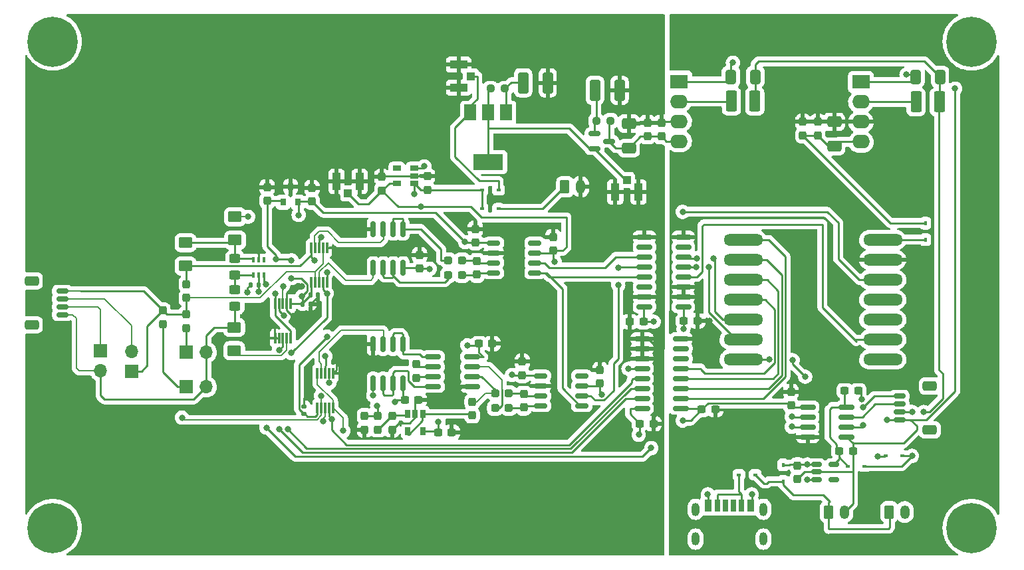
<source format=gbr>
%TF.GenerationSoftware,KiCad,Pcbnew,(6.0.4-0)*%
%TF.CreationDate,2022-09-14T13:57:10-06:00*%
%TF.ProjectId,sq_lockin_v8,73715f6c-6f63-46b6-996e-5f76382e6b69,rev?*%
%TF.SameCoordinates,Original*%
%TF.FileFunction,Copper,L1,Top*%
%TF.FilePolarity,Positive*%
%FSLAX46Y46*%
G04 Gerber Fmt 4.6, Leading zero omitted, Abs format (unit mm)*
G04 Created by KiCad (PCBNEW (6.0.4-0)) date 2022-09-14 13:57:10*
%MOMM*%
%LPD*%
G01*
G04 APERTURE LIST*
G04 Aperture macros list*
%AMRoundRect*
0 Rectangle with rounded corners*
0 $1 Rounding radius*
0 $2 $3 $4 $5 $6 $7 $8 $9 X,Y pos of 4 corners*
0 Add a 4 corners polygon primitive as box body*
4,1,4,$2,$3,$4,$5,$6,$7,$8,$9,$2,$3,0*
0 Add four circle primitives for the rounded corners*
1,1,$1+$1,$2,$3*
1,1,$1+$1,$4,$5*
1,1,$1+$1,$6,$7*
1,1,$1+$1,$8,$9*
0 Add four rect primitives between the rounded corners*
20,1,$1+$1,$2,$3,$4,$5,0*
20,1,$1+$1,$4,$5,$6,$7,0*
20,1,$1+$1,$6,$7,$8,$9,0*
20,1,$1+$1,$8,$9,$2,$3,0*%
G04 Aperture macros list end*
%TA.AperFunction,ComponentPad*%
%ADD10O,1.000000X1.700000*%
%TD*%
%TA.AperFunction,SMDPad,CuDef*%
%ADD11R,0.800000X1.600000*%
%TD*%
%TA.AperFunction,SMDPad,CuDef*%
%ADD12R,0.900000X1.600000*%
%TD*%
%TA.AperFunction,SMDPad,CuDef*%
%ADD13R,0.600000X0.450000*%
%TD*%
%TA.AperFunction,SMDPad,CuDef*%
%ADD14RoundRect,0.237500X-0.300000X-0.237500X0.300000X-0.237500X0.300000X0.237500X-0.300000X0.237500X0*%
%TD*%
%TA.AperFunction,SMDPad,CuDef*%
%ADD15RoundRect,0.237500X-0.237500X0.300000X-0.237500X-0.300000X0.237500X-0.300000X0.237500X0.300000X0*%
%TD*%
%TA.AperFunction,SMDPad,CuDef*%
%ADD16RoundRect,0.150000X-0.512500X-0.150000X0.512500X-0.150000X0.512500X0.150000X-0.512500X0.150000X0*%
%TD*%
%TA.AperFunction,ComponentPad*%
%ADD17RoundRect,0.250000X-0.350000X-0.625000X0.350000X-0.625000X0.350000X0.625000X-0.350000X0.625000X0*%
%TD*%
%TA.AperFunction,ComponentPad*%
%ADD18O,1.200000X1.750000*%
%TD*%
%TA.AperFunction,SMDPad,CuDef*%
%ADD19R,0.450000X0.600000*%
%TD*%
%TA.AperFunction,SMDPad,CuDef*%
%ADD20RoundRect,0.250001X0.624999X-0.462499X0.624999X0.462499X-0.624999X0.462499X-0.624999X-0.462499X0*%
%TD*%
%TA.AperFunction,SMDPad,CuDef*%
%ADD21RoundRect,0.250000X-0.450000X0.325000X-0.450000X-0.325000X0.450000X-0.325000X0.450000X0.325000X0*%
%TD*%
%TA.AperFunction,SMDPad,CuDef*%
%ADD22RoundRect,0.237500X-0.237500X0.287500X-0.237500X-0.287500X0.237500X-0.287500X0.237500X0.287500X0*%
%TD*%
%TA.AperFunction,ComponentPad*%
%ADD23R,1.700000X1.700000*%
%TD*%
%TA.AperFunction,ComponentPad*%
%ADD24O,1.700000X1.700000*%
%TD*%
%TA.AperFunction,SMDPad,CuDef*%
%ADD25RoundRect,0.237500X0.237500X-0.287500X0.237500X0.287500X-0.237500X0.287500X-0.237500X-0.287500X0*%
%TD*%
%TA.AperFunction,SMDPad,CuDef*%
%ADD26R,1.060000X0.650000*%
%TD*%
%TA.AperFunction,SMDPad,CuDef*%
%ADD27R,0.800000X0.900000*%
%TD*%
%TA.AperFunction,SMDPad,CuDef*%
%ADD28RoundRect,0.237500X0.287500X0.237500X-0.287500X0.237500X-0.287500X-0.237500X0.287500X-0.237500X0*%
%TD*%
%TA.AperFunction,SMDPad,CuDef*%
%ADD29RoundRect,0.237500X0.237500X-0.300000X0.237500X0.300000X-0.237500X0.300000X-0.237500X-0.300000X0*%
%TD*%
%TA.AperFunction,SMDPad,CuDef*%
%ADD30RoundRect,0.150000X-0.675000X-0.150000X0.675000X-0.150000X0.675000X0.150000X-0.675000X0.150000X0*%
%TD*%
%TA.AperFunction,SMDPad,CuDef*%
%ADD31RoundRect,0.237500X0.300000X0.237500X-0.300000X0.237500X-0.300000X-0.237500X0.300000X-0.237500X0*%
%TD*%
%TA.AperFunction,SMDPad,CuDef*%
%ADD32RoundRect,0.150000X-0.825000X-0.150000X0.825000X-0.150000X0.825000X0.150000X-0.825000X0.150000X0*%
%TD*%
%TA.AperFunction,SMDPad,CuDef*%
%ADD33RoundRect,0.150000X-0.150000X0.825000X-0.150000X-0.825000X0.150000X-0.825000X0.150000X0.825000X0*%
%TD*%
%TA.AperFunction,SMDPad,CuDef*%
%ADD34R,0.650000X1.060000*%
%TD*%
%TA.AperFunction,SMDPad,CuDef*%
%ADD35RoundRect,0.250001X-0.462499X-1.074999X0.462499X-1.074999X0.462499X1.074999X-0.462499X1.074999X0*%
%TD*%
%TA.AperFunction,SMDPad,CuDef*%
%ADD36RoundRect,0.250000X0.650000X-0.412500X0.650000X0.412500X-0.650000X0.412500X-0.650000X-0.412500X0*%
%TD*%
%TA.AperFunction,SMDPad,CuDef*%
%ADD37R,1.000000X1.050000*%
%TD*%
%TA.AperFunction,SMDPad,CuDef*%
%ADD38R,1.050000X2.200000*%
%TD*%
%TA.AperFunction,SMDPad,CuDef*%
%ADD39RoundRect,0.237500X-0.250000X-0.237500X0.250000X-0.237500X0.250000X0.237500X-0.250000X0.237500X0*%
%TD*%
%TA.AperFunction,ComponentPad*%
%ADD40R,2.250000X1.750000*%
%TD*%
%TA.AperFunction,ComponentPad*%
%ADD41O,2.250000X1.750000*%
%TD*%
%TA.AperFunction,ComponentPad*%
%ADD42C,6.400000*%
%TD*%
%TA.AperFunction,SMDPad,CuDef*%
%ADD43RoundRect,0.150000X0.625000X-0.150000X0.625000X0.150000X-0.625000X0.150000X-0.625000X-0.150000X0*%
%TD*%
%TA.AperFunction,SMDPad,CuDef*%
%ADD44RoundRect,0.250000X0.650000X-0.350000X0.650000X0.350000X-0.650000X0.350000X-0.650000X-0.350000X0*%
%TD*%
%TA.AperFunction,ComponentPad*%
%ADD45O,5.000000X1.500000*%
%TD*%
%TA.AperFunction,SMDPad,CuDef*%
%ADD46RoundRect,0.140000X0.170000X-0.140000X0.170000X0.140000X-0.170000X0.140000X-0.170000X-0.140000X0*%
%TD*%
%TA.AperFunction,SMDPad,CuDef*%
%ADD47RoundRect,0.140000X0.140000X0.170000X-0.140000X0.170000X-0.140000X-0.170000X0.140000X-0.170000X0*%
%TD*%
%TA.AperFunction,SMDPad,CuDef*%
%ADD48RoundRect,0.150000X-0.625000X0.150000X-0.625000X-0.150000X0.625000X-0.150000X0.625000X0.150000X0*%
%TD*%
%TA.AperFunction,SMDPad,CuDef*%
%ADD49RoundRect,0.250000X-0.650000X0.350000X-0.650000X-0.350000X0.650000X-0.350000X0.650000X0.350000X0*%
%TD*%
%TA.AperFunction,SMDPad,CuDef*%
%ADD50R,0.300000X1.400000*%
%TD*%
%TA.AperFunction,SMDPad,CuDef*%
%ADD51R,0.400000X0.650000*%
%TD*%
%TA.AperFunction,SMDPad,CuDef*%
%ADD52RoundRect,0.250000X-0.412500X-1.100000X0.412500X-1.100000X0.412500X1.100000X-0.412500X1.100000X0*%
%TD*%
%TA.AperFunction,SMDPad,CuDef*%
%ADD53RoundRect,0.150000X-0.587500X-0.150000X0.587500X-0.150000X0.587500X0.150000X-0.587500X0.150000X0*%
%TD*%
%TA.AperFunction,SMDPad,CuDef*%
%ADD54RoundRect,0.140000X-0.140000X-0.170000X0.140000X-0.170000X0.140000X0.170000X-0.140000X0.170000X0*%
%TD*%
%TA.AperFunction,SMDPad,CuDef*%
%ADD55RoundRect,0.150000X0.825000X0.150000X-0.825000X0.150000X-0.825000X-0.150000X0.825000X-0.150000X0*%
%TD*%
%TA.AperFunction,SMDPad,CuDef*%
%ADD56RoundRect,0.250000X0.412500X0.650000X-0.412500X0.650000X-0.412500X-0.650000X0.412500X-0.650000X0*%
%TD*%
%TA.AperFunction,SMDPad,CuDef*%
%ADD57RoundRect,0.237500X0.250000X0.237500X-0.250000X0.237500X-0.250000X-0.237500X0.250000X-0.237500X0*%
%TD*%
%TA.AperFunction,SMDPad,CuDef*%
%ADD58R,1.500000X2.000000*%
%TD*%
%TA.AperFunction,SMDPad,CuDef*%
%ADD59R,3.800000X2.000000*%
%TD*%
%TA.AperFunction,SMDPad,CuDef*%
%ADD60R,1.050000X1.000000*%
%TD*%
%TA.AperFunction,SMDPad,CuDef*%
%ADD61R,2.200000X1.050000*%
%TD*%
%TA.AperFunction,ViaPad*%
%ADD62C,0.800000*%
%TD*%
%TA.AperFunction,Conductor*%
%ADD63C,0.250000*%
%TD*%
%TA.AperFunction,Conductor*%
%ADD64C,0.200000*%
%TD*%
G04 APERTURE END LIST*
D10*
%TO.P,J9,0,SHIELD*%
%TO.N,unconnected-(J9-Pad0)*%
X195835000Y-117405000D03*
X204475000Y-117405000D03*
X204475000Y-113605000D03*
X195835000Y-113605000D03*
D11*
%TO.P,J9,A5,CC1*%
%TO.N,unconnected-(J9-PadA5)*%
X199655000Y-113125000D03*
%TO.P,J9,A9,VBUS*%
%TO.N,Net-(D6-Pad2)*%
X201675000Y-113125000D03*
D12*
%TO.P,J9,A12,GND*%
%TO.N,GNDPWR*%
X202905000Y-113125000D03*
D11*
%TO.P,J9,B5,CC2*%
%TO.N,unconnected-(J9-PadB5)*%
X200655000Y-113125000D03*
%TO.P,J9,B9,VBUS*%
%TO.N,Net-(D6-Pad2)*%
X198635000Y-113125000D03*
D12*
%TO.P,J9,B12,GND*%
%TO.N,GNDPWR*%
X197405000Y-113125000D03*
%TD*%
D13*
%TO.P,D6,1,K*%
%TO.N,Net-(D6-Pad1)*%
X203450000Y-109200000D03*
%TO.P,D6,2,A*%
%TO.N,Net-(D6-Pad2)*%
X201350000Y-109200000D03*
%TD*%
D14*
%TO.P,C29,2*%
%TO.N,GNDPWR*%
X215862500Y-106200000D03*
%TO.P,C29,1*%
%TO.N,VD*%
X214137500Y-106200000D03*
%TD*%
D15*
%TO.P,C26,1*%
%TO.N,Net-(C26-Pad1)*%
X208800000Y-108037500D03*
%TO.P,C26,2*%
%TO.N,GNDPWR*%
X208800000Y-109762500D03*
%TD*%
D16*
%TO.P,U17,5,OUT*%
%TO.N,VD*%
X213487500Y-107900000D03*
%TO.P,U17,4,NC*%
%TO.N,unconnected-(U17-Pad4)*%
X213487500Y-109800000D03*
%TO.P,U17,3,EN*%
%TO.N,Net-(C26-Pad1)*%
X211212500Y-109800000D03*
%TO.P,U17,2,GND*%
%TO.N,GNDPWR*%
X211212500Y-108850000D03*
%TO.P,U17,1,IN*%
%TO.N,Net-(C26-Pad1)*%
X211212500Y-107900000D03*
%TD*%
D17*
%TO.P,J11,1,+*%
%TO.N,Net-(D6-Pad1)*%
X212800000Y-113950000D03*
D18*
%TO.P,J11,2,-*%
%TO.N,GNDPWR*%
X214800000Y-113950000D03*
%TD*%
D17*
%TO.P,J10,1,+*%
%TO.N,Net-(D6-Pad1)*%
X220500000Y-113950000D03*
D18*
%TO.P,J10,2,-*%
%TO.N,GNDPWR*%
X222500000Y-113950000D03*
%TD*%
D19*
%TO.P,D7,1,K*%
%TO.N,Net-(C26-Pad1)*%
X207000000Y-107950000D03*
%TO.P,D7,2,A*%
%TO.N,Net-(D6-Pad1)*%
X207000000Y-110050000D03*
%TD*%
D13*
%TO.P,D5,2,A*%
%TO.N,/power/power_in*%
X220050000Y-106800000D03*
%TO.P,D5,1,K*%
%TO.N,Net-(C27-Pad1)*%
X222150000Y-106800000D03*
%TD*%
%TO.P,D4,1,K*%
%TO.N,Net-(C27-Pad1)*%
X217350000Y-108100000D03*
%TO.P,D4,2,A*%
%TO.N,VD*%
X215250000Y-108100000D03*
%TD*%
D20*
%TO.P,R1,1*%
%TO.N,Net-(R1-Pad1)*%
X137200000Y-79300000D03*
%TO.P,R1,2*%
%TO.N,/sheet6256EE2A/out+*%
X137200000Y-76325000D03*
%TD*%
%TO.P,R5,1*%
%TO.N,/Sheet624B5D4E/in+*%
X130900000Y-82600000D03*
%TO.P,R5,2*%
%TO.N,Net-(R1-Pad1)*%
X130900000Y-79625000D03*
%TD*%
%TO.P,R4,1*%
%TO.N,/sheet6256EE2A/out-*%
X137100000Y-93400000D03*
%TO.P,R4,2*%
%TO.N,/I-*%
X137100000Y-90425000D03*
%TD*%
D21*
%TO.P,R2,1*%
%TO.N,Net-(R1-Pad1)*%
X137175000Y-81675000D03*
%TO.P,R2,2*%
%TO.N,Net-(R2-Pad2)*%
X137175000Y-83725000D03*
%TD*%
D22*
%TO.P,R6,1*%
%TO.N,/I+*%
X131000000Y-88750000D03*
%TO.P,R6,2*%
%TO.N,Net-(J4-Pad1)*%
X131000000Y-90500000D03*
%TD*%
D23*
%TO.P,J4,1,Pin_1*%
%TO.N,Net-(J4-Pad1)*%
X131000000Y-93600000D03*
D24*
%TO.P,J4,2,Pin_2*%
%TO.N,/I-*%
X133540000Y-93600000D03*
%TD*%
D25*
%TO.P,C2,1*%
%TO.N,Net-(C2-Pad1)*%
X161700000Y-72900000D03*
%TO.P,C2,2*%
%TO.N,GND*%
X161700000Y-71150000D03*
%TD*%
%TO.P,C3,1*%
%TO.N,+3V3*%
X155900000Y-73000000D03*
%TO.P,C3,2*%
%TO.N,GND*%
X155900000Y-71250000D03*
%TD*%
D26*
%TO.P,U2,1,IN*%
%TO.N,Net-(C2-Pad1)*%
X160000000Y-72050000D03*
%TO.P,U2,2,GND*%
%TO.N,GND*%
X160000000Y-71100000D03*
%TO.P,U2,3,EN*%
%TO.N,Net-(C2-Pad1)*%
X160000000Y-70150000D03*
%TO.P,U2,4,NC*%
%TO.N,unconnected-(U2-Pad4)*%
X157800000Y-70150000D03*
%TO.P,U2,5,OUT*%
%TO.N,+3V3*%
X157800000Y-72050000D03*
%TD*%
D17*
%TO.P,J5,1,+*%
%TO.N,Net-(D2-Pad2)*%
X179200000Y-72500000D03*
D18*
%TO.P,J5,2,-*%
%TO.N,GND*%
X181200000Y-72500000D03*
%TD*%
D25*
%TO.P,R7,1*%
%TO.N,/I+*%
X131000000Y-86675000D03*
%TO.P,R7,2*%
%TO.N,/Sheet624B5D4E/in+*%
X131000000Y-84925000D03*
%TD*%
D21*
%TO.P,R3,1*%
%TO.N,Net-(R2-Pad2)*%
X137200000Y-85650000D03*
%TO.P,R3,2*%
%TO.N,/I-*%
X137200000Y-87700000D03*
%TD*%
D23*
%TO.P,J6,1,Pin_1*%
%TO.N,Net-(J6-Pad1)*%
X131000000Y-98000000D03*
D24*
%TO.P,J6,2,Pin_2*%
%TO.N,/I-*%
X133540000Y-98000000D03*
%TD*%
D25*
%TO.P,C4,1*%
%TO.N,+3V3*%
X141300000Y-74300000D03*
%TO.P,C4,2*%
%TO.N,GND*%
X141300000Y-72550000D03*
%TD*%
%TO.P,C6,1*%
%TO.N,/vref*%
X147000000Y-74400000D03*
%TO.P,C6,2*%
%TO.N,GND*%
X147000000Y-72650000D03*
%TD*%
D22*
%TO.P,R8,1*%
%TO.N,/I+*%
X128000000Y-88250000D03*
%TO.P,R8,2*%
%TO.N,Net-(J6-Pad1)*%
X128000000Y-90000000D03*
%TD*%
D27*
%TO.P,U3,1,IN*%
%TO.N,+3V3*%
X143320000Y-74475000D03*
%TO.P,U3,2,OUT*%
%TO.N,/vref*%
X145220000Y-74475000D03*
%TO.P,U3,3,GND*%
%TO.N,GND*%
X144270000Y-72475000D03*
%TD*%
D28*
%TO.P,R14,1*%
%TO.N,Net-(C20-Pad1)*%
X166100000Y-83760000D03*
%TO.P,R14,2*%
%TO.N,/Sheet62237673/V+*%
X164350000Y-83760000D03*
%TD*%
D29*
%TO.P,C20,1*%
%TO.N,Net-(C20-Pad1)*%
X168000000Y-83697500D03*
%TO.P,C20,2*%
%TO.N,Net-(C20-Pad2)*%
X168000000Y-81972500D03*
%TD*%
%TO.P,C21,1*%
%TO.N,/vref*%
X167800000Y-79597500D03*
%TO.P,C21,2*%
%TO.N,GND*%
X167800000Y-77872500D03*
%TD*%
D15*
%TO.P,C22,1*%
%TO.N,GND*%
X177700000Y-78922500D03*
%TO.P,C22,2*%
%TO.N,+3V3*%
X177700000Y-80647500D03*
%TD*%
D28*
%TO.P,R13,1*%
%TO.N,Net-(C20-Pad2)*%
X166100000Y-81860000D03*
%TO.P,R13,2*%
%TO.N,/Sheet62237673/V-*%
X164350000Y-81860000D03*
%TD*%
D30*
%TO.P,U15,1,VREF*%
%TO.N,/vref*%
X170125000Y-79675000D03*
%TO.P,U15,2,AGND*%
%TO.N,GND*%
X170125000Y-80945000D03*
%TO.P,U15,3,INN*%
%TO.N,Net-(C20-Pad2)*%
X170125000Y-82215000D03*
%TO.P,U15,4,INP*%
%TO.N,Net-(C20-Pad1)*%
X170125000Y-83485000D03*
%TO.P,U15,5,PD_SCK*%
%TO.N,/Sheet62237673/Clk_in*%
X175375000Y-83485000D03*
%TO.P,U15,6,DOUT*%
%TO.N,/Dout_I*%
X175375000Y-82215000D03*
%TO.P,U15,7,DVDD*%
%TO.N,+3V3*%
X175375000Y-80945000D03*
%TO.P,U15,8,VOUT*%
%TO.N,unconnected-(U15-Pad8)*%
X175375000Y-79675000D03*
%TD*%
D29*
%TO.P,C24,1*%
%TO.N,/vref*%
X173775000Y-96527500D03*
%TO.P,C24,2*%
%TO.N,GND*%
X173775000Y-94802500D03*
%TD*%
%TO.P,C23,1*%
%TO.N,Net-(C23-Pad1)*%
X173975000Y-100627500D03*
%TO.P,C23,2*%
%TO.N,Net-(C23-Pad2)*%
X173975000Y-98902500D03*
%TD*%
D28*
%TO.P,R16,1*%
%TO.N,Net-(C23-Pad1)*%
X172075000Y-100690000D03*
%TO.P,R16,2*%
%TO.N,/sheet624D2E57/V+*%
X170325000Y-100690000D03*
%TD*%
%TO.P,R15,1*%
%TO.N,Net-(C23-Pad2)*%
X172075000Y-98790000D03*
%TO.P,R15,2*%
%TO.N,/sheet624D2E57/V-*%
X170325000Y-98790000D03*
%TD*%
D15*
%TO.P,C25,1*%
%TO.N,GND*%
X183675000Y-95852500D03*
%TO.P,C25,2*%
%TO.N,+3V3*%
X183675000Y-97577500D03*
%TD*%
D30*
%TO.P,U16,1,VREF*%
%TO.N,/vref*%
X176100000Y-96605000D03*
%TO.P,U16,2,AGND*%
%TO.N,GND*%
X176100000Y-97875000D03*
%TO.P,U16,3,INN*%
%TO.N,Net-(C23-Pad2)*%
X176100000Y-99145000D03*
%TO.P,U16,4,INP*%
%TO.N,Net-(C23-Pad1)*%
X176100000Y-100415000D03*
%TO.P,U16,5,PD_SCK*%
%TO.N,/Sheet62237673/Clk_in*%
X181350000Y-100415000D03*
%TO.P,U16,6,DOUT*%
%TO.N,/Dout_V*%
X181350000Y-99145000D03*
%TO.P,U16,7,DVDD*%
%TO.N,+3V3*%
X181350000Y-97875000D03*
%TO.P,U16,8,VOUT*%
%TO.N,unconnected-(U16-Pad8)*%
X181350000Y-96605000D03*
%TD*%
D23*
%TO.P,J2,1,Pin_1*%
%TO.N,/V-*%
X120100000Y-93425000D03*
D24*
%TO.P,J2,2,Pin_2*%
%TO.N,/I-*%
X120100000Y-95965000D03*
%TD*%
D23*
%TO.P,J3,1,Pin_1*%
%TO.N,/I+*%
X124000000Y-96000000D03*
D24*
%TO.P,J3,2,Pin_2*%
%TO.N,/V+*%
X124000000Y-93460000D03*
%TD*%
D14*
%TO.P,C16,1*%
%TO.N,+3V3*%
X158837500Y-99660000D03*
%TO.P,C16,2*%
%TO.N,GND*%
X160562500Y-99660000D03*
%TD*%
D31*
%TO.P,C17,1*%
%TO.N,GND*%
X169962500Y-92500000D03*
%TO.P,C17,2*%
%TO.N,+3V3*%
X168237500Y-92500000D03*
%TD*%
D22*
%TO.P,R9,1*%
%TO.N,Net-(R9-Pad1)*%
X160300000Y-95125000D03*
%TO.P,R9,2*%
%TO.N,Net-(R9-Pad2)*%
X160300000Y-96875000D03*
%TD*%
D25*
%TO.P,R10,1*%
%TO.N,Net-(R10-Pad1)*%
X167400000Y-101635000D03*
%TO.P,R10,2*%
%TO.N,/sheet624D2E57/V-*%
X167400000Y-99885000D03*
%TD*%
D22*
%TO.P,R11,1*%
%TO.N,/vref*%
X155400000Y-101725000D03*
%TO.P,R11,2*%
%TO.N,Net-(R11-Pad2)*%
X155400000Y-103475000D03*
%TD*%
%TO.P,R12,1*%
%TO.N,Net-(R11-Pad2)*%
X157200000Y-101725000D03*
%TO.P,R12,2*%
%TO.N,GND*%
X157200000Y-103475000D03*
%TD*%
D32*
%TO.P,U13,1,-*%
%TO.N,Net-(U12-Pad1)*%
X162425000Y-94155000D03*
%TO.P,U13,2,Rg*%
%TO.N,Net-(R9-Pad1)*%
X162425000Y-95425000D03*
%TO.P,U13,3,Rg*%
%TO.N,Net-(R9-Pad2)*%
X162425000Y-96695000D03*
%TO.P,U13,4,+*%
%TO.N,Net-(U12-Pad6)*%
X162425000Y-97965000D03*
%TO.P,U13,5,Vs-*%
%TO.N,GND*%
X167375000Y-97965000D03*
%TO.P,U13,6,Ref*%
%TO.N,/sheet624D2E57/V-*%
X167375000Y-96695000D03*
%TO.P,U13,7*%
%TO.N,/sheet624D2E57/V+*%
X167375000Y-95425000D03*
%TO.P,U13,8,Vs+*%
%TO.N,+3V3*%
X167375000Y-94155000D03*
%TD*%
D14*
%TO.P,C18,1*%
%TO.N,+3V3*%
X163075000Y-103800000D03*
%TO.P,C18,2*%
%TO.N,GND*%
X164800000Y-103800000D03*
%TD*%
D13*
%TO.P,D2,1,K*%
%TO.N,Net-(C2-Pad1)*%
X168650000Y-75300000D03*
%TO.P,D2,2,A*%
%TO.N,Net-(D2-Pad2)*%
X170750000Y-75300000D03*
%TD*%
%TO.P,D1,1,K*%
%TO.N,Net-(C2-Pad1)*%
X168650000Y-72900000D03*
%TO.P,D1,2,A*%
%TO.N,/analog*%
X170750000Y-72900000D03*
%TD*%
D33*
%TO.P,U11,1*%
%TO.N,/Sheet62237673/V-*%
X158605000Y-77885000D03*
%TO.P,U11,2,-*%
X157335000Y-77885000D03*
%TO.P,U11,3,+*%
%TO.N,/Sheet621A3D16/in-*%
X156065000Y-77885000D03*
%TO.P,U11,4,V-*%
%TO.N,GND*%
X154795000Y-77885000D03*
%TO.P,U11,5,+*%
%TO.N,/Sheet621A3D16/in+*%
X154795000Y-82835000D03*
%TO.P,U11,6,-*%
%TO.N,/Sheet62237673/V+*%
X156065000Y-82835000D03*
%TO.P,U11,7*%
X157335000Y-82835000D03*
%TO.P,U11,8,V+*%
%TO.N,+3V3*%
X158605000Y-82835000D03*
%TD*%
D29*
%TO.P,C15,1*%
%TO.N,+3V3*%
X160700000Y-82922500D03*
%TO.P,C15,2*%
%TO.N,GND*%
X160700000Y-81197500D03*
%TD*%
D33*
%TO.P,U12,1*%
%TO.N,Net-(U12-Pad1)*%
X158605000Y-92585000D03*
%TO.P,U12,2,-*%
X157335000Y-92585000D03*
%TO.P,U12,3,+*%
%TO.N,/Sheet6275CBF8/in-*%
X156065000Y-92585000D03*
%TO.P,U12,4,V-*%
%TO.N,GND*%
X154795000Y-92585000D03*
%TO.P,U12,5,+*%
%TO.N,/Sheet6275CBF8/in+*%
X154795000Y-97535000D03*
%TO.P,U12,6,-*%
%TO.N,Net-(U12-Pad6)*%
X156065000Y-97535000D03*
%TO.P,U12,7*%
X157335000Y-97535000D03*
%TO.P,U12,8,V+*%
%TO.N,+3V3*%
X158605000Y-97535000D03*
%TD*%
D34*
%TO.P,U14,1*%
%TO.N,Net-(R10-Pad1)*%
X161100000Y-101450000D03*
%TO.P,U14,2,V-*%
%TO.N,GND*%
X160150000Y-101450000D03*
%TO.P,U14,3,+*%
%TO.N,Net-(R11-Pad2)*%
X159200000Y-101450000D03*
%TO.P,U14,4,-*%
%TO.N,Net-(R10-Pad1)*%
X159200000Y-103650000D03*
%TO.P,U14,5,V+*%
%TO.N,+3V3*%
X161100000Y-103650000D03*
%TD*%
D35*
%TO.P,L1,1,1*%
%TO.N,Net-(L1-Pad1)*%
X200412500Y-61600000D03*
%TO.P,L1,2,2*%
%TO.N,Net-(C27-Pad1)*%
X203387500Y-61600000D03*
%TD*%
D36*
%TO.P,C31,1*%
%TO.N,/power/digital*%
X213500000Y-67362500D03*
%TO.P,C31,2*%
%TO.N,GNDD*%
X213500000Y-64237500D03*
%TD*%
D37*
%TO.P,J7,1,In*%
%TO.N,+3V3*%
X151600000Y-73350000D03*
D38*
%TO.P,J7,2,Ext*%
%TO.N,GND*%
X150125000Y-71825000D03*
X153075000Y-71825000D03*
%TD*%
D39*
%TO.P,R18,1*%
%TO.N,Net-(J12-Pad1)*%
X169737500Y-60000000D03*
%TO.P,R18,2*%
%TO.N,Net-(C37-Pad1)*%
X171562500Y-60000000D03*
%TD*%
D40*
%TO.P,PS2,1,-Vin*%
%TO.N,GNDPWR*%
X216900000Y-59160000D03*
D41*
%TO.P,PS2,2,+Vin*%
%TO.N,Net-(L2-Pad1)*%
X216900000Y-61700000D03*
%TO.P,PS2,3,0V*%
%TO.N,GNDD*%
X216900000Y-64240000D03*
%TO.P,PS2,4,+Vout*%
%TO.N,/power/digital*%
X216900000Y-66780000D03*
%TD*%
D42*
%TO.P,H2,1*%
%TO.N,N/C*%
X114000000Y-54000000D03*
%TD*%
D43*
%TO.P,J8,1,gnd*%
%TO.N,GNDPWR*%
X221800000Y-102200000D03*
%TO.P,J8,2,VCC*%
%TO.N,/power/power_in*%
X221800000Y-101200000D03*
%TO.P,J8,3,SDA*%
%TO.N,Net-(J8-Pad3)*%
X221800000Y-100200000D03*
%TO.P,J8,4,SCL*%
%TO.N,Net-(J8-Pad4)*%
X221800000Y-99200000D03*
D44*
%TO.P,J8,MP*%
%TO.N,N/C*%
X225675000Y-97900000D03*
X225675000Y-103500000D03*
%TD*%
D45*
%TO.P,U5,1,P26*%
%TO.N,Net-(U4-Pad2)*%
X201910000Y-79280000D03*
%TO.P,U5,2,P27*%
%TO.N,Net-(U4-Pad3)*%
X201910000Y-81820000D03*
%TO.P,U5,3,P28*%
%TO.N,Net-(U4-Pad4)*%
X201910000Y-84360000D03*
%TO.P,U5,4,P29*%
%TO.N,Net-(U4-Pad5)*%
X201910000Y-86900000D03*
%TO.P,U5,5,P6*%
%TO.N,/P6*%
X201910000Y-89440000D03*
%TO.P,U5,6,P7*%
%TO.N,/P7*%
X201910000Y-91980000D03*
%TO.P,U5,7,P0*%
%TO.N,/tx*%
X201910000Y-94520000D03*
%TO.P,U5,8,P1*%
%TO.N,/rx*%
X219690000Y-94520000D03*
%TO.P,U5,9,P2*%
%TO.N,Net-(U5-Pad9)*%
X219690000Y-91980000D03*
%TO.P,U5,10,P4*%
%TO.N,unconnected-(U5-Pad10)*%
X219690000Y-89440000D03*
%TO.P,U5,11,P3*%
%TO.N,unconnected-(U5-Pad11)*%
X219690000Y-86900000D03*
%TO.P,U5,12,3V3*%
%TO.N,/MC3.3*%
X219690000Y-84360000D03*
%TO.P,U5,13,GND*%
%TO.N,GNDD*%
X219690000Y-81820000D03*
%TO.P,U5,14,5V*%
%TO.N,+5VD*%
X219690000Y-79280000D03*
%TD*%
D46*
%TO.P,C14,1*%
%TO.N,+3V3*%
X146000000Y-101480000D03*
%TO.P,C14,2*%
%TO.N,GND*%
X146000000Y-100520000D03*
%TD*%
D31*
%TO.P,C10,1*%
%TO.N,+3V3*%
X189200000Y-89700000D03*
%TO.P,C10,2*%
%TO.N,GND*%
X187475000Y-89700000D03*
%TD*%
D47*
%TO.P,C1,1*%
%TO.N,+3V3*%
X140180000Y-85000000D03*
%TO.P,C1,2*%
%TO.N,GND*%
X139220000Y-85000000D03*
%TD*%
D48*
%TO.P,J1,1,Pin_1*%
%TO.N,/I+*%
X115200000Y-85800000D03*
%TO.P,J1,2,Pin_2*%
%TO.N,/V+*%
X115200000Y-86800000D03*
%TO.P,J1,3,Pin_3*%
%TO.N,/V-*%
X115200000Y-87800000D03*
%TO.P,J1,4,Pin_4*%
%TO.N,/I-*%
X115200000Y-88800000D03*
D49*
%TO.P,J1,MP*%
%TO.N,N/C*%
X111325000Y-90100000D03*
X111325000Y-84500000D03*
%TD*%
D14*
%TO.P,C11,1*%
%TO.N,/MC3.3*%
X194337500Y-89600000D03*
%TO.P,C11,2*%
%TO.N,GNDD*%
X196062500Y-89600000D03*
%TD*%
D37*
%TO.P,J12,1,In*%
%TO.N,Net-(J12-Pad1)*%
X187100000Y-71650000D03*
D38*
%TO.P,J12,2,Ext*%
%TO.N,GND*%
X185625000Y-73175000D03*
X188575000Y-73175000D03*
%TD*%
D50*
%TO.P,U8,1,VCC*%
%TO.N,+3V3*%
X144300000Y-87400000D03*
%TO.P,U8,2*%
%TO.N,GND*%
X143800000Y-87400000D03*
%TO.P,U8,3*%
%TO.N,/sheet6256EE2A/out+*%
X143300000Y-87400000D03*
%TO.P,U8,4*%
%TO.N,/sheet6256EE2A/ctrl+*%
X142800000Y-87400000D03*
%TO.P,U8,5*%
%TO.N,/vref*%
X142300000Y-87400000D03*
%TO.P,U8,6,GND*%
%TO.N,GND*%
X142300000Y-91800000D03*
%TO.P,U8,7*%
X142800000Y-91800000D03*
%TO.P,U8,8*%
%TO.N,/sheet6256EE2A/ctrl+*%
X143300000Y-91800000D03*
%TO.P,U8,9*%
%TO.N,/sheet6256EE2A/out-*%
X143800000Y-91800000D03*
%TO.P,U8,10*%
%TO.N,/vref*%
X144300000Y-91800000D03*
%TD*%
D51*
%TO.P,U1,1*%
%TO.N,unconnected-(U1-Pad1)*%
X140850000Y-81850000D03*
%TO.P,U1,2,GND*%
%TO.N,GND*%
X140200000Y-81850000D03*
%TO.P,U1,3*%
%TO.N,Net-(R1-Pad1)*%
X139550000Y-81850000D03*
%TO.P,U1,4*%
%TO.N,Net-(R2-Pad2)*%
X139550000Y-83750000D03*
%TO.P,U1,5,V+*%
%TO.N,+3V3*%
X140200000Y-83750000D03*
%TO.P,U1,6*%
%TO.N,Net-(U1-Pad6)*%
X140850000Y-83750000D03*
%TD*%
D32*
%TO.P,U6,1,VDD1*%
%TO.N,/MC3.3*%
X210125000Y-100565000D03*
%TO.P,U6,2,VIA*%
%TO.N,/tx*%
X210125000Y-101835000D03*
%TO.P,U6,3,VOB*%
%TO.N,/rx*%
X210125000Y-103105000D03*
%TO.P,U6,4,GND1*%
%TO.N,GNDD*%
X210125000Y-104375000D03*
%TO.P,U6,5,GND2*%
%TO.N,GNDPWR*%
X215075000Y-104375000D03*
%TO.P,U6,6,VIB*%
%TO.N,Net-(J8-Pad4)*%
X215075000Y-103105000D03*
%TO.P,U6,7,VOA*%
%TO.N,Net-(J8-Pad3)*%
X215075000Y-101835000D03*
%TO.P,U6,8,VDD2*%
%TO.N,VD*%
X215075000Y-100565000D03*
%TD*%
D52*
%TO.P,C37,1*%
%TO.N,Net-(C37-Pad1)*%
X173887500Y-59250000D03*
%TO.P,C37,2*%
%TO.N,GND*%
X177012500Y-59250000D03*
%TD*%
D40*
%TO.P,PS1,1,-Vin*%
%TO.N,GNDPWR*%
X193757500Y-59092500D03*
D41*
%TO.P,PS1,2,+Vin*%
%TO.N,Net-(L1-Pad1)*%
X193757500Y-61632500D03*
%TO.P,PS1,3,0V*%
%TO.N,GND*%
X193757500Y-64172500D03*
%TO.P,PS1,4,+Vout*%
%TO.N,Net-(C30-Pad1)*%
X193757500Y-66712500D03*
%TD*%
D14*
%TO.P,C5,1*%
%TO.N,+3V3*%
X188737500Y-102700000D03*
%TO.P,C5,2*%
%TO.N,GND*%
X190462500Y-102700000D03*
%TD*%
D53*
%TO.P,Q1,1,B*%
%TO.N,Net-(C36-Pad1)*%
X182965000Y-65757500D03*
%TO.P,Q1,2,E*%
%TO.N,Net-(J12-Pad1)*%
X182965000Y-67657500D03*
%TO.P,Q1,3,C*%
%TO.N,Net-(C30-Pad1)*%
X184840000Y-66707500D03*
%TD*%
D54*
%TO.P,C12,1*%
%TO.N,+3V3*%
X145820000Y-87500000D03*
%TO.P,C12,2*%
%TO.N,GND*%
X146780000Y-87500000D03*
%TD*%
D55*
%TO.P,U4,1,Vcc1*%
%TO.N,/MC3.3*%
X193975000Y-100745000D03*
%TO.P,U4,2,INA*%
%TO.N,Net-(U4-Pad2)*%
X193975000Y-99475000D03*
%TO.P,U4,3,INB*%
%TO.N,Net-(U4-Pad3)*%
X193975000Y-98205000D03*
%TO.P,U4,4,INC*%
%TO.N,Net-(U4-Pad4)*%
X193975000Y-96935000D03*
%TO.P,U4,5,IND*%
%TO.N,Net-(U4-Pad5)*%
X193975000Y-95665000D03*
%TO.P,U4,6,OUTE*%
%TO.N,unconnected-(U4-Pad6)*%
X193975000Y-94395000D03*
%TO.P,U4,7,OUTF*%
%TO.N,unconnected-(U4-Pad7)*%
X193975000Y-93125000D03*
%TO.P,U4,8,GND1*%
%TO.N,GNDD*%
X193975000Y-91855000D03*
%TO.P,U4,9,GND2*%
%TO.N,GND*%
X189025000Y-91855000D03*
%TO.P,U4,10,INF*%
X189025000Y-93125000D03*
%TO.P,U4,11,INE*%
X189025000Y-94395000D03*
%TO.P,U4,12,OUTD*%
%TO.N,Net-(U1-Pad6)*%
X189025000Y-95665000D03*
%TO.P,U4,13,OUTC*%
%TO.N,/sheet624D2E58/ctrl+*%
X189025000Y-96935000D03*
%TO.P,U4,14,OUTB*%
%TO.N,/Sheet624B5D4E/ctrl+*%
X189025000Y-98205000D03*
%TO.P,U4,15,OUTA*%
%TO.N,/sheet6256EE2A/ctrl+*%
X189025000Y-99475000D03*
%TO.P,U4,16,Vcc2*%
%TO.N,+3V3*%
X189025000Y-100745000D03*
%TD*%
D14*
%TO.P,C7,1*%
%TO.N,/MC3.3*%
X196637500Y-100900000D03*
%TO.P,C7,2*%
%TO.N,GNDD*%
X198362500Y-100900000D03*
%TD*%
D42*
%TO.P,H4,1*%
%TO.N,N/C*%
X114000000Y-116000000D03*
%TD*%
D54*
%TO.P,C13,1*%
%TO.N,+3V3*%
X146820000Y-86300000D03*
%TO.P,C13,2*%
%TO.N,GND*%
X147780000Y-86300000D03*
%TD*%
D15*
%TO.P,C35,1*%
%TO.N,GNDD*%
X209500000Y-64237500D03*
%TO.P,C35,2*%
%TO.N,/power/digital*%
X209500000Y-65962500D03*
%TD*%
D56*
%TO.P,C27,1*%
%TO.N,Net-(C27-Pad1)*%
X203462500Y-58500000D03*
%TO.P,C27,2*%
%TO.N,GNDPWR*%
X200337500Y-58500000D03*
%TD*%
D57*
%TO.P,R17,1*%
%TO.N,Net-(C30-Pad1)*%
X185015000Y-64107500D03*
%TO.P,R17,2*%
%TO.N,Net-(C36-Pad1)*%
X183190000Y-64107500D03*
%TD*%
D52*
%TO.P,C36,1*%
%TO.N,Net-(C36-Pad1)*%
X183037500Y-60200000D03*
%TO.P,C36,2*%
%TO.N,GND*%
X186162500Y-60200000D03*
%TD*%
D58*
%TO.P,Q2,1,B*%
%TO.N,Net-(C37-Pad1)*%
X171750000Y-63050000D03*
D59*
%TO.P,Q2,2,C*%
%TO.N,Net-(J12-Pad1)*%
X169450000Y-69350000D03*
D58*
X169450000Y-63050000D03*
%TO.P,Q2,3,E*%
%TO.N,/analog*%
X167150000Y-63050000D03*
%TD*%
D15*
%TO.P,C32,1*%
%TO.N,GND*%
X189702500Y-64345000D03*
%TO.P,C32,2*%
%TO.N,Net-(C30-Pad1)*%
X189702500Y-66070000D03*
%TD*%
D50*
%TO.P,U9,1,VCC*%
%TO.N,+3V3*%
X146900000Y-84700000D03*
%TO.P,U9,2*%
%TO.N,/I+*%
X147400000Y-84700000D03*
%TO.P,U9,3*%
%TO.N,/Sheet621A3D16/in+*%
X147900000Y-84700000D03*
%TO.P,U9,4*%
%TO.N,/Sheet624B5D4E/ctrl+*%
X148400000Y-84700000D03*
%TO.P,U9,5*%
%TO.N,/Sheet624B5D4E/in+*%
X148900000Y-84700000D03*
%TO.P,U9,6,GND*%
%TO.N,GND*%
X148900000Y-80300000D03*
%TO.P,U9,7*%
%TO.N,/I+*%
X148400000Y-80300000D03*
%TO.P,U9,8*%
%TO.N,/Sheet624B5D4E/ctrl+*%
X147900000Y-80300000D03*
%TO.P,U9,9*%
%TO.N,/Sheet621A3D16/in-*%
X147400000Y-80300000D03*
%TO.P,U9,10*%
%TO.N,/Sheet624B5D4E/in+*%
X146900000Y-80300000D03*
%TD*%
D29*
%TO.P,C8,1*%
%TO.N,/MC3.3*%
X208000000Y-100362500D03*
%TO.P,C8,2*%
%TO.N,GNDD*%
X208000000Y-98637500D03*
%TD*%
D42*
%TO.P,H1,1*%
%TO.N,N/C*%
X231000000Y-116000000D03*
%TD*%
D29*
%TO.P,C19,1*%
%TO.N,GND*%
X153700000Y-103462500D03*
%TO.P,C19,2*%
%TO.N,/vref*%
X153700000Y-101737500D03*
%TD*%
D15*
%TO.P,C34,1*%
%TO.N,GND*%
X191502500Y-64345000D03*
%TO.P,C34,2*%
%TO.N,Net-(C30-Pad1)*%
X191502500Y-66070000D03*
%TD*%
D56*
%TO.P,C28,1*%
%TO.N,Net-(C27-Pad1)*%
X226962500Y-58500000D03*
%TO.P,C28,2*%
%TO.N,GNDPWR*%
X223837500Y-58500000D03*
%TD*%
D19*
%TO.P,D3,1,K*%
%TO.N,+5VD*%
X225100000Y-79250000D03*
%TO.P,D3,2,A*%
%TO.N,/power/digital*%
X225100000Y-77150000D03*
%TD*%
D60*
%TO.P,J13,1,In*%
%TO.N,/analog*%
X167200000Y-58400000D03*
D61*
%TO.P,J13,2,Ext*%
%TO.N,GND*%
X165675000Y-59875000D03*
X165675000Y-56925000D03*
%TD*%
D50*
%TO.P,U10,1,VCC*%
%TO.N,+3V3*%
X147700000Y-100700000D03*
%TO.P,U10,2*%
%TO.N,/V-*%
X148200000Y-100700000D03*
%TO.P,U10,3*%
%TO.N,/Sheet6275CBF8/in+*%
X148700000Y-100700000D03*
%TO.P,U10,4*%
%TO.N,/sheet624D2E58/ctrl+*%
X149200000Y-100700000D03*
%TO.P,U10,5*%
%TO.N,/V+*%
X149700000Y-100700000D03*
%TO.P,U10,6,GND*%
%TO.N,GND*%
X149700000Y-96300000D03*
%TO.P,U10,7*%
%TO.N,/V-*%
X149200000Y-96300000D03*
%TO.P,U10,8*%
%TO.N,/sheet624D2E58/ctrl+*%
X148700000Y-96300000D03*
%TO.P,U10,9*%
%TO.N,/Sheet6275CBF8/in-*%
X148200000Y-96300000D03*
%TO.P,U10,10*%
%TO.N,/V+*%
X147700000Y-96300000D03*
%TD*%
D35*
%TO.P,L2,1,1*%
%TO.N,Net-(L2-Pad1)*%
X223912500Y-61700000D03*
%TO.P,L2,2,2*%
%TO.N,Net-(C27-Pad1)*%
X226887500Y-61700000D03*
%TD*%
D36*
%TO.P,C30,1*%
%TO.N,Net-(C30-Pad1)*%
X187352500Y-67570000D03*
%TO.P,C30,2*%
%TO.N,GND*%
X187352500Y-64445000D03*
%TD*%
D55*
%TO.P,U7,1,VCC1*%
%TO.N,/MC3.3*%
X194275000Y-87805000D03*
%TO.P,U7,2,GND1*%
%TO.N,GNDD*%
X194275000Y-86535000D03*
%TO.P,U7,3,INA*%
X194275000Y-85265000D03*
%TO.P,U7,4,INB*%
%TO.N,Net-(U5-Pad9)*%
X194275000Y-83995000D03*
%TO.P,U7,5,OUTC*%
%TO.N,/P7*%
X194275000Y-82725000D03*
%TO.P,U7,6,OUTD*%
%TO.N,/P6*%
X194275000Y-81455000D03*
%TO.P,U7,7,NC*%
%TO.N,unconnected-(U7-Pad7)*%
X194275000Y-80185000D03*
%TO.P,U7,8,GND1*%
%TO.N,GNDD*%
X194275000Y-78915000D03*
%TO.P,U7,9,GND2*%
%TO.N,GND*%
X189325000Y-78915000D03*
%TO.P,U7,10,NC*%
%TO.N,unconnected-(U7-Pad10)*%
X189325000Y-80185000D03*
%TO.P,U7,11,IND*%
%TO.N,/Dout_I*%
X189325000Y-81455000D03*
%TO.P,U7,12,INC*%
%TO.N,/Dout_V*%
X189325000Y-82725000D03*
%TO.P,U7,13,OUTB*%
%TO.N,/Sheet62237673/Clk_in*%
X189325000Y-83995000D03*
%TO.P,U7,14,OUTA*%
%TO.N,unconnected-(U7-Pad14)*%
X189325000Y-85265000D03*
%TO.P,U7,15,GND2*%
%TO.N,GND*%
X189325000Y-86535000D03*
%TO.P,U7,16,VCC2*%
%TO.N,+3V3*%
X189325000Y-87805000D03*
%TD*%
D15*
%TO.P,C33,1*%
%TO.N,GNDD*%
X211400000Y-64237500D03*
%TO.P,C33,2*%
%TO.N,/power/digital*%
X211400000Y-65962500D03*
%TD*%
D14*
%TO.P,C9,1*%
%TO.N,VD*%
X214837500Y-98500000D03*
%TO.P,C9,2*%
%TO.N,GNDPWR*%
X216562500Y-98500000D03*
%TD*%
D42*
%TO.P,H3,1*%
%TO.N,N/C*%
X231000000Y-54000000D03*
%TD*%
D62*
%TO.N,GNDPWR*%
X203000000Y-111700000D03*
X197400000Y-111700000D03*
%TO.N,Net-(C27-Pad1)*%
X224900000Y-101200000D03*
X223400000Y-106800000D03*
%TO.N,/power/power_in*%
X219000000Y-106900000D03*
X223400000Y-101200000D03*
%TO.N,Net-(C26-Pad1)*%
X210100000Y-109800000D03*
X210100000Y-107900000D03*
%TO.N,GND*%
X187100000Y-78900000D03*
X164900000Y-99200000D03*
X150600000Y-80700000D03*
X146400000Y-99000000D03*
X153300000Y-77800000D03*
X138800000Y-85975500D03*
X187100000Y-91900000D03*
X145600000Y-89700000D03*
X147600000Y-88600000D03*
X162100000Y-81160000D03*
X145700000Y-85200000D03*
X183700000Y-94600000D03*
%TO.N,Net-(C2-Pad1)*%
X160000000Y-73400000D03*
X161300000Y-69900000D03*
%TO.N,/vref*%
X166500000Y-79560000D03*
X172475000Y-96490000D03*
X145300000Y-76100000D03*
X142300000Y-86100000D03*
X155300000Y-100400000D03*
%TO.N,+3V3*%
X177900000Y-82060000D03*
X183875000Y-98990000D03*
X140200000Y-85900000D03*
X157600000Y-99960000D03*
X188600000Y-104100000D03*
X162000000Y-82960000D03*
X145700000Y-86500000D03*
X163100000Y-102500000D03*
X190500000Y-89700000D03*
X148905378Y-91605378D03*
X144400000Y-81875500D03*
X144382604Y-84142300D03*
X166800000Y-92700000D03*
X160900000Y-75075500D03*
X142400000Y-81700000D03*
%TO.N,/Sheet624B5D4E/ctrl+*%
X144400000Y-93700000D03*
X148200000Y-78900000D03*
X148900000Y-86100000D03*
X143900000Y-103400000D03*
%TO.N,/Sheet624B5D4E/in+*%
X148900011Y-83400000D03*
X147300000Y-81900000D03*
%TO.N,/sheet624D2E58/ctrl+*%
X149500000Y-102100000D03*
X148712299Y-94112299D03*
%TO.N,/sheet6256EE2A/out+*%
X143312452Y-85212452D03*
X138875000Y-76325000D03*
%TO.N,/sheet6256EE2A/ctrl+*%
X142800000Y-103400000D03*
X142800000Y-93300000D03*
X143400000Y-88900000D03*
%TO.N,/V-*%
X130447018Y-101922420D03*
X149200000Y-97500000D03*
X148155378Y-99144622D03*
%TO.N,/V+*%
X151000000Y-103600000D03*
%TO.N,/Sheet6275CBF8/in+*%
X148440261Y-102398005D03*
X154800000Y-99100000D03*
%TO.N,GNDD*%
X197600000Y-89600000D03*
%TO.N,/MC3.3*%
X194300000Y-90600000D03*
X194200000Y-102300000D03*
X194200000Y-75700000D03*
%TO.N,Net-(U1-Pad6)*%
X141200000Y-103200000D03*
X141150008Y-84950008D03*
X187300000Y-95700000D03*
X190200000Y-105800000D03*
%TO.N,GNDPWR*%
X216983177Y-99624299D03*
X222700000Y-58200000D03*
X220200000Y-102200000D03*
X228900000Y-60000000D03*
X200600000Y-56700000D03*
%TO.N,Net-(J8-Pad4)*%
X217200000Y-100600000D03*
X217200000Y-102900000D03*
%TO.N,/tx*%
X205200000Y-94500000D03*
X209800000Y-96700000D03*
X208200000Y-94600000D03*
X208100000Y-101800000D03*
%TO.N,/rx*%
X208100000Y-103100000D03*
%TO.N,/Dout_V*%
X186000000Y-82800000D03*
X186000000Y-85000000D03*
%TO.N,/P7*%
X197500000Y-82700000D03*
X195900000Y-82700000D03*
%TO.N,/P6*%
X195975500Y-81600000D03*
X198100000Y-81600000D03*
%TD*%
D63*
%TO.N,Net-(D6-Pad1)*%
X204550000Y-110300000D02*
X204900000Y-110300000D01*
X204900000Y-110300000D02*
X205150000Y-110050000D01*
X205150000Y-110050000D02*
X207000000Y-110050000D01*
X203450000Y-109200000D02*
X204550000Y-110300000D01*
%TO.N,Net-(D6-Pad2)*%
X201700000Y-111700000D02*
X201350000Y-111350000D01*
X201350000Y-111350000D02*
X201350000Y-109200000D01*
X198700000Y-111700000D02*
X201700000Y-111700000D01*
X198635000Y-113125000D02*
X198635000Y-111765000D01*
X198635000Y-111765000D02*
X198700000Y-111700000D01*
X201675000Y-111725000D02*
X201675000Y-113125000D01*
X201700000Y-111700000D02*
X201675000Y-111725000D01*
%TO.N,GNDPWR*%
X197405000Y-113125000D02*
X197405000Y-111705000D01*
X197405000Y-111705000D02*
X197400000Y-111700000D01*
X203000000Y-111700000D02*
X203000000Y-113030000D01*
X203000000Y-113030000D02*
X202905000Y-113125000D01*
X215900000Y-105200000D02*
X215900000Y-108900000D01*
X215900000Y-108900000D02*
X215900000Y-112850000D01*
X211212500Y-108850000D02*
X215850000Y-108850000D01*
X215850000Y-108850000D02*
X215900000Y-108900000D01*
%TO.N,Net-(C27-Pad1)*%
X217350000Y-108100000D02*
X222100000Y-108100000D01*
X222100000Y-108100000D02*
X223400000Y-106800000D01*
%TO.N,Net-(D6-Pad1)*%
X212100000Y-111800000D02*
X208300000Y-111800000D01*
X212900000Y-112600000D02*
X212100000Y-111800000D01*
X212800000Y-113950000D02*
X212800000Y-112700000D01*
X212800000Y-112700000D02*
X212900000Y-112600000D01*
X208300000Y-111800000D02*
X207000000Y-110500000D01*
X207000000Y-110500000D02*
X207000000Y-110050000D01*
%TO.N,GNDPWR*%
X211212500Y-108850000D02*
X209712500Y-108850000D01*
X209712500Y-108850000D02*
X208800000Y-109762500D01*
%TO.N,Net-(C26-Pad1)*%
X207000000Y-107950000D02*
X207800000Y-107950000D01*
%TO.N,VD*%
X213807500Y-105307500D02*
X213807500Y-105870000D01*
X214137500Y-106200000D02*
X214137500Y-106987500D01*
X214137500Y-106987500D02*
X215250000Y-108100000D01*
X214137500Y-106200000D02*
X214137500Y-107250000D01*
X214137500Y-107250000D02*
X213487500Y-107900000D01*
%TO.N,Net-(D6-Pad1)*%
X220400000Y-116100000D02*
X220600000Y-115900000D01*
X220600000Y-115900000D02*
X220600000Y-114050000D01*
X212800000Y-116100000D02*
X220400000Y-116100000D01*
X212800000Y-113950000D02*
X212800000Y-116100000D01*
%TO.N,GNDPWR*%
X215900000Y-112850000D02*
X214800000Y-113950000D01*
%TO.N,VD*%
X212900000Y-104400000D02*
X212900000Y-100900000D01*
X213807500Y-105307500D02*
X212900000Y-104400000D01*
X212900000Y-100900000D02*
X213235000Y-100565000D01*
X213235000Y-100565000D02*
X215075000Y-100565000D01*
%TO.N,Net-(C27-Pad1)*%
X224900000Y-101200000D02*
X225600000Y-101200000D01*
X222150000Y-106800000D02*
X223400000Y-106800000D01*
%TO.N,/power/power_in*%
X219000000Y-106900000D02*
X219950000Y-106900000D01*
X221800000Y-101200000D02*
X223400000Y-101200000D01*
%TO.N,Net-(C26-Pad1)*%
X209400000Y-107892500D02*
X207857500Y-107892500D01*
X207857500Y-107892500D02*
X207800000Y-107950000D01*
X211212500Y-109800000D02*
X210100000Y-109800000D01*
X210100000Y-107900000D02*
X209407500Y-107900000D01*
X211212500Y-107900000D02*
X210100000Y-107900000D01*
X209407500Y-107900000D02*
X209400000Y-107892500D01*
%TO.N,VD*%
X214837500Y-98500000D02*
X214837500Y-100327500D01*
X214837500Y-100327500D02*
X215075000Y-100565000D01*
%TO.N,GND*%
X161700000Y-71150000D02*
X156000000Y-71150000D01*
X158075000Y-102600000D02*
X159400000Y-102600000D01*
X146000000Y-100520000D02*
X146000000Y-99400000D01*
X157000000Y-104500000D02*
X157200000Y-104300000D01*
X140200000Y-81850000D02*
X140200000Y-80900000D01*
X190800000Y-101600000D02*
X190800000Y-92800000D01*
X166135000Y-97965000D02*
X164900000Y-99200000D01*
X189325000Y-78915000D02*
X187115000Y-78915000D01*
X153800000Y-104500000D02*
X157000000Y-104500000D01*
X150200000Y-80300000D02*
X150600000Y-80700000D01*
X157200000Y-104300000D02*
X157200000Y-103475000D01*
X149700000Y-96300000D02*
X150100000Y-95900000D01*
X146000000Y-99589980D02*
X146089980Y-99500000D01*
X147780000Y-86500000D02*
X147780000Y-86300000D01*
X153700000Y-103462500D02*
X153700000Y-104400000D01*
X193757500Y-64172500D02*
X191675000Y-64172500D01*
X139200000Y-85000000D02*
X138800000Y-85400000D01*
X145600000Y-89700000D02*
X146500000Y-89700000D01*
X145224614Y-89700000D02*
X145600000Y-89700000D01*
X143800000Y-87400000D02*
X143800000Y-86000000D01*
X160150000Y-101450000D02*
X160150000Y-100072500D01*
X141300000Y-72550000D02*
X144195000Y-72550000D01*
X164440000Y-99660000D02*
X164900000Y-99200000D01*
X190800000Y-92800000D02*
X189855000Y-91855000D01*
X154795000Y-93560000D02*
X154795000Y-92585000D01*
X160575000Y-99660000D02*
X164440000Y-99660000D01*
X167375000Y-97965000D02*
X166135000Y-97965000D01*
X153300000Y-77800000D02*
X154710000Y-77800000D01*
X146000000Y-99400000D02*
X146400000Y-99000000D01*
X146000000Y-100520000D02*
X146000000Y-99589980D01*
X160150000Y-100072500D02*
X160562500Y-99660000D01*
X183675000Y-94625000D02*
X183700000Y-94600000D01*
X159400000Y-102600000D02*
X160150000Y-101850000D01*
X146780000Y-87500000D02*
X147780000Y-86500000D01*
X190462500Y-101937500D02*
X190800000Y-101600000D01*
X157200000Y-103475000D02*
X158075000Y-102600000D01*
X142800000Y-91800000D02*
X142300000Y-91800000D01*
X187115000Y-78915000D02*
X187100000Y-78900000D01*
X190462500Y-102700000D02*
X190462500Y-101937500D01*
X160700000Y-81185000D02*
X162075000Y-81185000D01*
X144600000Y-85200000D02*
X143800000Y-86000000D01*
X153700000Y-104400000D02*
X153800000Y-104500000D01*
X183675000Y-95840000D02*
X183675000Y-94625000D01*
X143800000Y-87400000D02*
X143800000Y-88275386D01*
X150100000Y-95900000D02*
X150100000Y-94700000D01*
X148900000Y-80300000D02*
X150200000Y-80300000D01*
X146500000Y-89700000D02*
X147600000Y-88600000D01*
X189025000Y-91855000D02*
X187145000Y-91855000D01*
X143800000Y-88275386D02*
X145224614Y-89700000D01*
X145700000Y-85200000D02*
X144600000Y-85200000D01*
X187145000Y-91855000D02*
X187100000Y-91900000D01*
X138800000Y-85400000D02*
X138800000Y-85975500D01*
X144270000Y-72475000D02*
X146825000Y-72475000D01*
X162075000Y-81185000D02*
X162100000Y-81160000D01*
%TO.N,Net-(C2-Pad1)*%
X160000000Y-72050000D02*
X160000000Y-73400000D01*
X161700000Y-72900000D02*
X160850000Y-72900000D01*
X160850000Y-72900000D02*
X160000000Y-72050000D01*
X160000000Y-70150000D02*
X161050000Y-70150000D01*
X161050000Y-70150000D02*
X161300000Y-69900000D01*
X161700000Y-72900000D02*
X168650000Y-72900000D01*
X168650000Y-75300000D02*
X168650000Y-72900000D01*
%TO.N,/vref*%
X167800000Y-79610000D02*
X166550000Y-79610000D01*
X166550000Y-79610000D02*
X166500000Y-79560000D01*
X167800000Y-79610000D02*
X170060000Y-79610000D01*
X173775000Y-96540000D02*
X172525000Y-96540000D01*
X173775000Y-96540000D02*
X176035000Y-96540000D01*
X172525000Y-96540000D02*
X172475000Y-96490000D01*
X155400000Y-101725000D02*
X155400000Y-100500000D01*
X147000000Y-74400000D02*
X145295000Y-74400000D01*
X148400000Y-75800000D02*
X162740000Y-75800000D01*
X144300000Y-90900000D02*
X142300000Y-88900000D01*
X145300000Y-76100000D02*
X145300000Y-74555000D01*
X142300000Y-87400000D02*
X142300000Y-86100000D01*
X142300000Y-88900000D02*
X142300000Y-87400000D01*
X153700000Y-101737500D02*
X155387500Y-101737500D01*
X162740000Y-75800000D02*
X166500000Y-79560000D01*
X147000000Y-74400000D02*
X148400000Y-75800000D01*
X144300000Y-91800000D02*
X144300000Y-90900000D01*
X155400000Y-100500000D02*
X155300000Y-100400000D01*
%TO.N,/I-*%
X120600000Y-99600000D02*
X120100000Y-99100000D01*
X120100000Y-99100000D02*
X120100000Y-95965000D01*
X133540000Y-98000000D02*
X131940000Y-99600000D01*
D64*
X115200000Y-88800000D02*
X116500000Y-88800000D01*
D63*
X134575000Y-90425000D02*
X137100000Y-90425000D01*
X133540000Y-93600000D02*
X133540000Y-91460000D01*
D64*
X117365000Y-95965000D02*
X120100000Y-95965000D01*
X116500000Y-88800000D02*
X117000000Y-89300000D01*
D63*
X137200000Y-87800000D02*
X137200000Y-90325000D01*
X133540000Y-98000000D02*
X133540000Y-93600000D01*
D64*
X117000000Y-89300000D02*
X117000000Y-95600000D01*
D63*
X131940000Y-99600000D02*
X120600000Y-99600000D01*
X133540000Y-91460000D02*
X134575000Y-90425000D01*
D64*
X117365000Y-95965000D02*
X117000000Y-95600000D01*
D63*
%TO.N,/I+*%
X126000000Y-95300000D02*
X125300000Y-96000000D01*
X117500000Y-85800000D02*
X125550000Y-85800000D01*
D64*
X115200000Y-85800000D02*
X117500000Y-85800000D01*
X140414259Y-86675000D02*
X143789259Y-83300000D01*
X147300000Y-83300000D02*
X147400000Y-83400000D01*
D63*
X125300000Y-96000000D02*
X124000000Y-96000000D01*
X128000000Y-88250000D02*
X126000000Y-90250000D01*
D64*
X147400000Y-83300000D02*
X147400000Y-84700000D01*
X148400000Y-82300000D02*
X147400000Y-83300000D01*
D63*
X128500000Y-88750000D02*
X128000000Y-88250000D01*
X126000000Y-90250000D02*
X126000000Y-95300000D01*
X131000000Y-88750000D02*
X128500000Y-88750000D01*
X125550000Y-85800000D02*
X128000000Y-88250000D01*
D64*
X143789259Y-83300000D02*
X147300000Y-83300000D01*
X147400000Y-83400000D02*
X147400000Y-84700000D01*
D63*
X131000000Y-88750000D02*
X131000000Y-86700000D01*
D64*
X148400000Y-80300000D02*
X148400000Y-82300000D01*
X131000000Y-86675000D02*
X140414259Y-86675000D01*
D63*
%TO.N,+3V3*%
X157800000Y-72050000D02*
X156850000Y-72050000D01*
X156850000Y-72050000D02*
X155900000Y-73000000D01*
X177700000Y-80660000D02*
X177700000Y-81860000D01*
X177700000Y-81860000D02*
X177900000Y-82060000D01*
X175375000Y-80945000D02*
X177415000Y-80945000D01*
X181350000Y-97875000D02*
X183390000Y-97875000D01*
X183675000Y-98790000D02*
X183875000Y-98990000D01*
X183675000Y-97590000D02*
X183675000Y-98790000D01*
X163075000Y-102525000D02*
X163100000Y-102500000D01*
X179200480Y-76400480D02*
X179200000Y-76400000D01*
X168800000Y-94200000D02*
X167420000Y-94200000D01*
X158825000Y-99660000D02*
X157900000Y-99660000D01*
X187500000Y-101462500D02*
X188737500Y-102700000D01*
X161975000Y-82935000D02*
X162000000Y-82960000D01*
X144382604Y-84142300D02*
X145666914Y-84142300D01*
X178940000Y-80660000D02*
X177700000Y-80660000D01*
X157900000Y-99660000D02*
X157600000Y-99960000D01*
X189200000Y-89700000D02*
X189200000Y-87930000D01*
X188737500Y-102700000D02*
X188737500Y-103962500D01*
X157465000Y-99660000D02*
X158837500Y-99660000D01*
X147700000Y-100700000D02*
X147700000Y-101500000D01*
X141300000Y-80100000D02*
X142400000Y-81200000D01*
X142400000Y-81200000D02*
X142400000Y-81700000D01*
X146424511Y-85775489D02*
X145700000Y-86500000D01*
X163075000Y-103800000D02*
X163075000Y-102525000D01*
X158605000Y-97535000D02*
X158605000Y-99440000D01*
X145820000Y-87500000D02*
X145820000Y-86620000D01*
X167251478Y-75075500D02*
X168575978Y-76400000D01*
X157975500Y-75075500D02*
X160900000Y-75075500D01*
X158605000Y-82835000D02*
X160600000Y-82835000D01*
X145666914Y-84142300D02*
X146424511Y-84899897D01*
X145365480Y-100852410D02*
X145365480Y-95145276D01*
X146395480Y-101775480D02*
X146100000Y-101480000D01*
X146820000Y-86300000D02*
X145820000Y-87300000D01*
X145820000Y-87300000D02*
X145820000Y-87500000D01*
X155900000Y-73000000D02*
X157975500Y-75075500D01*
X189025000Y-100745000D02*
X187555000Y-100745000D01*
X140180000Y-85000000D02*
X140180000Y-85880000D01*
X146424511Y-84899897D02*
X146424511Y-85775489D01*
X144300000Y-87400000D02*
X145720000Y-87400000D01*
X168575978Y-76400000D02*
X179200000Y-76400000D01*
X146900000Y-84700000D02*
X146900000Y-86220000D01*
X179400000Y-80200000D02*
X178940000Y-80660000D01*
X154200000Y-74700000D02*
X155900000Y-73000000D01*
X147700000Y-101500000D02*
X147424520Y-101775480D01*
X168237500Y-92500000D02*
X168237500Y-93637500D01*
X145365480Y-95145276D02*
X148905378Y-91605378D01*
X179200000Y-76400000D02*
X179400000Y-76400000D01*
X145820000Y-86620000D02*
X145700000Y-86500000D01*
X187555000Y-100745000D02*
X187500000Y-100800000D01*
X168237500Y-93637500D02*
X168800000Y-94200000D01*
X188737500Y-103962500D02*
X188600000Y-104100000D01*
X140180000Y-85000000D02*
X140180000Y-83770000D01*
X145993070Y-101480000D02*
X145365480Y-100852410D01*
X140180000Y-85880000D02*
X140200000Y-85900000D01*
X147424520Y-101775480D02*
X146395480Y-101775480D01*
X187500000Y-100800000D02*
X187500000Y-101462500D01*
X179400000Y-76400000D02*
X179400000Y-80200000D01*
X141300000Y-74300000D02*
X141300000Y-80100000D01*
X152950000Y-74700000D02*
X154200000Y-74700000D01*
X160900000Y-75075500D02*
X167251478Y-75075500D01*
X142400000Y-81700000D02*
X144224500Y-81700000D01*
X141300000Y-74300000D02*
X143145000Y-74300000D01*
X160700000Y-82935000D02*
X161975000Y-82935000D01*
X151600000Y-73350000D02*
X152950000Y-74700000D01*
X144224500Y-81700000D02*
X144400000Y-81875500D01*
X161100000Y-103650000D02*
X163112500Y-103650000D01*
X166800000Y-92700000D02*
X168037500Y-92700000D01*
X189200000Y-89700000D02*
X190500000Y-89700000D01*
%TO.N,/Sheet62237673/V-*%
X158605000Y-77885000D02*
X160850000Y-77885000D01*
X158500000Y-76560000D02*
X158605000Y-76665000D01*
X163435000Y-81860000D02*
X164350000Y-81860000D01*
X157335000Y-76525000D02*
X157370000Y-76560000D01*
X157370000Y-76560000D02*
X158500000Y-76560000D01*
X158605000Y-76665000D02*
X158605000Y-77885000D01*
X163435000Y-80470000D02*
X163435000Y-81860000D01*
X160850000Y-77885000D02*
X163435000Y-80470000D01*
X157335000Y-77885000D02*
X157335000Y-76525000D01*
%TO.N,/Sheet62237673/V+*%
X157335000Y-83925000D02*
X157335000Y-82835000D01*
X158185000Y-84660000D02*
X163925000Y-84660000D01*
X157335000Y-82835000D02*
X157335000Y-83810000D01*
X163925000Y-84660000D02*
X164350000Y-84235000D01*
X157200000Y-84060000D02*
X157335000Y-83925000D01*
X156065000Y-82835000D02*
X156065000Y-83925000D01*
X164350000Y-84235000D02*
X164350000Y-83760000D01*
X156200000Y-84060000D02*
X157200000Y-84060000D01*
X157335000Y-83810000D02*
X158185000Y-84660000D01*
X156065000Y-83925000D02*
X156200000Y-84060000D01*
%TO.N,Net-(C27-Pad1)*%
X226887500Y-61700000D02*
X226887500Y-58575000D01*
X226962500Y-58500000D02*
X224962500Y-56500000D01*
X224962500Y-56500000D02*
X203900000Y-56500000D01*
X203900000Y-56500000D02*
X203462500Y-56937500D01*
X225600000Y-101200000D02*
X227300000Y-99500000D01*
X226862500Y-95862500D02*
X226862500Y-61725000D01*
X203462500Y-56937500D02*
X203462500Y-58500000D01*
X227300000Y-96300000D02*
X226862500Y-95862500D01*
X203462500Y-58500000D02*
X203462500Y-61525000D01*
X227300000Y-99500000D02*
X227300000Y-96300000D01*
%TO.N,/Sheet624B5D4E/ctrl+*%
X148400000Y-84700000D02*
X148400000Y-85600000D01*
X146349520Y-105849520D02*
X179957632Y-105849520D01*
X187602152Y-98205000D02*
X189025000Y-98205000D01*
X148900000Y-89200000D02*
X148900000Y-86100000D01*
X148200000Y-78900000D02*
X147900000Y-79200000D01*
X143900000Y-103400000D02*
X146349520Y-105849520D01*
X144400000Y-93700000D02*
X148900000Y-89200000D01*
X147900000Y-79200000D02*
X147900000Y-80300000D01*
X148400000Y-85600000D02*
X148900000Y-86100000D01*
X179957632Y-105849520D02*
X187602152Y-98205000D01*
%TO.N,/Sheet624B5D4E/in+*%
X148900000Y-83400011D02*
X148900011Y-83400000D01*
X146900000Y-80300000D02*
X146900000Y-81500000D01*
X148900000Y-84700000D02*
X148900000Y-83400011D01*
X145500000Y-82600000D02*
X146900000Y-81200000D01*
X146900000Y-81500000D02*
X147300000Y-81900000D01*
X146900000Y-81200000D02*
X146900000Y-80300000D01*
X131000000Y-84950000D02*
X131000000Y-82700000D01*
X130900000Y-82600000D02*
X145500000Y-82600000D01*
D64*
%TO.N,/sheet624D2E57/V+*%
X167375000Y-95425000D02*
X169525000Y-95425000D01*
X169525000Y-95425000D02*
X171200000Y-97100000D01*
X171200000Y-98294510D02*
X171175010Y-98319500D01*
D63*
X170325000Y-100690000D02*
X170850000Y-100690000D01*
X171175010Y-100364990D02*
X171175010Y-98319500D01*
X170850000Y-100690000D02*
X171175010Y-100364990D01*
D64*
X171200000Y-97100000D02*
X171200000Y-98294510D01*
D63*
%TO.N,/sheet624D2E58/ctrl+*%
X187865000Y-96935000D02*
X189025000Y-96935000D01*
X149500000Y-103500000D02*
X151400000Y-105400000D01*
X179771434Y-105400000D02*
X187700000Y-97471434D01*
X187700000Y-97471434D02*
X187700000Y-97100000D01*
X149200000Y-101800000D02*
X149500000Y-102100000D01*
X148772065Y-94172065D02*
X148712299Y-94112299D01*
X149500000Y-102100000D02*
X149500000Y-103500000D01*
X151400000Y-105400000D02*
X179771434Y-105400000D01*
X148700000Y-96300000D02*
X148700000Y-95350000D01*
X148700000Y-95350000D02*
X148772065Y-95277935D01*
X187700000Y-97100000D02*
X187865000Y-96935000D01*
X148772065Y-95277935D02*
X148772065Y-94172065D01*
X149200000Y-100700000D02*
X149200000Y-101800000D01*
D64*
%TO.N,/Sheet621A3D16/in+*%
X154795000Y-84105000D02*
X154500000Y-84400000D01*
X147900000Y-84700000D02*
X147900000Y-83365006D01*
X147900000Y-83365006D02*
X149065006Y-82200000D01*
X154795000Y-82835000D02*
X154795000Y-84105000D01*
X154500000Y-84400000D02*
X151265006Y-84400000D01*
X151265006Y-84400000D02*
X149065006Y-82200000D01*
%TO.N,/Sheet621A3D16/in-*%
X156100000Y-78260717D02*
X156100000Y-79200000D01*
X147349511Y-78761230D02*
X147349511Y-80400000D01*
X155700000Y-79600000D02*
X150400000Y-79600000D01*
X149000000Y-78200000D02*
X147910741Y-78200000D01*
X156100000Y-79200000D02*
X155700000Y-79600000D01*
X147910741Y-78200000D02*
X147349511Y-78761230D01*
X150400000Y-79600000D02*
X149000000Y-78200000D01*
%TO.N,/sheet6256EE2A/out+*%
X143300000Y-85600000D02*
X143312452Y-85587548D01*
X143300000Y-85600000D02*
X143300000Y-87400000D01*
X143312452Y-85587548D02*
X143312452Y-85212452D01*
X137200000Y-76325000D02*
X138875000Y-76325000D01*
X143300000Y-85265655D02*
X143300000Y-85600000D01*
%TO.N,/sheet6256EE2A/out-*%
X143800000Y-93289259D02*
X143089748Y-93999511D01*
X143089748Y-93999511D02*
X137699511Y-93999511D01*
X143800000Y-91800000D02*
X143800000Y-93289259D01*
D63*
%TO.N,/sheet6256EE2A/ctrl+*%
X189025000Y-99475000D02*
X186967871Y-99475000D01*
X142800000Y-87400000D02*
X142800000Y-88300000D01*
X142800000Y-103400000D02*
X145771435Y-106371435D01*
X143300000Y-91800000D02*
X143300000Y-92800000D01*
X142800000Y-88300000D02*
X143400000Y-88900000D01*
X145771435Y-106371435D02*
X180071435Y-106371435D01*
X186967871Y-99475000D02*
X180071435Y-106371435D01*
X143300000Y-92800000D02*
X142800000Y-93300000D01*
D64*
%TO.N,/V-*%
X148200000Y-101649022D02*
X147649022Y-102200000D01*
X119700000Y-87800000D02*
X120100000Y-88200000D01*
X147649022Y-102200000D02*
X130724598Y-102200000D01*
X149200000Y-96300000D02*
X149200000Y-97500000D01*
X120100000Y-88200000D02*
X120100000Y-93425000D01*
X130724598Y-102200000D02*
X130447018Y-101922420D01*
X148200000Y-100700000D02*
X148200000Y-101649022D01*
X115200000Y-87800000D02*
X119700000Y-87800000D01*
X148155378Y-99144622D02*
X148155378Y-100655378D01*
%TO.N,/V+*%
X149700000Y-100700000D02*
X151000000Y-102000000D01*
X124000000Y-90200000D02*
X124000000Y-93460000D01*
X147700000Y-97700000D02*
X147700000Y-96300000D01*
X151000000Y-102000000D02*
X151000000Y-103600000D01*
X149700000Y-99700000D02*
X147700000Y-97700000D01*
X115200000Y-86800000D02*
X120600000Y-86800000D01*
X120600000Y-86800000D02*
X124000000Y-90200000D01*
X149700000Y-100700000D02*
X149700000Y-99700000D01*
D63*
%TO.N,Net-(J6-Pad1)*%
X128000000Y-90000000D02*
X128000000Y-96100000D01*
X129900000Y-98000000D02*
X131000000Y-98000000D01*
X128000000Y-96100000D02*
X129900000Y-98000000D01*
D64*
%TO.N,/Sheet6275CBF8/in+*%
X148700000Y-100700000D02*
X148700000Y-101800000D01*
X148700000Y-101800000D02*
X148440261Y-102059739D01*
X148440261Y-102059739D02*
X148440261Y-102398005D01*
X154795000Y-97535000D02*
X154795000Y-99095000D01*
X154795000Y-99095000D02*
X154800000Y-99100000D01*
%TO.N,/Sheet6275CBF8/in-*%
X150700000Y-90800000D02*
X156100000Y-90800000D01*
X148200000Y-95100000D02*
X147900000Y-94800000D01*
X147900000Y-94800000D02*
X147900000Y-93600000D01*
X147900000Y-93600000D02*
X150700000Y-90800000D01*
X156100000Y-90800000D02*
X156100000Y-92550000D01*
X148200000Y-96300000D02*
X148200000Y-95100000D01*
D63*
%TO.N,Net-(R1-Pad1)*%
X137175000Y-81675000D02*
X139375000Y-81675000D01*
X130900000Y-79625000D02*
X136875000Y-79625000D01*
X137200000Y-79300000D02*
X137200000Y-82100000D01*
X139375000Y-81675000D02*
X139550000Y-81850000D01*
%TO.N,Net-(R2-Pad2)*%
X137175000Y-83725000D02*
X137175000Y-85725000D01*
X137175000Y-83725000D02*
X139525000Y-83725000D01*
%TO.N,Net-(R9-Pad1)*%
X162425000Y-95425000D02*
X160600000Y-95425000D01*
%TO.N,Net-(R10-Pad1)*%
X161080000Y-102320000D02*
X159320000Y-104080000D01*
X159200000Y-104060000D02*
X159180000Y-104080000D01*
X161080000Y-101460000D02*
X161080000Y-102320000D01*
X161100000Y-101450000D02*
X167215000Y-101450000D01*
X159200000Y-103650000D02*
X159200000Y-104060000D01*
X159320000Y-104080000D02*
X159180000Y-104080000D01*
%TO.N,Net-(R11-Pad2)*%
X157300000Y-101625000D02*
X159025000Y-101625000D01*
X157150000Y-101725000D02*
X155400000Y-103475000D01*
%TO.N,/Sheet62237673/Clk_in*%
X181123928Y-100415000D02*
X178900000Y-98191072D01*
X176885000Y-83485000D02*
X175375000Y-83485000D01*
X177195000Y-83995000D02*
X176685000Y-83485000D01*
X178900000Y-85500000D02*
X176885000Y-83485000D01*
X176685000Y-83485000D02*
X175375000Y-83485000D01*
X189325000Y-83995000D02*
X177195000Y-83995000D01*
X178900000Y-98191072D02*
X178900000Y-85500000D01*
%TO.N,GNDD*%
X196000000Y-86500000D02*
X196000000Y-85400000D01*
X195965000Y-86535000D02*
X196000000Y-86500000D01*
X196062500Y-89600000D02*
X197600000Y-89600000D01*
X196000000Y-85400000D02*
X195865000Y-85265000D01*
X195865000Y-85265000D02*
X194275000Y-85265000D01*
X194275000Y-86535000D02*
X195965000Y-86535000D01*
%TO.N,Net-(U4-Pad2)*%
X207273071Y-96698363D02*
X207273071Y-81373071D01*
X205180000Y-79280000D02*
X203180000Y-79280000D01*
X204496434Y-99475000D02*
X207273071Y-96698363D01*
X193975000Y-99475000D02*
X204496434Y-99475000D01*
X207273071Y-81373071D02*
X205180000Y-79280000D01*
%TO.N,Net-(U4-Pad3)*%
X204920000Y-81820000D02*
X203180000Y-81820000D01*
X206823551Y-96512166D02*
X206823551Y-83723551D01*
X206823551Y-83723551D02*
X204920000Y-81820000D01*
X205130717Y-98205000D02*
X206823551Y-96512166D01*
X193975000Y-98205000D02*
X205130717Y-98205000D01*
%TO.N,Net-(U4-Pad4)*%
X193975000Y-96935000D02*
X205765000Y-96935000D01*
X206374031Y-85774031D02*
X204960000Y-84360000D01*
X204960000Y-84360000D02*
X203180000Y-84360000D01*
X205765000Y-96935000D02*
X206374031Y-96325969D01*
X206374031Y-96325969D02*
X206374031Y-85774031D01*
%TO.N,Net-(U4-Pad5)*%
X203180000Y-86900000D02*
X204700000Y-86900000D01*
X204585480Y-96300000D02*
X197000000Y-96300000D01*
X196500000Y-95800000D02*
X196500000Y-95700000D01*
X205924511Y-88124511D02*
X205924511Y-94960969D01*
X204700000Y-86900000D02*
X205924511Y-88124511D01*
X196465000Y-95665000D02*
X193975000Y-95665000D01*
X197000000Y-96300000D02*
X196500000Y-95800000D01*
X205924511Y-94960969D02*
X204585480Y-96300000D01*
X196500000Y-95700000D02*
X196465000Y-95665000D01*
%TO.N,Net-(U5-Pad9)*%
X196700000Y-83300000D02*
X196700000Y-77500000D01*
X218420000Y-91980000D02*
X216280000Y-91980000D01*
X212000000Y-87900000D02*
X216300000Y-92200000D01*
X196000000Y-84000000D02*
X196700000Y-83300000D01*
X196700000Y-77500000D02*
X196900000Y-77300000D01*
X196900000Y-77300000D02*
X212000000Y-77300000D01*
X212000000Y-77300000D02*
X212000000Y-87900000D01*
X194656072Y-84000000D02*
X196000000Y-84000000D01*
%TO.N,Net-(L1-Pad1)*%
X193757500Y-61632500D02*
X200380000Y-61632500D01*
%TO.N,/MC3.3*%
X194300000Y-90600000D02*
X194300000Y-89637500D01*
X195237500Y-102300000D02*
X196637500Y-100900000D01*
X210125000Y-100565000D02*
X208202500Y-100565000D01*
X212600000Y-75700000D02*
X194200000Y-75700000D01*
X216660000Y-84360000D02*
X214000000Y-81700000D01*
X194337500Y-89600000D02*
X194337500Y-87867500D01*
X197437020Y-100100480D02*
X207737980Y-100100480D01*
X193975000Y-100745000D02*
X196482500Y-100745000D01*
X194200000Y-102300000D02*
X195237500Y-102300000D01*
X214000000Y-81700000D02*
X214000000Y-77100000D01*
X214000000Y-77100000D02*
X212600000Y-75700000D01*
X218420000Y-84360000D02*
X216660000Y-84360000D01*
X196637500Y-100900000D02*
X197437020Y-100100480D01*
%TO.N,/power/digital*%
X209500000Y-65962500D02*
X211400000Y-65962500D01*
X214082500Y-66780000D02*
X213500000Y-67362500D01*
X212800000Y-67362500D02*
X211400000Y-65962500D01*
X209500000Y-65962500D02*
X220687500Y-77150000D01*
X220687500Y-77150000D02*
X225100000Y-77150000D01*
X216900000Y-66780000D02*
X214082500Y-66780000D01*
%TO.N,+5VD*%
X225100000Y-79250000D02*
X218450000Y-79250000D01*
%TO.N,Net-(U1-Pad6)*%
X140850000Y-83750000D02*
X140850000Y-84650000D01*
X141200000Y-103200000D02*
X144900000Y-106900000D01*
X190200000Y-105800000D02*
X189100000Y-106900000D01*
X189025000Y-95665000D02*
X187335000Y-95665000D01*
X140850000Y-84650000D02*
X141150008Y-84950008D01*
X187335000Y-95665000D02*
X187300000Y-95700000D01*
X144900000Y-106900000D02*
X189100000Y-106900000D01*
%TO.N,Net-(J4-Pad1)*%
X131000000Y-93500000D02*
X131000000Y-90500000D01*
%TO.N,GNDPWR*%
X220200000Y-102200000D02*
X221625000Y-102200000D01*
X199745000Y-59092500D02*
X193757500Y-59092500D01*
X222300000Y-105200000D02*
X215900000Y-105200000D01*
X224000000Y-103000000D02*
X224000000Y-103500000D01*
X215900000Y-105200000D02*
X215075000Y-104375000D01*
X216962500Y-99603622D02*
X216983177Y-99624299D01*
X223200000Y-102200000D02*
X224000000Y-103000000D01*
X224000000Y-103500000D02*
X222300000Y-105200000D01*
X200337500Y-56962500D02*
X200600000Y-56700000D01*
X228900000Y-98535718D02*
X228900000Y-60000000D01*
X222700000Y-58200000D02*
X223537500Y-58200000D01*
X221625000Y-102200000D02*
X223200000Y-102200000D01*
X223200000Y-102200000D02*
X225235718Y-102200000D01*
X216962500Y-98600000D02*
X216962500Y-99603622D01*
X223177500Y-59160000D02*
X216900000Y-59160000D01*
X200337500Y-58500000D02*
X199745000Y-59092500D01*
X225235718Y-102200000D02*
X228900000Y-98535718D01*
X200337500Y-58500000D02*
X200337500Y-56962500D01*
X223837500Y-58500000D02*
X223177500Y-59160000D01*
%TO.N,Net-(J8-Pad3)*%
X218700000Y-100200000D02*
X221625000Y-100200000D01*
X217065000Y-101835000D02*
X218700000Y-100200000D01*
X215075000Y-101835000D02*
X217065000Y-101835000D01*
%TO.N,Net-(J8-Pad4)*%
X221625000Y-99200000D02*
X218600000Y-99200000D01*
X218600000Y-99200000D02*
X217200000Y-100600000D01*
X216995000Y-103105000D02*
X217200000Y-102900000D01*
X215075000Y-103105000D02*
X216995000Y-103105000D01*
%TO.N,Net-(R9-Pad2)*%
X162425000Y-96695000D02*
X160480000Y-96695000D01*
%TO.N,Net-(L2-Pad1)*%
X223912500Y-61700000D02*
X216900000Y-61700000D01*
%TO.N,/analog*%
X167150000Y-62200000D02*
X168050000Y-61300000D01*
X170750000Y-72900000D02*
X170750000Y-71750000D01*
X168050000Y-61300000D02*
X168050000Y-58400000D01*
X165225000Y-68674022D02*
X168300978Y-71750000D01*
X167150000Y-63050000D02*
X165225000Y-64975000D01*
X165225000Y-64975000D02*
X165225000Y-68674022D01*
X168300978Y-71750000D02*
X170750000Y-71750000D01*
X168050000Y-58400000D02*
X167200000Y-58400000D01*
%TO.N,/tx*%
X210125000Y-101835000D02*
X208135000Y-101835000D01*
X208135000Y-101835000D02*
X208100000Y-101800000D01*
X208200000Y-95100000D02*
X209800000Y-96700000D01*
X208200000Y-94600000D02*
X208200000Y-95100000D01*
X205180000Y-94520000D02*
X205200000Y-94500000D01*
X203180000Y-94520000D02*
X205180000Y-94520000D01*
%TO.N,/rx*%
X208105000Y-103105000D02*
X208100000Y-103100000D01*
X210125000Y-103105000D02*
X208105000Y-103105000D01*
%TO.N,/Dout_V*%
X185400000Y-95000000D02*
X186005000Y-94395000D01*
X186005000Y-85005000D02*
X186000000Y-85000000D01*
X189325000Y-82725000D02*
X186075000Y-82725000D01*
X185400000Y-98500000D02*
X185400000Y-95000000D01*
X184185489Y-99714511D02*
X185400000Y-98500000D01*
X186075000Y-82725000D02*
X186000000Y-82800000D01*
X181350000Y-99145000D02*
X182445000Y-99145000D01*
X183014511Y-99714511D02*
X184185489Y-99714511D01*
X182445000Y-99145000D02*
X183014511Y-99714511D01*
X186005000Y-94395000D02*
X186005000Y-85005000D01*
%TO.N,/Dout_I*%
X184300000Y-82800000D02*
X177200000Y-82800000D01*
X175375000Y-82215000D02*
X176615000Y-82215000D01*
X185645000Y-81455000D02*
X184300000Y-82800000D01*
X176615000Y-82215000D02*
X177200000Y-82800000D01*
X189325000Y-81455000D02*
X185645000Y-81455000D01*
%TO.N,/P7*%
X197500000Y-88475386D02*
X201004614Y-91980000D01*
X195875000Y-82725000D02*
X195900000Y-82700000D01*
X197500000Y-82700000D02*
X197500000Y-88475386D01*
X194275000Y-82725000D02*
X195875000Y-82725000D01*
%TO.N,/P6*%
X199360000Y-89440000D02*
X199340000Y-89440000D01*
X195975500Y-81600000D02*
X194420000Y-81600000D01*
X198300000Y-88400000D02*
X199340000Y-89440000D01*
X198200000Y-81500000D02*
X198100000Y-81600000D01*
X199360000Y-89440000D02*
X203180000Y-89440000D01*
X198300000Y-88400000D02*
X198300000Y-81500000D01*
X198300000Y-81500000D02*
X198200000Y-81500000D01*
%TO.N,Net-(U12-Pad1)*%
X158605000Y-92585000D02*
X158605000Y-93865000D01*
X158605000Y-91365000D02*
X158605000Y-92585000D01*
X160715000Y-93865000D02*
X161005000Y-94155000D01*
X157500000Y-91160000D02*
X158400000Y-91160000D01*
X157335000Y-91325000D02*
X157500000Y-91160000D01*
X157335000Y-92585000D02*
X157335000Y-91325000D01*
X158605000Y-93865000D02*
X160715000Y-93865000D01*
X162425000Y-94155000D02*
X161005000Y-94155000D01*
X158400000Y-91160000D02*
X158605000Y-91365000D01*
%TO.N,Net-(U12-Pad6)*%
X162425000Y-97965000D02*
X160065000Y-97965000D01*
X157600000Y-95960000D02*
X157335000Y-96225000D01*
X157335000Y-96225000D02*
X157335000Y-97535000D01*
X157335000Y-98925000D02*
X157335000Y-97535000D01*
X156200000Y-99060000D02*
X157200000Y-99060000D01*
X159160000Y-95960000D02*
X157600000Y-95960000D01*
X156065000Y-98925000D02*
X156200000Y-99060000D01*
X157200000Y-99060000D02*
X157335000Y-98925000D01*
X159300000Y-97200000D02*
X159300000Y-96100000D01*
X156065000Y-97535000D02*
X156065000Y-98925000D01*
X159300000Y-96100000D02*
X159160000Y-95960000D01*
X160065000Y-97965000D02*
X159300000Y-97200000D01*
%TO.N,/sheet624D2E57/V-*%
X168595000Y-96695000D02*
X170325000Y-98425000D01*
X170325000Y-98425000D02*
X170325000Y-98790000D01*
X167375000Y-96695000D02*
X168595000Y-96695000D01*
D64*
X169110000Y-98790000D02*
X170325000Y-98790000D01*
X167400000Y-99885000D02*
X168015000Y-99885000D01*
X168015000Y-99885000D02*
X169110000Y-98790000D01*
D63*
%TO.N,Net-(C36-Pad1)*%
X182965000Y-65757500D02*
X182965000Y-64332500D01*
X183190000Y-64107500D02*
X183190000Y-60352500D01*
%TO.N,Net-(J12-Pad1)*%
X169450000Y-65050000D02*
X179750000Y-65050000D01*
X186957500Y-71650000D02*
X182965000Y-67657500D01*
X169450000Y-63050000D02*
X169450000Y-65050000D01*
X179750000Y-65050000D02*
X182357500Y-67657500D01*
X169450000Y-65050000D02*
X169450000Y-69350000D01*
X169450000Y-60287500D02*
X169450000Y-63050000D01*
%TO.N,Net-(C20-Pad1)*%
X166100000Y-83760000D02*
X167950000Y-83760000D01*
X170125000Y-83485000D02*
X168225000Y-83485000D01*
%TO.N,Net-(C20-Pad2)*%
X166100000Y-81860000D02*
X167900000Y-81860000D01*
X170125000Y-82215000D02*
X168255000Y-82215000D01*
%TO.N,Net-(C23-Pad1)*%
X176100000Y-100415000D02*
X174200000Y-100415000D01*
X172075000Y-100690000D02*
X173925000Y-100690000D01*
%TO.N,Net-(C23-Pad2)*%
X172075000Y-98790000D02*
X173875000Y-98790000D01*
X176100000Y-99145000D02*
X174230000Y-99145000D01*
%TO.N,Net-(C30-Pad1)*%
X184840000Y-66707500D02*
X184840000Y-64282500D01*
X187352500Y-67570000D02*
X185702500Y-67570000D01*
X192145000Y-66712500D02*
X191502500Y-66070000D01*
X188852500Y-66070000D02*
X187352500Y-67570000D01*
X193757500Y-66712500D02*
X192145000Y-66712500D01*
X185702500Y-67570000D02*
X184840000Y-66707500D01*
X191502500Y-66070000D02*
X189702500Y-66070000D01*
X189702500Y-66070000D02*
X188852500Y-66070000D01*
%TO.N,Net-(C37-Pad1)*%
X173387500Y-59200000D02*
X172362500Y-59200000D01*
X171750000Y-63050000D02*
X171750000Y-60187500D01*
X172362500Y-59200000D02*
X171562500Y-60000000D01*
%TO.N,Net-(D2-Pad2)*%
X176400000Y-75300000D02*
X179200000Y-72500000D01*
X170750000Y-75300000D02*
X176400000Y-75300000D01*
%TD*%
%TA.AperFunction,Conductor*%
%TO.N,GND*%
G36*
X191872395Y-50528502D02*
G01*
X191918888Y-50582158D01*
X191930274Y-50634556D01*
X191924681Y-63174023D01*
X191904649Y-63242135D01*
X191850972Y-63288604D01*
X191792258Y-63299803D01*
X191786322Y-63299500D01*
X191774615Y-63299500D01*
X191759376Y-63303975D01*
X191758171Y-63305365D01*
X191756500Y-63313048D01*
X191756500Y-64473000D01*
X191736498Y-64541121D01*
X191682842Y-64587614D01*
X191630500Y-64599000D01*
X188818615Y-64599000D01*
X188803376Y-64603475D01*
X188797657Y-64610075D01*
X188769253Y-64662094D01*
X188706941Y-64696120D01*
X188680156Y-64699000D01*
X187624615Y-64699000D01*
X187609376Y-64703475D01*
X187608171Y-64704865D01*
X187606500Y-64712548D01*
X187606500Y-65597384D01*
X187610975Y-65612623D01*
X187612365Y-65613828D01*
X187620048Y-65615499D01*
X188049595Y-65615499D01*
X188056114Y-65615162D01*
X188099405Y-65610670D01*
X188169226Y-65623535D01*
X188221008Y-65672106D01*
X188238310Y-65740962D01*
X188215639Y-65808242D01*
X188201503Y-65825092D01*
X187664500Y-66362095D01*
X187602188Y-66396121D01*
X187575405Y-66399000D01*
X186652100Y-66399000D01*
X186648854Y-66399337D01*
X186648850Y-66399337D01*
X186553192Y-66409262D01*
X186553188Y-66409263D01*
X186546334Y-66409974D01*
X186539798Y-66412155D01*
X186539796Y-66412155D01*
X186407694Y-66456228D01*
X186378554Y-66465950D01*
X186372322Y-66469806D01*
X186372323Y-66469806D01*
X186271550Y-66532166D01*
X186203098Y-66551004D01*
X186135328Y-66529843D01*
X186089757Y-66475402D01*
X186083124Y-66453651D01*
X186083062Y-66453669D01*
X186081694Y-66448959D01*
X186081686Y-66448934D01*
X186036645Y-66293899D01*
X185965976Y-66174404D01*
X185955991Y-66157520D01*
X185955989Y-66157517D01*
X185951953Y-66150693D01*
X185834307Y-66033047D01*
X185827483Y-66029011D01*
X185827480Y-66029009D01*
X185697927Y-65952392D01*
X185697928Y-65952392D01*
X185691101Y-65948355D01*
X185683491Y-65946144D01*
X185683486Y-65946142D01*
X185564348Y-65911530D01*
X185504512Y-65873317D01*
X185474834Y-65808821D01*
X185473500Y-65790533D01*
X185473500Y-65152679D01*
X185493502Y-65084558D01*
X185547158Y-65038065D01*
X185559622Y-65033156D01*
X185576665Y-65027470D01*
X185583607Y-65025154D01*
X185595464Y-65017817D01*
X185725303Y-64937470D01*
X185731531Y-64933616D01*
X185739710Y-64925422D01*
X185742273Y-64924020D01*
X185742441Y-64923887D01*
X185742464Y-64923916D01*
X185801995Y-64891343D01*
X185872815Y-64896348D01*
X185929687Y-64938846D01*
X185954210Y-65001438D01*
X185954757Y-65006706D01*
X185957649Y-65020100D01*
X186009088Y-65174284D01*
X186015261Y-65187462D01*
X186100563Y-65325307D01*
X186109599Y-65336708D01*
X186224329Y-65451239D01*
X186235740Y-65460251D01*
X186373743Y-65545316D01*
X186386924Y-65551463D01*
X186541210Y-65602638D01*
X186554586Y-65605505D01*
X186648938Y-65615172D01*
X186655354Y-65615500D01*
X187080385Y-65615500D01*
X187095624Y-65611025D01*
X187096829Y-65609635D01*
X187098500Y-65601952D01*
X187098500Y-64172885D01*
X187606500Y-64172885D01*
X187610975Y-64188124D01*
X187612365Y-64189329D01*
X187620048Y-64191000D01*
X188661385Y-64191000D01*
X188676624Y-64186525D01*
X188682343Y-64179925D01*
X188710747Y-64127906D01*
X188773059Y-64093880D01*
X188799844Y-64091000D01*
X189430385Y-64091000D01*
X189445624Y-64086525D01*
X189446829Y-64085135D01*
X189448500Y-64077452D01*
X189448500Y-64072885D01*
X189956500Y-64072885D01*
X189960975Y-64088124D01*
X189962365Y-64089329D01*
X189970048Y-64091000D01*
X191230385Y-64091000D01*
X191245624Y-64086525D01*
X191246829Y-64085135D01*
X191248500Y-64077452D01*
X191248500Y-63317615D01*
X191244025Y-63302376D01*
X191242635Y-63301171D01*
X191234952Y-63299500D01*
X191218734Y-63299500D01*
X191212218Y-63299837D01*
X191118368Y-63309575D01*
X191104972Y-63312468D01*
X190953547Y-63362988D01*
X190940385Y-63369153D01*
X190805008Y-63452926D01*
X190793610Y-63461960D01*
X190691753Y-63563994D01*
X190629470Y-63598073D01*
X190558650Y-63593070D01*
X190513562Y-63564149D01*
X190410371Y-63461137D01*
X190398960Y-63452125D01*
X190263437Y-63368588D01*
X190250259Y-63362444D01*
X190098734Y-63312185D01*
X190085368Y-63309319D01*
X189992730Y-63299828D01*
X189986315Y-63299500D01*
X189974615Y-63299500D01*
X189959376Y-63303975D01*
X189958171Y-63305365D01*
X189956500Y-63313048D01*
X189956500Y-64072885D01*
X189448500Y-64072885D01*
X189448500Y-63317615D01*
X189444025Y-63302376D01*
X189442635Y-63301171D01*
X189434952Y-63299500D01*
X189418734Y-63299500D01*
X189412218Y-63299837D01*
X189318368Y-63309575D01*
X189304972Y-63312468D01*
X189153547Y-63362988D01*
X189140385Y-63369153D01*
X189005008Y-63452926D01*
X188993610Y-63461960D01*
X188881137Y-63574629D01*
X188872125Y-63586040D01*
X188852185Y-63618389D01*
X188799413Y-63665882D01*
X188729341Y-63677306D01*
X188664217Y-63649032D01*
X188637781Y-63618576D01*
X188604437Y-63564693D01*
X188595401Y-63553292D01*
X188480671Y-63438761D01*
X188469260Y-63429749D01*
X188331257Y-63344684D01*
X188318076Y-63338537D01*
X188163790Y-63287362D01*
X188150414Y-63284495D01*
X188056062Y-63274828D01*
X188049645Y-63274500D01*
X187624615Y-63274500D01*
X187609376Y-63278975D01*
X187608171Y-63280365D01*
X187606500Y-63288048D01*
X187606500Y-64172885D01*
X187098500Y-64172885D01*
X187098500Y-63292616D01*
X187094025Y-63277377D01*
X187092635Y-63276172D01*
X187084952Y-63274501D01*
X186655405Y-63274501D01*
X186648886Y-63274838D01*
X186553294Y-63284757D01*
X186539900Y-63287649D01*
X186385716Y-63339088D01*
X186372538Y-63345261D01*
X186234693Y-63430563D01*
X186223292Y-63439599D01*
X186121398Y-63541670D01*
X186059115Y-63575749D01*
X185988295Y-63570746D01*
X185931422Y-63528248D01*
X185925081Y-63518955D01*
X185857470Y-63409697D01*
X185853616Y-63403469D01*
X185838562Y-63388441D01*
X185735684Y-63285742D01*
X185735679Y-63285738D01*
X185730503Y-63280571D01*
X185723367Y-63276172D01*
X185588650Y-63193131D01*
X185588648Y-63193130D01*
X185582420Y-63189291D01*
X185417309Y-63134526D01*
X185410473Y-63133826D01*
X185410470Y-63133825D01*
X185358974Y-63128549D01*
X185314572Y-63124000D01*
X184715428Y-63124000D01*
X184712182Y-63124337D01*
X184712178Y-63124337D01*
X184618265Y-63134081D01*
X184618261Y-63134082D01*
X184611407Y-63134793D01*
X184604871Y-63136974D01*
X184604869Y-63136974D01*
X184536449Y-63159801D01*
X184446393Y-63189846D01*
X184298469Y-63281384D01*
X184293296Y-63286566D01*
X184191753Y-63388286D01*
X184129470Y-63422365D01*
X184058650Y-63417362D01*
X184013563Y-63388441D01*
X183910685Y-63285743D01*
X183910680Y-63285739D01*
X183905503Y-63280571D01*
X183899276Y-63276733D01*
X183899274Y-63276731D01*
X183883384Y-63266936D01*
X183835891Y-63214164D01*
X183823500Y-63159676D01*
X183823500Y-62031087D01*
X183843502Y-61962966D01*
X183883197Y-61923943D01*
X183918120Y-61902332D01*
X183924348Y-61898478D01*
X184049305Y-61773303D01*
X184102664Y-61686739D01*
X184138275Y-61628968D01*
X184138276Y-61628966D01*
X184142115Y-61622738D01*
X184175695Y-61521498D01*
X184195632Y-61461389D01*
X184195632Y-61461387D01*
X184197797Y-61454861D01*
X184208500Y-61350400D01*
X184208500Y-61347095D01*
X184992001Y-61347095D01*
X184992338Y-61353614D01*
X185002257Y-61449206D01*
X185005149Y-61462600D01*
X185056588Y-61616784D01*
X185062761Y-61629962D01*
X185148063Y-61767807D01*
X185157099Y-61779208D01*
X185271829Y-61893739D01*
X185283240Y-61902751D01*
X185421243Y-61987816D01*
X185434424Y-61993963D01*
X185588710Y-62045138D01*
X185602086Y-62048005D01*
X185696438Y-62057672D01*
X185702854Y-62058000D01*
X185890385Y-62058000D01*
X185905624Y-62053525D01*
X185906829Y-62052135D01*
X185908500Y-62044452D01*
X185908500Y-62039884D01*
X186416500Y-62039884D01*
X186420975Y-62055123D01*
X186422365Y-62056328D01*
X186430048Y-62057999D01*
X186622095Y-62057999D01*
X186628614Y-62057662D01*
X186724206Y-62047743D01*
X186737600Y-62044851D01*
X186891784Y-61993412D01*
X186904962Y-61987239D01*
X187042807Y-61901937D01*
X187054208Y-61892901D01*
X187168739Y-61778171D01*
X187177751Y-61766760D01*
X187262816Y-61628757D01*
X187268963Y-61615576D01*
X187320138Y-61461290D01*
X187323005Y-61447914D01*
X187332672Y-61353562D01*
X187333000Y-61347146D01*
X187333000Y-60472115D01*
X187328525Y-60456876D01*
X187327135Y-60455671D01*
X187319452Y-60454000D01*
X186434615Y-60454000D01*
X186419376Y-60458475D01*
X186418171Y-60459865D01*
X186416500Y-60467548D01*
X186416500Y-62039884D01*
X185908500Y-62039884D01*
X185908500Y-60472115D01*
X185904025Y-60456876D01*
X185902635Y-60455671D01*
X185894952Y-60454000D01*
X185010116Y-60454000D01*
X184994877Y-60458475D01*
X184993672Y-60459865D01*
X184992001Y-60467548D01*
X184992001Y-61347095D01*
X184208500Y-61347095D01*
X184208500Y-59927885D01*
X184992000Y-59927885D01*
X184996475Y-59943124D01*
X184997865Y-59944329D01*
X185005548Y-59946000D01*
X185890385Y-59946000D01*
X185905624Y-59941525D01*
X185906829Y-59940135D01*
X185908500Y-59932452D01*
X185908500Y-59927885D01*
X186416500Y-59927885D01*
X186420975Y-59943124D01*
X186422365Y-59944329D01*
X186430048Y-59946000D01*
X187314884Y-59946000D01*
X187330123Y-59941525D01*
X187331328Y-59940135D01*
X187332999Y-59932452D01*
X187332999Y-59052905D01*
X187332662Y-59046386D01*
X187322743Y-58950794D01*
X187319851Y-58937400D01*
X187268412Y-58783216D01*
X187262239Y-58770038D01*
X187176937Y-58632193D01*
X187167901Y-58620792D01*
X187053171Y-58506261D01*
X187041760Y-58497249D01*
X186903757Y-58412184D01*
X186890576Y-58406037D01*
X186736290Y-58354862D01*
X186722914Y-58351995D01*
X186628562Y-58342328D01*
X186622145Y-58342000D01*
X186434615Y-58342000D01*
X186419376Y-58346475D01*
X186418171Y-58347865D01*
X186416500Y-58355548D01*
X186416500Y-59927885D01*
X185908500Y-59927885D01*
X185908500Y-58360116D01*
X185904025Y-58344877D01*
X185902635Y-58343672D01*
X185894952Y-58342001D01*
X185702905Y-58342001D01*
X185696386Y-58342338D01*
X185600794Y-58352257D01*
X185587400Y-58355149D01*
X185433216Y-58406588D01*
X185420038Y-58412761D01*
X185282193Y-58498063D01*
X185270792Y-58507099D01*
X185156261Y-58621829D01*
X185147249Y-58633240D01*
X185062184Y-58771243D01*
X185056037Y-58784424D01*
X185004862Y-58938710D01*
X185001995Y-58952086D01*
X184992328Y-59046438D01*
X184992000Y-59052855D01*
X184992000Y-59927885D01*
X184208500Y-59927885D01*
X184208500Y-59049600D01*
X184206412Y-59029474D01*
X184198238Y-58950692D01*
X184198237Y-58950688D01*
X184197526Y-58943834D01*
X184184642Y-58905214D01*
X184143868Y-58783002D01*
X184141550Y-58776054D01*
X184048478Y-58625652D01*
X183923303Y-58500695D01*
X183917072Y-58496854D01*
X183778968Y-58411725D01*
X183778966Y-58411724D01*
X183772738Y-58407885D01*
X183628803Y-58360144D01*
X183611389Y-58354368D01*
X183611387Y-58354368D01*
X183604861Y-58352203D01*
X183598025Y-58351503D01*
X183598022Y-58351502D01*
X183554969Y-58347091D01*
X183500400Y-58341500D01*
X182574600Y-58341500D01*
X182571354Y-58341837D01*
X182571350Y-58341837D01*
X182475692Y-58351762D01*
X182475688Y-58351763D01*
X182468834Y-58352474D01*
X182462298Y-58354655D01*
X182462296Y-58354655D01*
X182386056Y-58380091D01*
X182301054Y-58408450D01*
X182150652Y-58501522D01*
X182025695Y-58626697D01*
X182021855Y-58632927D01*
X182021854Y-58632928D01*
X181938226Y-58768598D01*
X181932885Y-58777262D01*
X181877203Y-58945139D01*
X181866500Y-59049600D01*
X181866500Y-61350400D01*
X181866837Y-61353646D01*
X181866837Y-61353650D01*
X181876752Y-61449206D01*
X181877474Y-61456166D01*
X181879655Y-61462702D01*
X181879655Y-61462704D01*
X181902145Y-61530114D01*
X181933450Y-61623946D01*
X182026522Y-61774348D01*
X182031704Y-61779521D01*
X182063942Y-61811703D01*
X182151697Y-61899305D01*
X182157927Y-61903145D01*
X182157928Y-61903146D01*
X182295288Y-61987816D01*
X182302262Y-61992115D01*
X182321419Y-61998469D01*
X182470139Y-62047797D01*
X182469135Y-62050824D01*
X182519318Y-62078024D01*
X182553537Y-62140230D01*
X182556500Y-62167396D01*
X182556500Y-63159801D01*
X182536498Y-63227922D01*
X182496802Y-63266945D01*
X182473469Y-63281384D01*
X182468296Y-63286566D01*
X182355742Y-63399316D01*
X182355738Y-63399321D01*
X182350571Y-63404497D01*
X182346731Y-63410727D01*
X182346730Y-63410728D01*
X182274290Y-63528248D01*
X182259291Y-63552580D01*
X182204526Y-63717691D01*
X182194000Y-63820428D01*
X182194000Y-64394572D01*
X182194337Y-64397818D01*
X182194337Y-64397822D01*
X182203775Y-64488777D01*
X182204793Y-64498593D01*
X182206974Y-64505129D01*
X182206974Y-64505131D01*
X182225740Y-64561379D01*
X182259846Y-64663607D01*
X182312646Y-64748931D01*
X182331500Y-64815231D01*
X182331500Y-64840533D01*
X182311498Y-64908654D01*
X182257842Y-64955147D01*
X182240652Y-64961530D01*
X182121514Y-64996142D01*
X182121509Y-64996144D01*
X182113899Y-64998355D01*
X182107072Y-65002392D01*
X182107073Y-65002392D01*
X181977520Y-65079009D01*
X181977517Y-65079011D01*
X181970693Y-65083047D01*
X181853047Y-65200693D01*
X181849011Y-65207517D01*
X181849009Y-65207520D01*
X181831336Y-65237404D01*
X181768355Y-65343899D01*
X181721938Y-65503669D01*
X181719000Y-65540998D01*
X181719000Y-65818906D01*
X181698998Y-65887027D01*
X181645342Y-65933520D01*
X181575068Y-65943624D01*
X181510488Y-65914130D01*
X181503905Y-65908001D01*
X180947417Y-65351512D01*
X180253652Y-64657747D01*
X180246112Y-64649461D01*
X180242000Y-64642982D01*
X180224041Y-64626117D01*
X180192349Y-64596357D01*
X180189507Y-64593602D01*
X180169770Y-64573865D01*
X180166573Y-64571385D01*
X180157551Y-64563680D01*
X180151949Y-64558419D01*
X180125321Y-64533414D01*
X180118375Y-64529595D01*
X180118372Y-64529593D01*
X180107566Y-64523652D01*
X180091047Y-64512801D01*
X180090583Y-64512441D01*
X180075041Y-64500386D01*
X180067772Y-64497241D01*
X180067768Y-64497238D01*
X180034463Y-64482826D01*
X180023813Y-64477609D01*
X179985060Y-64456305D01*
X179965437Y-64451267D01*
X179946734Y-64444863D01*
X179935420Y-64439967D01*
X179935419Y-64439967D01*
X179928145Y-64436819D01*
X179920322Y-64435580D01*
X179920312Y-64435577D01*
X179884476Y-64429901D01*
X179872856Y-64427495D01*
X179837711Y-64418472D01*
X179837710Y-64418472D01*
X179830030Y-64416500D01*
X179809776Y-64416500D01*
X179790065Y-64414949D01*
X179777886Y-64413020D01*
X179770057Y-64411780D01*
X179762165Y-64412526D01*
X179726039Y-64415941D01*
X179714181Y-64416500D01*
X173087504Y-64416500D01*
X173019383Y-64396498D01*
X172972890Y-64342842D01*
X172962786Y-64272568D01*
X172969522Y-64246270D01*
X172990869Y-64189329D01*
X173001745Y-64160316D01*
X173008500Y-64098134D01*
X173008500Y-62001866D01*
X173001745Y-61939684D01*
X172950615Y-61803295D01*
X172863261Y-61686739D01*
X172746705Y-61599385D01*
X172610316Y-61548255D01*
X172548134Y-61541500D01*
X172509500Y-61541500D01*
X172441379Y-61521498D01*
X172394886Y-61467842D01*
X172383500Y-61415500D01*
X172383500Y-60768614D01*
X172402240Y-60702498D01*
X172416875Y-60678757D01*
X172493209Y-60554920D01*
X172498864Y-60537870D01*
X172539292Y-60479511D01*
X172604855Y-60452272D01*
X172674737Y-60464804D01*
X172726750Y-60513127D01*
X172737980Y-60537659D01*
X172781130Y-60666993D01*
X172783450Y-60673946D01*
X172876522Y-60824348D01*
X173001697Y-60949305D01*
X173007927Y-60953145D01*
X173007928Y-60953146D01*
X173145288Y-61037816D01*
X173152262Y-61042115D01*
X173232005Y-61068564D01*
X173313611Y-61095632D01*
X173313613Y-61095632D01*
X173320139Y-61097797D01*
X173326975Y-61098497D01*
X173326978Y-61098498D01*
X173370031Y-61102909D01*
X173424600Y-61108500D01*
X174350400Y-61108500D01*
X174353646Y-61108163D01*
X174353650Y-61108163D01*
X174449308Y-61098238D01*
X174449312Y-61098237D01*
X174456166Y-61097526D01*
X174462702Y-61095345D01*
X174462704Y-61095345D01*
X174600297Y-61049440D01*
X174623946Y-61041550D01*
X174774348Y-60948478D01*
X174817628Y-60905123D01*
X174894134Y-60828483D01*
X174899305Y-60823303D01*
X174903338Y-60816760D01*
X174988275Y-60678968D01*
X174988276Y-60678966D01*
X174992115Y-60672738D01*
X175036848Y-60537872D01*
X175045632Y-60511389D01*
X175045632Y-60511387D01*
X175047797Y-60504861D01*
X175050395Y-60479511D01*
X175053964Y-60444669D01*
X175058500Y-60400400D01*
X175058500Y-60397095D01*
X175842001Y-60397095D01*
X175842338Y-60403614D01*
X175852257Y-60499206D01*
X175855149Y-60512600D01*
X175906588Y-60666784D01*
X175912761Y-60679962D01*
X175998063Y-60817807D01*
X176007099Y-60829208D01*
X176121829Y-60943739D01*
X176133240Y-60952751D01*
X176271243Y-61037816D01*
X176284424Y-61043963D01*
X176438710Y-61095138D01*
X176452086Y-61098005D01*
X176546438Y-61107672D01*
X176552854Y-61108000D01*
X176740385Y-61108000D01*
X176755624Y-61103525D01*
X176756829Y-61102135D01*
X176758500Y-61094452D01*
X176758500Y-61089884D01*
X177266500Y-61089884D01*
X177270975Y-61105123D01*
X177272365Y-61106328D01*
X177280048Y-61107999D01*
X177472095Y-61107999D01*
X177478614Y-61107662D01*
X177574206Y-61097743D01*
X177587600Y-61094851D01*
X177741784Y-61043412D01*
X177754962Y-61037239D01*
X177892807Y-60951937D01*
X177904208Y-60942901D01*
X178018739Y-60828171D01*
X178027751Y-60816760D01*
X178112816Y-60678757D01*
X178118963Y-60665576D01*
X178170138Y-60511290D01*
X178173005Y-60497914D01*
X178182672Y-60403562D01*
X178183000Y-60397146D01*
X178183000Y-59522115D01*
X178178525Y-59506876D01*
X178177135Y-59505671D01*
X178169452Y-59504000D01*
X177284615Y-59504000D01*
X177269376Y-59508475D01*
X177268171Y-59509865D01*
X177266500Y-59517548D01*
X177266500Y-61089884D01*
X176758500Y-61089884D01*
X176758500Y-59522115D01*
X176754025Y-59506876D01*
X176752635Y-59505671D01*
X176744952Y-59504000D01*
X175860116Y-59504000D01*
X175844877Y-59508475D01*
X175843672Y-59509865D01*
X175842001Y-59517548D01*
X175842001Y-60397095D01*
X175058500Y-60397095D01*
X175058500Y-58977885D01*
X175842000Y-58977885D01*
X175846475Y-58993124D01*
X175847865Y-58994329D01*
X175855548Y-58996000D01*
X176740385Y-58996000D01*
X176755624Y-58991525D01*
X176756829Y-58990135D01*
X176758500Y-58982452D01*
X176758500Y-58977885D01*
X177266500Y-58977885D01*
X177270975Y-58993124D01*
X177272365Y-58994329D01*
X177280048Y-58996000D01*
X178164884Y-58996000D01*
X178180123Y-58991525D01*
X178181328Y-58990135D01*
X178182999Y-58982452D01*
X178182999Y-58102905D01*
X178182662Y-58096386D01*
X178172743Y-58000794D01*
X178169851Y-57987400D01*
X178118412Y-57833216D01*
X178112239Y-57820038D01*
X178026937Y-57682193D01*
X178017901Y-57670792D01*
X177903171Y-57556261D01*
X177891760Y-57547249D01*
X177753757Y-57462184D01*
X177740576Y-57456037D01*
X177586290Y-57404862D01*
X177572914Y-57401995D01*
X177478562Y-57392328D01*
X177472145Y-57392000D01*
X177284615Y-57392000D01*
X177269376Y-57396475D01*
X177268171Y-57397865D01*
X177266500Y-57405548D01*
X177266500Y-58977885D01*
X176758500Y-58977885D01*
X176758500Y-57410116D01*
X176754025Y-57394877D01*
X176752635Y-57393672D01*
X176744952Y-57392001D01*
X176552905Y-57392001D01*
X176546386Y-57392338D01*
X176450794Y-57402257D01*
X176437400Y-57405149D01*
X176283216Y-57456588D01*
X176270038Y-57462761D01*
X176132193Y-57548063D01*
X176120792Y-57557099D01*
X176006261Y-57671829D01*
X175997249Y-57683240D01*
X175912184Y-57821243D01*
X175906037Y-57834424D01*
X175854862Y-57988710D01*
X175851995Y-58002086D01*
X175842328Y-58096438D01*
X175842000Y-58102855D01*
X175842000Y-58977885D01*
X175058500Y-58977885D01*
X175058500Y-58099600D01*
X175057086Y-58085969D01*
X175048238Y-58000692D01*
X175048237Y-58000688D01*
X175047526Y-57993834D01*
X175035571Y-57957999D01*
X174993868Y-57833002D01*
X174991550Y-57826054D01*
X174898478Y-57675652D01*
X174773303Y-57550695D01*
X174767072Y-57546854D01*
X174628968Y-57461725D01*
X174628966Y-57461724D01*
X174622738Y-57457885D01*
X174542995Y-57431436D01*
X174461389Y-57404368D01*
X174461387Y-57404368D01*
X174454861Y-57402203D01*
X174448025Y-57401503D01*
X174448022Y-57401502D01*
X174404969Y-57397091D01*
X174350400Y-57391500D01*
X173424600Y-57391500D01*
X173421354Y-57391837D01*
X173421350Y-57391837D01*
X173325692Y-57401762D01*
X173325688Y-57401763D01*
X173318834Y-57402474D01*
X173312298Y-57404655D01*
X173312296Y-57404655D01*
X173295928Y-57410116D01*
X173151054Y-57458450D01*
X173000652Y-57551522D01*
X172875695Y-57676697D01*
X172871855Y-57682927D01*
X172871854Y-57682928D01*
X172788419Y-57818285D01*
X172782885Y-57827262D01*
X172727203Y-57995139D01*
X172716500Y-58099600D01*
X172716500Y-58440500D01*
X172696498Y-58508621D01*
X172642842Y-58555114D01*
X172590500Y-58566500D01*
X172441267Y-58566500D01*
X172430084Y-58565973D01*
X172422591Y-58564298D01*
X172414665Y-58564547D01*
X172414664Y-58564547D01*
X172354501Y-58566438D01*
X172350543Y-58566500D01*
X172322644Y-58566500D01*
X172318654Y-58567004D01*
X172306820Y-58567936D01*
X172262611Y-58569326D01*
X172254997Y-58571538D01*
X172254992Y-58571539D01*
X172243159Y-58574977D01*
X172223796Y-58578988D01*
X172203703Y-58581526D01*
X172196336Y-58584443D01*
X172196331Y-58584444D01*
X172162592Y-58597802D01*
X172151365Y-58601646D01*
X172108907Y-58613982D01*
X172102081Y-58618019D01*
X172091472Y-58624293D01*
X172073724Y-58632988D01*
X172054883Y-58640448D01*
X172048467Y-58645110D01*
X172048466Y-58645110D01*
X172019113Y-58666436D01*
X172009193Y-58672952D01*
X171977965Y-58691420D01*
X171977962Y-58691422D01*
X171971138Y-58695458D01*
X171956817Y-58709779D01*
X171941784Y-58722619D01*
X171925393Y-58734528D01*
X171920342Y-58740633D01*
X171920337Y-58740638D01*
X171897206Y-58768598D01*
X171889219Y-58777376D01*
X171687001Y-58979595D01*
X171624689Y-59013620D01*
X171597905Y-59016500D01*
X171262928Y-59016500D01*
X171259682Y-59016837D01*
X171259678Y-59016837D01*
X171165765Y-59026581D01*
X171165761Y-59026582D01*
X171158907Y-59027293D01*
X171152371Y-59029474D01*
X171152369Y-59029474D01*
X171082402Y-59052817D01*
X170993893Y-59082346D01*
X170845969Y-59173884D01*
X170840796Y-59179066D01*
X170739253Y-59280786D01*
X170676970Y-59314865D01*
X170606150Y-59309862D01*
X170561063Y-59280941D01*
X170458188Y-59178246D01*
X170458183Y-59178242D01*
X170453003Y-59173071D01*
X170410230Y-59146705D01*
X170311150Y-59085631D01*
X170311148Y-59085630D01*
X170304920Y-59081791D01*
X170139809Y-59027026D01*
X170132973Y-59026326D01*
X170132970Y-59026325D01*
X170081474Y-59021049D01*
X170037072Y-59016500D01*
X169437928Y-59016500D01*
X169434682Y-59016837D01*
X169434678Y-59016837D01*
X169340765Y-59026581D01*
X169340761Y-59026582D01*
X169333907Y-59027293D01*
X169327371Y-59029474D01*
X169327369Y-59029474D01*
X169257402Y-59052817D01*
X169168893Y-59082346D01*
X169020969Y-59173884D01*
X169015796Y-59179066D01*
X168898673Y-59296394D01*
X168836391Y-59330473D01*
X168765571Y-59325470D01*
X168708698Y-59282973D01*
X168683829Y-59216475D01*
X168683500Y-59207376D01*
X168683500Y-58471793D01*
X168685732Y-58448184D01*
X168685790Y-58447881D01*
X168685790Y-58447877D01*
X168687275Y-58440094D01*
X168683749Y-58384049D01*
X168683500Y-58376138D01*
X168683500Y-58360144D01*
X168681494Y-58344270D01*
X168680751Y-58336402D01*
X168677723Y-58288263D01*
X168677723Y-58288262D01*
X168677225Y-58280350D01*
X168674679Y-58272513D01*
X168669506Y-58249369D01*
X168669468Y-58249065D01*
X168669467Y-58249060D01*
X168668474Y-58241203D01*
X168665558Y-58233838D01*
X168665557Y-58233834D01*
X168647801Y-58188989D01*
X168645129Y-58181570D01*
X168627764Y-58128125D01*
X168623514Y-58121428D01*
X168623350Y-58121169D01*
X168612585Y-58100042D01*
X168612471Y-58099754D01*
X168612468Y-58099749D01*
X168609552Y-58092383D01*
X168604896Y-58085975D01*
X168604893Y-58085969D01*
X168576542Y-58046948D01*
X168572092Y-58040401D01*
X168566543Y-58031657D01*
X168542000Y-57992982D01*
X168535993Y-57987341D01*
X168520312Y-57969554D01*
X168520134Y-57969309D01*
X168520132Y-57969307D01*
X168515472Y-57962893D01*
X168509362Y-57957838D01*
X168472204Y-57927097D01*
X168466270Y-57921866D01*
X168431102Y-57888842D01*
X168431099Y-57888840D01*
X168425321Y-57883414D01*
X168418097Y-57879442D01*
X168398494Y-57866119D01*
X168398254Y-57865920D01*
X168398247Y-57865916D01*
X168392144Y-57860867D01*
X168341324Y-57836953D01*
X168334292Y-57833371D01*
X168285060Y-57806305D01*
X168277381Y-57804333D01*
X168276342Y-57803922D01*
X168220369Y-57760248D01*
X168204745Y-57731000D01*
X168198153Y-57713416D01*
X168175615Y-57653295D01*
X168170235Y-57646116D01*
X168170233Y-57646113D01*
X168093642Y-57543919D01*
X168088261Y-57536739D01*
X167971705Y-57449385D01*
X167835316Y-57398255D01*
X167773134Y-57391500D01*
X167409000Y-57391500D01*
X167340879Y-57371498D01*
X167294386Y-57317842D01*
X167283000Y-57265500D01*
X167283000Y-57197115D01*
X167278525Y-57181876D01*
X167277135Y-57180671D01*
X167269452Y-57179000D01*
X165947115Y-57179000D01*
X165931876Y-57183475D01*
X165930671Y-57184865D01*
X165929000Y-57192548D01*
X165929000Y-57939884D01*
X165933475Y-57955123D01*
X165934865Y-57956328D01*
X165942548Y-57957999D01*
X166040500Y-57957999D01*
X166108621Y-57978001D01*
X166155114Y-58031657D01*
X166166500Y-58083999D01*
X166166500Y-58716000D01*
X166146498Y-58784121D01*
X166092842Y-58830614D01*
X166040500Y-58842000D01*
X165947115Y-58842000D01*
X165931876Y-58846475D01*
X165930671Y-58847865D01*
X165929000Y-58855548D01*
X165929000Y-60889884D01*
X165933475Y-60905123D01*
X165934865Y-60906328D01*
X165942548Y-60907999D01*
X166819669Y-60907999D01*
X166826490Y-60907629D01*
X166877352Y-60902105D01*
X166892604Y-60898479D01*
X167013054Y-60853324D01*
X167028649Y-60844786D01*
X167130724Y-60768285D01*
X167143285Y-60755724D01*
X167189674Y-60693827D01*
X167246533Y-60651312D01*
X167317351Y-60646286D01*
X167379645Y-60680346D01*
X167413635Y-60742677D01*
X167416500Y-60769392D01*
X167416500Y-60985405D01*
X167396498Y-61053526D01*
X167379595Y-61074500D01*
X166949500Y-61504595D01*
X166887188Y-61538621D01*
X166860405Y-61541500D01*
X166351866Y-61541500D01*
X166289684Y-61548255D01*
X166153295Y-61599385D01*
X166036739Y-61686739D01*
X165949385Y-61803295D01*
X165898255Y-61939684D01*
X165891500Y-62001866D01*
X165891500Y-63360406D01*
X165871498Y-63428527D01*
X165854595Y-63449501D01*
X164832747Y-64471348D01*
X164824461Y-64478888D01*
X164817982Y-64483000D01*
X164812557Y-64488777D01*
X164771357Y-64532651D01*
X164768602Y-64535493D01*
X164748865Y-64555230D01*
X164746385Y-64558427D01*
X164738682Y-64567447D01*
X164708414Y-64599679D01*
X164704595Y-64606625D01*
X164704593Y-64606628D01*
X164698652Y-64617434D01*
X164687801Y-64633953D01*
X164675386Y-64649959D01*
X164672241Y-64657228D01*
X164672238Y-64657232D01*
X164657826Y-64690537D01*
X164652609Y-64701187D01*
X164631305Y-64739940D01*
X164629334Y-64747615D01*
X164629334Y-64747616D01*
X164626267Y-64759562D01*
X164619863Y-64778266D01*
X164611819Y-64796855D01*
X164610580Y-64804678D01*
X164610577Y-64804688D01*
X164604901Y-64840524D01*
X164602495Y-64852144D01*
X164591500Y-64894970D01*
X164591500Y-64915224D01*
X164589949Y-64934934D01*
X164586780Y-64954943D01*
X164590675Y-64996142D01*
X164590941Y-64998961D01*
X164591500Y-65010819D01*
X164591500Y-68595255D01*
X164590973Y-68606438D01*
X164589298Y-68613931D01*
X164589547Y-68621857D01*
X164589547Y-68621858D01*
X164591438Y-68682008D01*
X164591500Y-68685967D01*
X164591500Y-68713878D01*
X164591997Y-68717812D01*
X164591997Y-68717813D01*
X164592005Y-68717878D01*
X164592938Y-68729715D01*
X164594327Y-68773911D01*
X164599978Y-68793361D01*
X164603987Y-68812722D01*
X164606526Y-68832819D01*
X164609445Y-68840190D01*
X164609445Y-68840192D01*
X164622804Y-68873934D01*
X164626649Y-68885164D01*
X164638982Y-68927615D01*
X164643015Y-68934434D01*
X164643017Y-68934439D01*
X164649293Y-68945050D01*
X164657988Y-68962798D01*
X164665448Y-68981639D01*
X164670110Y-68988055D01*
X164670110Y-68988056D01*
X164691436Y-69017409D01*
X164697952Y-69027329D01*
X164699434Y-69029834D01*
X164720458Y-69065384D01*
X164734779Y-69079705D01*
X164747619Y-69094738D01*
X164759528Y-69111129D01*
X164765634Y-69116180D01*
X164793605Y-69139320D01*
X164802384Y-69147310D01*
X167706478Y-72051405D01*
X167740504Y-72113717D01*
X167735439Y-72184533D01*
X167692892Y-72241368D01*
X167626372Y-72266179D01*
X167617383Y-72266500D01*
X162670905Y-72266500D01*
X162602784Y-72246498D01*
X162563764Y-72206807D01*
X162526116Y-72145969D01*
X162493859Y-72113769D01*
X162459780Y-72051488D01*
X162464782Y-71980668D01*
X162493704Y-71935578D01*
X162521363Y-71907871D01*
X162530375Y-71896460D01*
X162613912Y-71760937D01*
X162620056Y-71747759D01*
X162670315Y-71596234D01*
X162673181Y-71582868D01*
X162682672Y-71490230D01*
X162683000Y-71483815D01*
X162683000Y-71422115D01*
X162678525Y-71406876D01*
X162677135Y-71405671D01*
X162669452Y-71404000D01*
X160985913Y-71404000D01*
X160917792Y-71383998D01*
X160897972Y-71368025D01*
X160893261Y-71361739D01*
X160776705Y-71274385D01*
X160640316Y-71223255D01*
X160633010Y-71222461D01*
X160571576Y-71187365D01*
X160538756Y-71124410D01*
X160545182Y-71053705D01*
X160588814Y-70997698D01*
X160632940Y-70977546D01*
X160640316Y-70976745D01*
X160776705Y-70925615D01*
X160849346Y-70871174D01*
X160915851Y-70846326D01*
X160924910Y-70846000D01*
X160981095Y-70846000D01*
X161049216Y-70866002D01*
X161063607Y-70876775D01*
X161083865Y-70894329D01*
X161091548Y-70896000D01*
X162664885Y-70896000D01*
X162680124Y-70891525D01*
X162681329Y-70890135D01*
X162683000Y-70882452D01*
X162683000Y-70816234D01*
X162682663Y-70809718D01*
X162672925Y-70715868D01*
X162670032Y-70702472D01*
X162619512Y-70551047D01*
X162613347Y-70537885D01*
X162529574Y-70402508D01*
X162520540Y-70391110D01*
X162407871Y-70278637D01*
X162396460Y-70269625D01*
X162255631Y-70182817D01*
X162208138Y-70130045D01*
X162196437Y-70062387D01*
X162212814Y-69906565D01*
X162213504Y-69900000D01*
X162212814Y-69893435D01*
X162194232Y-69716635D01*
X162194232Y-69716633D01*
X162193542Y-69710072D01*
X162134527Y-69528444D01*
X162039040Y-69363056D01*
X161911253Y-69221134D01*
X161809643Y-69147310D01*
X161762094Y-69112763D01*
X161762093Y-69112762D01*
X161756752Y-69108882D01*
X161750724Y-69106198D01*
X161750722Y-69106197D01*
X161588319Y-69033891D01*
X161588318Y-69033891D01*
X161582288Y-69031206D01*
X161488888Y-69011353D01*
X161401944Y-68992872D01*
X161401939Y-68992872D01*
X161395487Y-68991500D01*
X161204513Y-68991500D01*
X161198061Y-68992872D01*
X161198056Y-68992872D01*
X161111112Y-69011353D01*
X161017712Y-69031206D01*
X161011682Y-69033891D01*
X161011681Y-69033891D01*
X160849278Y-69106197D01*
X160849276Y-69106198D01*
X160843248Y-69108882D01*
X160837907Y-69112762D01*
X160837906Y-69112763D01*
X160790357Y-69147310D01*
X160688747Y-69221134D01*
X160684326Y-69226044D01*
X160684325Y-69226045D01*
X160640417Y-69274810D01*
X160579971Y-69312050D01*
X160546781Y-69316500D01*
X159421866Y-69316500D01*
X159359684Y-69323255D01*
X159223295Y-69374385D01*
X159106739Y-69461739D01*
X159019385Y-69578295D01*
X159016233Y-69586703D01*
X159011923Y-69594575D01*
X159009543Y-69593272D01*
X158975336Y-69638804D01*
X158908773Y-69663501D01*
X158839425Y-69648291D01*
X158789309Y-69598003D01*
X158786067Y-69590903D01*
X158783766Y-69586701D01*
X158780615Y-69578295D01*
X158693261Y-69461739D01*
X158576705Y-69374385D01*
X158440316Y-69323255D01*
X158378134Y-69316500D01*
X157221866Y-69316500D01*
X157159684Y-69323255D01*
X157023295Y-69374385D01*
X156906739Y-69461739D01*
X156819385Y-69578295D01*
X156768255Y-69714684D01*
X156761500Y-69776866D01*
X156761500Y-70245675D01*
X156741498Y-70313796D01*
X156687842Y-70360289D01*
X156617568Y-70370393D01*
X156569385Y-70352935D01*
X156460941Y-70286090D01*
X156447759Y-70279944D01*
X156296234Y-70229685D01*
X156282868Y-70226819D01*
X156190230Y-70217328D01*
X156183815Y-70217000D01*
X156172115Y-70217000D01*
X156156876Y-70221475D01*
X156155671Y-70222865D01*
X156154000Y-70230548D01*
X156154000Y-71378000D01*
X156133998Y-71446121D01*
X156080342Y-71492614D01*
X156028000Y-71504000D01*
X154935115Y-71504000D01*
X154919876Y-71508475D01*
X154918671Y-71509865D01*
X154917000Y-71517548D01*
X154917000Y-71583766D01*
X154917337Y-71590282D01*
X154927075Y-71684132D01*
X154929968Y-71697528D01*
X154980488Y-71848953D01*
X154986653Y-71862115D01*
X155070426Y-71997492D01*
X155079464Y-72008895D01*
X155106140Y-72035525D01*
X155140219Y-72097807D01*
X155135216Y-72168627D01*
X155106295Y-72213715D01*
X155073071Y-72246997D01*
X155069231Y-72253227D01*
X155069230Y-72253228D01*
X154994548Y-72374385D01*
X154981791Y-72395080D01*
X154927026Y-72560191D01*
X154926326Y-72567027D01*
X154926325Y-72567030D01*
X154922258Y-72606728D01*
X154916500Y-72662928D01*
X154916500Y-73035406D01*
X154896498Y-73103527D01*
X154879599Y-73124497D01*
X153974498Y-74029597D01*
X153912188Y-74063621D01*
X153885405Y-74066500D01*
X153264595Y-74066500D01*
X153196474Y-74046498D01*
X153175500Y-74029595D01*
X152779906Y-73634001D01*
X152745880Y-73571689D01*
X152750945Y-73500874D01*
X152793492Y-73444038D01*
X152813254Y-73434145D01*
X152819329Y-73427135D01*
X152821000Y-73419452D01*
X152821000Y-73414884D01*
X153329000Y-73414884D01*
X153333475Y-73430123D01*
X153334865Y-73431328D01*
X153342548Y-73432999D01*
X153644669Y-73432999D01*
X153651490Y-73432629D01*
X153702352Y-73427105D01*
X153717604Y-73423479D01*
X153838054Y-73378324D01*
X153853649Y-73369786D01*
X153955724Y-73293285D01*
X153968285Y-73280724D01*
X154044786Y-73178649D01*
X154053324Y-73163054D01*
X154098478Y-73042606D01*
X154102105Y-73027351D01*
X154107631Y-72976486D01*
X154108000Y-72969672D01*
X154108000Y-72097115D01*
X154103525Y-72081876D01*
X154102135Y-72080671D01*
X154094452Y-72079000D01*
X153347115Y-72079000D01*
X153331876Y-72083475D01*
X153330671Y-72084865D01*
X153329000Y-72092548D01*
X153329000Y-73414884D01*
X152821000Y-73414884D01*
X152821000Y-72097115D01*
X152816525Y-72081876D01*
X152815135Y-72080671D01*
X152807452Y-72079000D01*
X152060116Y-72079000D01*
X152044877Y-72083475D01*
X152043672Y-72084865D01*
X152042001Y-72092548D01*
X152042001Y-72190500D01*
X152021999Y-72258621D01*
X151968343Y-72305114D01*
X151916001Y-72316500D01*
X151284000Y-72316500D01*
X151215879Y-72296498D01*
X151169386Y-72242842D01*
X151158000Y-72190500D01*
X151158000Y-72097115D01*
X151153525Y-72081876D01*
X151152135Y-72080671D01*
X151144452Y-72079000D01*
X150397115Y-72079000D01*
X150381876Y-72083475D01*
X150380671Y-72084865D01*
X150379000Y-72092548D01*
X150379000Y-73414884D01*
X150383475Y-73430123D01*
X150384865Y-73431328D01*
X150392548Y-73432999D01*
X150465500Y-73432999D01*
X150533621Y-73453001D01*
X150580114Y-73506657D01*
X150591500Y-73558999D01*
X150591500Y-73923134D01*
X150598255Y-73985316D01*
X150649385Y-74121705D01*
X150736739Y-74238261D01*
X150853295Y-74325615D01*
X150989684Y-74376745D01*
X151045560Y-74382815D01*
X151048267Y-74383109D01*
X151051866Y-74383500D01*
X151685406Y-74383500D01*
X151753527Y-74403502D01*
X151774501Y-74420405D01*
X152305501Y-74951405D01*
X152339527Y-75013717D01*
X152334462Y-75084532D01*
X152291915Y-75141368D01*
X152225395Y-75166179D01*
X152216406Y-75166500D01*
X148714595Y-75166500D01*
X148646474Y-75146498D01*
X148625499Y-75129595D01*
X148020404Y-74524499D01*
X147986379Y-74462187D01*
X147983500Y-74435404D01*
X147983500Y-74062928D01*
X147982522Y-74053502D01*
X147973419Y-73965765D01*
X147973418Y-73965761D01*
X147972707Y-73958907D01*
X147943217Y-73870513D01*
X147925213Y-73816550D01*
X147917654Y-73793893D01*
X147826116Y-73645969D01*
X147793859Y-73613769D01*
X147759780Y-73551488D01*
X147764782Y-73480668D01*
X147793704Y-73435578D01*
X147821363Y-73407871D01*
X147830375Y-73396460D01*
X147913912Y-73260937D01*
X147920056Y-73247759D01*
X147970315Y-73096234D01*
X147973181Y-73082868D01*
X147982672Y-72990230D01*
X147983000Y-72983815D01*
X147983000Y-72969669D01*
X149092001Y-72969669D01*
X149092371Y-72976490D01*
X149097895Y-73027352D01*
X149101521Y-73042604D01*
X149146676Y-73163054D01*
X149155214Y-73178649D01*
X149231715Y-73280724D01*
X149244276Y-73293285D01*
X149346351Y-73369786D01*
X149361946Y-73378324D01*
X149482394Y-73423478D01*
X149497649Y-73427105D01*
X149548514Y-73432631D01*
X149555328Y-73433000D01*
X149852885Y-73433000D01*
X149868124Y-73428525D01*
X149869329Y-73427135D01*
X149871000Y-73419452D01*
X149871000Y-72097115D01*
X149866525Y-72081876D01*
X149865135Y-72080671D01*
X149857452Y-72079000D01*
X149110116Y-72079000D01*
X149094877Y-72083475D01*
X149093672Y-72084865D01*
X149092001Y-72092548D01*
X149092001Y-72969669D01*
X147983000Y-72969669D01*
X147983000Y-72922115D01*
X147978525Y-72906876D01*
X147977135Y-72905671D01*
X147969452Y-72904000D01*
X146035115Y-72904000D01*
X146019876Y-72908475D01*
X146018671Y-72909865D01*
X146017000Y-72917548D01*
X146017000Y-72983766D01*
X146017337Y-72990282D01*
X146027075Y-73084132D01*
X146029968Y-73097528D01*
X146080488Y-73248953D01*
X146086653Y-73262115D01*
X146170426Y-73397492D01*
X146179464Y-73408895D01*
X146206140Y-73435525D01*
X146240219Y-73497807D01*
X146235216Y-73568627D01*
X146206295Y-73613715D01*
X146173071Y-73646997D01*
X146169957Y-73652049D01*
X146112505Y-73692782D01*
X146041582Y-73696014D01*
X145985131Y-73664234D01*
X145983261Y-73661739D01*
X145866705Y-73574385D01*
X145730316Y-73523255D01*
X145668134Y-73516500D01*
X145106107Y-73516500D01*
X145037986Y-73496498D01*
X144991493Y-73442842D01*
X144981389Y-73372568D01*
X145010883Y-73307988D01*
X145019603Y-73299864D01*
X145019374Y-73299635D01*
X145038285Y-73280724D01*
X145114786Y-73178649D01*
X145123324Y-73163054D01*
X145168478Y-73042606D01*
X145172105Y-73027351D01*
X145177631Y-72976486D01*
X145178000Y-72969672D01*
X145178000Y-72747115D01*
X145173525Y-72731876D01*
X145172135Y-72730671D01*
X145164452Y-72729000D01*
X144542115Y-72729000D01*
X144526876Y-72733475D01*
X144525671Y-72734865D01*
X144524000Y-72742548D01*
X144524000Y-73414884D01*
X144531472Y-73440331D01*
X144558819Y-73482885D01*
X144558819Y-73553882D01*
X144520434Y-73613607D01*
X144513489Y-73619207D01*
X144456739Y-73661739D01*
X144451358Y-73668919D01*
X144451357Y-73668920D01*
X144370826Y-73776372D01*
X144313967Y-73818887D01*
X144243148Y-73823913D01*
X144180855Y-73789853D01*
X144169174Y-73776372D01*
X144088643Y-73668920D01*
X144088642Y-73668919D01*
X144083261Y-73661739D01*
X144026456Y-73619166D01*
X143983941Y-73562307D01*
X143978915Y-73491488D01*
X144006797Y-73435827D01*
X144014329Y-73427135D01*
X144016000Y-73419452D01*
X144016000Y-72747115D01*
X144011525Y-72731876D01*
X144010135Y-72730671D01*
X144002452Y-72729000D01*
X143380116Y-72729000D01*
X143364877Y-72733475D01*
X143363672Y-72734865D01*
X143362001Y-72742548D01*
X143362001Y-72969669D01*
X143362371Y-72976490D01*
X143367895Y-73027352D01*
X143371521Y-73042604D01*
X143416676Y-73163054D01*
X143425214Y-73178649D01*
X143501715Y-73280724D01*
X143520626Y-73299635D01*
X143518497Y-73301764D01*
X143551970Y-73346526D01*
X143557000Y-73417344D01*
X143522944Y-73479640D01*
X143460615Y-73513634D01*
X143433893Y-73516500D01*
X142871866Y-73516500D01*
X142809684Y-73523255D01*
X142673295Y-73574385D01*
X142620817Y-73613715D01*
X142583976Y-73641326D01*
X142517470Y-73666174D01*
X142508411Y-73666500D01*
X142270905Y-73666500D01*
X142202784Y-73646498D01*
X142163764Y-73606807D01*
X142126116Y-73545969D01*
X142093859Y-73513769D01*
X142059780Y-73451488D01*
X142064782Y-73380668D01*
X142093704Y-73335578D01*
X142121363Y-73307871D01*
X142130375Y-73296460D01*
X142213912Y-73160937D01*
X142220056Y-73147759D01*
X142270315Y-72996234D01*
X142273181Y-72982868D01*
X142282672Y-72890230D01*
X142283000Y-72883815D01*
X142283000Y-72822115D01*
X142278525Y-72806876D01*
X142277135Y-72805671D01*
X142269452Y-72804000D01*
X140335115Y-72804000D01*
X140319876Y-72808475D01*
X140318671Y-72809865D01*
X140317000Y-72817548D01*
X140317000Y-72883766D01*
X140317337Y-72890282D01*
X140327075Y-72984132D01*
X140329968Y-72997528D01*
X140380488Y-73148953D01*
X140386653Y-73162115D01*
X140470426Y-73297492D01*
X140479464Y-73308895D01*
X140506140Y-73335525D01*
X140540219Y-73397807D01*
X140535216Y-73468627D01*
X140506295Y-73513715D01*
X140473071Y-73546997D01*
X140469231Y-73553227D01*
X140469230Y-73553228D01*
X140405660Y-73656358D01*
X140381791Y-73695080D01*
X140327026Y-73860191D01*
X140326326Y-73867027D01*
X140326325Y-73867030D01*
X140324672Y-73883163D01*
X140316500Y-73962928D01*
X140316500Y-74637072D01*
X140316837Y-74640318D01*
X140316837Y-74640322D01*
X140325634Y-74725102D01*
X140327293Y-74741093D01*
X140329474Y-74747629D01*
X140329474Y-74747631D01*
X140339781Y-74778525D01*
X140382346Y-74906107D01*
X140473884Y-75054031D01*
X140479066Y-75059204D01*
X140591816Y-75171758D01*
X140591821Y-75171762D01*
X140596997Y-75176929D01*
X140603227Y-75180769D01*
X140603228Y-75180770D01*
X140606614Y-75182857D01*
X140608441Y-75184886D01*
X140608973Y-75185307D01*
X140608901Y-75185398D01*
X140654108Y-75235628D01*
X140666500Y-75290118D01*
X140666500Y-80021233D01*
X140665973Y-80032416D01*
X140664298Y-80039909D01*
X140664547Y-80047835D01*
X140664547Y-80047836D01*
X140666438Y-80107986D01*
X140666500Y-80111945D01*
X140666500Y-80139856D01*
X140666997Y-80143790D01*
X140666997Y-80143791D01*
X140667005Y-80143856D01*
X140667938Y-80155693D01*
X140669327Y-80199889D01*
X140673041Y-80212672D01*
X140674978Y-80219339D01*
X140678987Y-80238700D01*
X140681526Y-80258797D01*
X140684445Y-80266168D01*
X140684445Y-80266170D01*
X140697804Y-80299912D01*
X140701649Y-80311142D01*
X140705052Y-80322856D01*
X140713982Y-80353593D01*
X140718015Y-80360412D01*
X140718017Y-80360417D01*
X140724293Y-80371028D01*
X140732988Y-80388776D01*
X140740448Y-80407617D01*
X140745110Y-80414033D01*
X140745110Y-80414034D01*
X140766436Y-80443387D01*
X140772952Y-80453307D01*
X140791384Y-80484473D01*
X140795458Y-80491362D01*
X140809779Y-80505683D01*
X140822619Y-80520716D01*
X140834528Y-80537107D01*
X140840632Y-80542157D01*
X140840637Y-80542162D01*
X140868598Y-80565293D01*
X140877378Y-80573283D01*
X141105500Y-80801405D01*
X141139526Y-80863717D01*
X141134461Y-80934532D01*
X141091914Y-80991368D01*
X141025394Y-81016179D01*
X141016405Y-81016500D01*
X140601866Y-81016500D01*
X140598469Y-81016869D01*
X140558914Y-81021166D01*
X140539684Y-81023255D01*
X140539452Y-81021116D01*
X140510488Y-81021166D01*
X140510207Y-81023748D01*
X140451486Y-81017369D01*
X140444672Y-81017000D01*
X140418115Y-81017000D01*
X140402876Y-81021475D01*
X140401671Y-81022865D01*
X140397946Y-81039991D01*
X140363922Y-81102303D01*
X140350390Y-81114035D01*
X140286739Y-81161739D01*
X140285813Y-81162974D01*
X140226783Y-81195208D01*
X140155968Y-81190143D01*
X140114645Y-81163586D01*
X140113261Y-81161739D01*
X140049240Y-81113758D01*
X140006725Y-81056899D01*
X140003909Y-81048430D01*
X139995525Y-81019877D01*
X139994135Y-81018672D01*
X139986452Y-81017001D01*
X139955331Y-81017001D01*
X139948510Y-81017371D01*
X139889793Y-81023748D01*
X139889495Y-81021002D01*
X139860554Y-81021060D01*
X139860316Y-81023255D01*
X139801531Y-81016869D01*
X139798134Y-81016500D01*
X139301866Y-81016500D01*
X139239684Y-81023255D01*
X139215362Y-81032373D01*
X139212404Y-81033482D01*
X139168174Y-81041500D01*
X138396311Y-81041500D01*
X138328190Y-81021498D01*
X138289167Y-80981804D01*
X138280006Y-80967000D01*
X138223478Y-80875652D01*
X138098303Y-80750695D01*
X138092072Y-80746854D01*
X138033337Y-80710649D01*
X137985843Y-80657876D01*
X137974420Y-80587805D01*
X138002694Y-80522681D01*
X138059575Y-80483866D01*
X138148945Y-80454050D01*
X138299348Y-80360978D01*
X138424305Y-80235803D01*
X138433027Y-80221653D01*
X138513275Y-80091468D01*
X138513276Y-80091466D01*
X138517115Y-80085238D01*
X138546637Y-79996230D01*
X138570632Y-79923889D01*
X138570632Y-79923887D01*
X138572797Y-79917361D01*
X138575447Y-79891502D01*
X138580970Y-79837595D01*
X138583500Y-79812900D01*
X138583500Y-78787100D01*
X138582651Y-78778920D01*
X138573238Y-78688193D01*
X138573237Y-78688189D01*
X138572526Y-78681335D01*
X138567687Y-78666829D01*
X138518868Y-78520503D01*
X138516550Y-78513555D01*
X138423478Y-78363152D01*
X138298303Y-78238195D01*
X138280198Y-78227035D01*
X138153968Y-78149225D01*
X138153966Y-78149224D01*
X138147738Y-78145385D01*
X138040684Y-78109877D01*
X137986389Y-78091868D01*
X137986387Y-78091868D01*
X137979861Y-78089703D01*
X137973025Y-78089003D01*
X137973022Y-78089002D01*
X137929969Y-78084591D01*
X137875400Y-78079000D01*
X136524600Y-78079000D01*
X136521354Y-78079337D01*
X136521350Y-78079337D01*
X136425693Y-78089262D01*
X136425689Y-78089263D01*
X136418835Y-78089974D01*
X136412299Y-78092155D01*
X136412297Y-78092155D01*
X136304345Y-78128171D01*
X136251055Y-78145950D01*
X136100652Y-78239022D01*
X135975695Y-78364197D01*
X135971855Y-78370427D01*
X135971854Y-78370428D01*
X135889185Y-78504542D01*
X135882885Y-78514762D01*
X135864640Y-78569770D01*
X135831893Y-78668500D01*
X135827203Y-78682639D01*
X135826503Y-78689475D01*
X135826502Y-78689478D01*
X135824597Y-78708071D01*
X135816500Y-78787100D01*
X135816500Y-78865500D01*
X135796498Y-78933621D01*
X135742842Y-78980114D01*
X135690500Y-78991500D01*
X132358367Y-78991500D01*
X132290246Y-78971498D01*
X132243753Y-78917842D01*
X132238844Y-78905377D01*
X132218867Y-78845499D01*
X132218866Y-78845497D01*
X132216550Y-78838555D01*
X132186700Y-78790317D01*
X132127332Y-78694380D01*
X132123478Y-78688152D01*
X131998303Y-78563195D01*
X131992072Y-78559354D01*
X131853968Y-78474225D01*
X131853966Y-78474224D01*
X131847738Y-78470385D01*
X131687254Y-78417155D01*
X131686389Y-78416868D01*
X131686387Y-78416868D01*
X131679861Y-78414703D01*
X131673025Y-78414003D01*
X131673022Y-78414002D01*
X131629969Y-78409591D01*
X131575400Y-78404000D01*
X130224600Y-78404000D01*
X130221354Y-78404337D01*
X130221350Y-78404337D01*
X130125693Y-78414262D01*
X130125689Y-78414263D01*
X130118835Y-78414974D01*
X130112299Y-78417155D01*
X130112297Y-78417155D01*
X130020441Y-78447801D01*
X129951055Y-78470950D01*
X129800652Y-78564022D01*
X129795479Y-78569204D01*
X129773807Y-78590914D01*
X129675695Y-78689197D01*
X129671855Y-78695427D01*
X129671854Y-78695428D01*
X129588689Y-78830347D01*
X129582885Y-78839762D01*
X129573042Y-78869438D01*
X129530895Y-78996509D01*
X129527203Y-79007639D01*
X129516500Y-79112100D01*
X129516500Y-80137900D01*
X129516837Y-80141146D01*
X129516837Y-80141150D01*
X129526467Y-80233955D01*
X129527474Y-80243665D01*
X129529655Y-80250201D01*
X129529655Y-80250203D01*
X129553894Y-80322856D01*
X129583450Y-80411445D01*
X129676522Y-80561848D01*
X129681704Y-80567021D01*
X129692356Y-80577654D01*
X129801697Y-80686805D01*
X129807927Y-80690645D01*
X129807928Y-80690646D01*
X129945090Y-80775194D01*
X129952262Y-80779615D01*
X130017957Y-80801405D01*
X130113611Y-80833132D01*
X130113613Y-80833132D01*
X130120139Y-80835297D01*
X130126975Y-80835997D01*
X130126978Y-80835998D01*
X130170031Y-80840409D01*
X130224600Y-80846000D01*
X131575400Y-80846000D01*
X131578646Y-80845663D01*
X131578650Y-80845663D01*
X131674307Y-80835738D01*
X131674311Y-80835737D01*
X131681165Y-80835026D01*
X131687701Y-80832845D01*
X131687703Y-80832845D01*
X131832325Y-80784595D01*
X131848945Y-80779050D01*
X131999348Y-80685978D01*
X132124305Y-80560803D01*
X132137737Y-80539012D01*
X132213275Y-80416468D01*
X132213276Y-80416466D01*
X132217115Y-80410238D01*
X132236876Y-80350661D01*
X132238809Y-80344833D01*
X132279240Y-80286473D01*
X132344804Y-80259236D01*
X132358402Y-80258500D01*
X135946085Y-80258500D01*
X136014206Y-80278502D01*
X136035103Y-80295327D01*
X136061378Y-80321556D01*
X136101697Y-80361805D01*
X136107927Y-80365645D01*
X136107928Y-80365646D01*
X136245090Y-80450194D01*
X136252262Y-80454615D01*
X136294124Y-80468500D01*
X136307697Y-80473002D01*
X136366057Y-80513433D01*
X136393294Y-80578997D01*
X136380761Y-80648878D01*
X136334336Y-80699736D01*
X136250652Y-80751522D01*
X136125695Y-80876697D01*
X136121855Y-80882927D01*
X136121854Y-80882928D01*
X136036744Y-81021002D01*
X136032885Y-81027262D01*
X136017255Y-81074385D01*
X135979887Y-81187048D01*
X135977203Y-81195139D01*
X135976503Y-81201975D01*
X135976502Y-81201978D01*
X135973990Y-81226500D01*
X135966500Y-81299600D01*
X135966500Y-81840500D01*
X135946498Y-81908621D01*
X135892842Y-81955114D01*
X135840500Y-81966500D01*
X132358367Y-81966500D01*
X132290246Y-81946498D01*
X132243753Y-81892842D01*
X132238844Y-81880377D01*
X132218867Y-81820499D01*
X132218866Y-81820497D01*
X132216550Y-81813555D01*
X132210493Y-81803766D01*
X132127332Y-81669380D01*
X132123478Y-81663152D01*
X131998303Y-81538195D01*
X131992072Y-81534354D01*
X131853968Y-81449225D01*
X131853966Y-81449224D01*
X131847738Y-81445385D01*
X131724232Y-81404420D01*
X131686389Y-81391868D01*
X131686387Y-81391868D01*
X131679861Y-81389703D01*
X131673025Y-81389003D01*
X131673022Y-81389002D01*
X131629969Y-81384591D01*
X131575400Y-81379000D01*
X130224600Y-81379000D01*
X130221354Y-81379337D01*
X130221350Y-81379337D01*
X130125693Y-81389262D01*
X130125689Y-81389263D01*
X130118835Y-81389974D01*
X130112299Y-81392155D01*
X130112297Y-81392155D01*
X130060494Y-81409438D01*
X129951055Y-81445950D01*
X129800652Y-81539022D01*
X129795479Y-81544204D01*
X129789412Y-81550282D01*
X129675695Y-81664197D01*
X129671855Y-81670427D01*
X129671854Y-81670428D01*
X129587202Y-81807759D01*
X129582885Y-81814762D01*
X129580581Y-81821709D01*
X129536333Y-81955114D01*
X129527203Y-81982639D01*
X129526503Y-81989475D01*
X129526502Y-81989478D01*
X129524335Y-82010631D01*
X129516500Y-82087100D01*
X129516500Y-83112900D01*
X129516837Y-83116146D01*
X129516837Y-83116150D01*
X129519167Y-83138601D01*
X129527474Y-83218665D01*
X129529655Y-83225201D01*
X129529655Y-83225203D01*
X129566935Y-83336944D01*
X129583450Y-83386445D01*
X129676522Y-83536848D01*
X129801697Y-83661805D01*
X129807927Y-83665645D01*
X129807928Y-83665646D01*
X129945090Y-83750194D01*
X129952262Y-83754615D01*
X129980048Y-83763831D01*
X130113611Y-83808132D01*
X130113613Y-83808132D01*
X130120139Y-83810297D01*
X130126975Y-83810997D01*
X130126978Y-83810998D01*
X130191485Y-83817607D01*
X130224600Y-83821000D01*
X130227815Y-83821000D01*
X130229556Y-83821089D01*
X130296567Y-83844543D01*
X130340260Y-83900502D01*
X130346764Y-83971200D01*
X130314012Y-84034191D01*
X130301871Y-84045231D01*
X130295969Y-84048884D01*
X130290796Y-84054066D01*
X130178242Y-84166816D01*
X130178238Y-84166821D01*
X130173071Y-84171997D01*
X130169231Y-84178227D01*
X130169230Y-84178228D01*
X130086364Y-84312662D01*
X130081791Y-84320080D01*
X130027026Y-84485191D01*
X130026326Y-84492027D01*
X130026325Y-84492030D01*
X130023121Y-84523303D01*
X130016500Y-84587928D01*
X130016500Y-85262072D01*
X130016837Y-85265318D01*
X130016837Y-85265322D01*
X130023946Y-85333832D01*
X130027293Y-85366093D01*
X130029474Y-85372629D01*
X130029474Y-85372631D01*
X130057335Y-85456141D01*
X130082346Y-85531107D01*
X130100282Y-85560091D01*
X130166055Y-85666379D01*
X130173884Y-85679031D01*
X130205787Y-85710879D01*
X130239866Y-85773159D01*
X130234863Y-85843979D01*
X130205943Y-85889067D01*
X130191242Y-85903794D01*
X130173071Y-85921997D01*
X130169231Y-85928227D01*
X130169230Y-85928228D01*
X130089616Y-86057386D01*
X130081791Y-86070080D01*
X130027026Y-86235191D01*
X130026326Y-86242027D01*
X130026325Y-86242030D01*
X130025139Y-86253605D01*
X130016500Y-86337928D01*
X130016500Y-87012072D01*
X130016837Y-87015318D01*
X130016837Y-87015322D01*
X130026556Y-87108987D01*
X130027293Y-87116093D01*
X130029474Y-87122629D01*
X130029474Y-87122631D01*
X130047078Y-87175397D01*
X130082346Y-87281107D01*
X130173884Y-87429031D01*
X130179066Y-87434204D01*
X130291816Y-87546758D01*
X130291821Y-87546762D01*
X130296997Y-87551929D01*
X130303227Y-87555769D01*
X130303228Y-87555770D01*
X130306614Y-87557857D01*
X130308441Y-87559886D01*
X130308973Y-87560307D01*
X130308901Y-87560398D01*
X130354108Y-87610628D01*
X130366500Y-87665118D01*
X130366500Y-87760036D01*
X130346498Y-87828157D01*
X130306804Y-87867179D01*
X130295969Y-87873884D01*
X130290796Y-87879066D01*
X130178242Y-87991816D01*
X130178238Y-87991821D01*
X130173071Y-87996997D01*
X130169231Y-88003227D01*
X130169230Y-88003228D01*
X130136321Y-88056616D01*
X130083548Y-88104110D01*
X130029061Y-88116500D01*
X129109500Y-88116500D01*
X129041379Y-88096498D01*
X128994886Y-88042842D01*
X128983500Y-87990500D01*
X128983500Y-87912928D01*
X128983163Y-87909678D01*
X128973419Y-87815765D01*
X128973418Y-87815761D01*
X128972707Y-87808907D01*
X128962540Y-87778431D01*
X128919972Y-87650841D01*
X128917654Y-87643893D01*
X128826116Y-87495969D01*
X128820934Y-87490796D01*
X128708184Y-87378242D01*
X128708179Y-87378238D01*
X128703003Y-87373071D01*
X128696772Y-87369230D01*
X128561150Y-87285631D01*
X128561148Y-87285630D01*
X128554920Y-87281791D01*
X128389809Y-87227026D01*
X128382973Y-87226326D01*
X128382970Y-87226325D01*
X128325391Y-87220426D01*
X128287072Y-87216500D01*
X127914595Y-87216500D01*
X127846474Y-87196498D01*
X127825500Y-87179595D01*
X126053652Y-85407747D01*
X126046112Y-85399461D01*
X126042000Y-85392982D01*
X125992348Y-85346356D01*
X125989507Y-85343602D01*
X125969770Y-85323865D01*
X125966573Y-85321385D01*
X125957551Y-85313680D01*
X125925321Y-85283414D01*
X125918375Y-85279595D01*
X125918372Y-85279593D01*
X125907566Y-85273652D01*
X125891047Y-85262801D01*
X125888982Y-85261199D01*
X125875041Y-85250386D01*
X125867772Y-85247241D01*
X125867768Y-85247238D01*
X125834463Y-85232826D01*
X125823813Y-85227609D01*
X125785060Y-85206305D01*
X125765437Y-85201267D01*
X125746734Y-85194863D01*
X125735420Y-85189967D01*
X125735419Y-85189967D01*
X125728145Y-85186819D01*
X125720322Y-85185580D01*
X125720312Y-85185577D01*
X125684476Y-85179901D01*
X125672856Y-85177495D01*
X125637711Y-85168472D01*
X125637710Y-85168472D01*
X125630030Y-85166500D01*
X125609776Y-85166500D01*
X125590065Y-85164949D01*
X125587496Y-85164542D01*
X125570057Y-85161780D01*
X125527626Y-85165791D01*
X125526039Y-85165941D01*
X125514181Y-85166500D01*
X117460144Y-85166500D01*
X117410766Y-85172738D01*
X117349068Y-85180532D01*
X117349065Y-85180533D01*
X117341203Y-85181526D01*
X117333836Y-85184443D01*
X117326151Y-85186416D01*
X117325800Y-85185048D01*
X117291975Y-85191500D01*
X116349950Y-85191500D01*
X116281829Y-85171498D01*
X116260855Y-85154595D01*
X116231807Y-85125547D01*
X116224983Y-85121511D01*
X116224980Y-85121509D01*
X116103097Y-85049428D01*
X116088601Y-85040855D01*
X116080990Y-85038644D01*
X116080988Y-85038643D01*
X116028769Y-85023472D01*
X115928831Y-84994438D01*
X115922426Y-84993934D01*
X115922421Y-84993933D01*
X115893958Y-84991693D01*
X115893950Y-84991693D01*
X115891502Y-84991500D01*
X114508498Y-84991500D01*
X114506050Y-84991693D01*
X114506042Y-84991693D01*
X114477579Y-84993933D01*
X114477574Y-84993934D01*
X114471169Y-84994438D01*
X114371231Y-85023472D01*
X114319012Y-85038643D01*
X114319010Y-85038644D01*
X114311399Y-85040855D01*
X114296903Y-85049428D01*
X114175020Y-85121509D01*
X114175017Y-85121511D01*
X114168193Y-85125547D01*
X114050547Y-85243193D01*
X114046511Y-85250017D01*
X114046509Y-85250020D01*
X113982893Y-85357589D01*
X113965855Y-85386399D01*
X113963644Y-85394010D01*
X113963643Y-85394012D01*
X113959388Y-85408658D01*
X113919438Y-85546169D01*
X113918934Y-85552574D01*
X113918933Y-85552579D01*
X113916693Y-85581042D01*
X113916500Y-85583498D01*
X113916500Y-86016502D01*
X113916693Y-86018950D01*
X113916693Y-86018958D01*
X113918861Y-86046498D01*
X113919438Y-86053831D01*
X113942941Y-86134728D01*
X113962203Y-86201029D01*
X113965855Y-86213601D01*
X113969890Y-86220424D01*
X113969891Y-86220426D01*
X113979020Y-86235863D01*
X113996478Y-86304679D01*
X113979020Y-86364137D01*
X113969891Y-86379574D01*
X113965855Y-86386399D01*
X113919438Y-86546169D01*
X113918934Y-86552574D01*
X113918933Y-86552579D01*
X113916693Y-86581042D01*
X113916500Y-86583498D01*
X113916500Y-87016502D01*
X113919438Y-87053831D01*
X113965855Y-87213601D01*
X113969890Y-87220424D01*
X113969891Y-87220426D01*
X113979020Y-87235863D01*
X113996478Y-87304679D01*
X113979020Y-87364137D01*
X113975258Y-87370499D01*
X113965855Y-87386399D01*
X113963644Y-87394010D01*
X113963643Y-87394012D01*
X113948472Y-87446231D01*
X113919438Y-87546169D01*
X113918934Y-87552574D01*
X113918933Y-87552579D01*
X113918682Y-87555770D01*
X113916500Y-87583498D01*
X113916500Y-88016502D01*
X113916693Y-88018950D01*
X113916693Y-88018958D01*
X113918440Y-88041150D01*
X113919438Y-88053831D01*
X113931834Y-88096498D01*
X113961904Y-88200000D01*
X113965855Y-88213601D01*
X113969890Y-88220424D01*
X113969891Y-88220426D01*
X113979020Y-88235863D01*
X113996478Y-88304679D01*
X113979020Y-88364137D01*
X113977081Y-88367416D01*
X113965855Y-88386399D01*
X113919438Y-88546169D01*
X113918934Y-88552574D01*
X113918933Y-88552579D01*
X113918248Y-88561283D01*
X113916500Y-88583498D01*
X113916500Y-89016502D01*
X113916693Y-89018950D01*
X113916693Y-89018958D01*
X113917473Y-89028861D01*
X113919438Y-89053831D01*
X113936088Y-89111142D01*
X113963164Y-89204337D01*
X113965855Y-89213601D01*
X113969892Y-89220427D01*
X114046509Y-89349980D01*
X114046511Y-89349983D01*
X114050547Y-89356807D01*
X114168193Y-89474453D01*
X114175017Y-89478489D01*
X114175020Y-89478491D01*
X114241434Y-89517768D01*
X114311399Y-89559145D01*
X114319010Y-89561356D01*
X114319012Y-89561357D01*
X114367078Y-89575321D01*
X114471169Y-89605562D01*
X114477574Y-89606066D01*
X114477579Y-89606067D01*
X114506042Y-89608307D01*
X114506050Y-89608307D01*
X114508498Y-89608500D01*
X115891502Y-89608500D01*
X115893950Y-89608307D01*
X115893958Y-89608307D01*
X115922421Y-89606067D01*
X115922426Y-89606066D01*
X115928831Y-89605562D01*
X116032922Y-89575321D01*
X116080988Y-89561357D01*
X116080990Y-89561356D01*
X116088601Y-89559145D01*
X116199272Y-89493694D01*
X116268086Y-89476235D01*
X116335417Y-89498751D01*
X116352504Y-89513053D01*
X116354595Y-89515144D01*
X116388621Y-89577456D01*
X116391500Y-89604239D01*
X116391500Y-95551864D01*
X116390422Y-95568307D01*
X116386250Y-95600000D01*
X116391500Y-95639880D01*
X116391500Y-95639885D01*
X116402226Y-95721352D01*
X116404609Y-95739455D01*
X116404609Y-95739457D01*
X116406005Y-95750059D01*
X116407162Y-95758851D01*
X116468476Y-95906876D01*
X116473503Y-95913427D01*
X116473504Y-95913429D01*
X116541520Y-96002069D01*
X116541526Y-96002075D01*
X116566013Y-96033987D01*
X116573731Y-96039909D01*
X116591377Y-96053450D01*
X116603767Y-96064316D01*
X116900681Y-96361229D01*
X116911549Y-96373621D01*
X116922965Y-96388498D01*
X116931013Y-96398987D01*
X116937559Y-96404010D01*
X116937562Y-96404013D01*
X116965527Y-96425471D01*
X116965529Y-96425472D01*
X117034633Y-96478498D01*
X117058124Y-96496524D01*
X117065750Y-96499683D01*
X117065752Y-96499684D01*
X117131815Y-96527048D01*
X117206149Y-96557838D01*
X117214334Y-96558916D01*
X117214336Y-96558916D01*
X117219169Y-96559552D01*
X117323505Y-96573288D01*
X117325115Y-96573500D01*
X117325116Y-96573500D01*
X117325126Y-96573501D01*
X117356811Y-96577672D01*
X117365000Y-96578750D01*
X117396693Y-96574578D01*
X117413136Y-96573500D01*
X118808954Y-96573500D01*
X118877075Y-96593502D01*
X118916387Y-96633665D01*
X118922413Y-96643498D01*
X118999987Y-96770088D01*
X119146250Y-96938938D01*
X119318126Y-97081632D01*
X119390472Y-97123907D01*
X119404070Y-97131853D01*
X119452794Y-97183491D01*
X119466500Y-97240641D01*
X119466500Y-99021233D01*
X119465973Y-99032416D01*
X119464298Y-99039909D01*
X119464547Y-99047835D01*
X119464547Y-99047836D01*
X119466438Y-99107986D01*
X119466500Y-99111945D01*
X119466500Y-99139856D01*
X119466997Y-99143790D01*
X119466997Y-99143791D01*
X119467005Y-99143856D01*
X119467938Y-99155693D01*
X119469327Y-99199889D01*
X119473715Y-99214992D01*
X119474978Y-99219339D01*
X119478987Y-99238700D01*
X119479979Y-99246548D01*
X119481526Y-99258797D01*
X119484445Y-99266168D01*
X119484445Y-99266170D01*
X119497804Y-99299912D01*
X119501649Y-99311142D01*
X119511771Y-99345983D01*
X119513982Y-99353593D01*
X119518015Y-99360412D01*
X119518017Y-99360417D01*
X119524293Y-99371028D01*
X119532988Y-99388776D01*
X119540448Y-99407617D01*
X119545110Y-99414033D01*
X119545110Y-99414034D01*
X119566436Y-99443387D01*
X119572952Y-99453307D01*
X119583745Y-99471556D01*
X119595458Y-99491362D01*
X119609779Y-99505683D01*
X119622619Y-99520716D01*
X119634528Y-99537107D01*
X119651658Y-99551278D01*
X119668593Y-99565288D01*
X119677374Y-99573278D01*
X120096353Y-99992258D01*
X120103887Y-100000537D01*
X120108000Y-100007018D01*
X120146177Y-100042868D01*
X120157651Y-100053643D01*
X120160493Y-100056398D01*
X120180230Y-100076135D01*
X120183427Y-100078615D01*
X120192447Y-100086318D01*
X120224679Y-100116586D01*
X120231625Y-100120405D01*
X120231628Y-100120407D01*
X120242434Y-100126348D01*
X120258953Y-100137199D01*
X120274959Y-100149614D01*
X120282228Y-100152759D01*
X120282232Y-100152762D01*
X120315537Y-100167174D01*
X120326187Y-100172391D01*
X120364940Y-100193695D01*
X120383647Y-100198498D01*
X120384562Y-100198733D01*
X120403267Y-100205137D01*
X120421855Y-100213181D01*
X120429678Y-100214420D01*
X120429688Y-100214423D01*
X120465524Y-100220099D01*
X120477144Y-100222505D01*
X120501987Y-100228883D01*
X120519970Y-100233500D01*
X120540224Y-100233500D01*
X120559934Y-100235051D01*
X120579943Y-100238220D01*
X120587835Y-100237474D01*
X120606580Y-100235702D01*
X120623962Y-100234059D01*
X120635819Y-100233500D01*
X131861233Y-100233500D01*
X131872416Y-100234027D01*
X131879909Y-100235702D01*
X131887835Y-100235453D01*
X131887836Y-100235453D01*
X131947986Y-100233562D01*
X131951945Y-100233500D01*
X131979856Y-100233500D01*
X131983791Y-100233003D01*
X131983856Y-100232995D01*
X131995693Y-100232062D01*
X132027951Y-100231048D01*
X132031970Y-100230922D01*
X132039889Y-100230673D01*
X132059343Y-100225021D01*
X132078700Y-100221013D01*
X132090930Y-100219468D01*
X132090931Y-100219468D01*
X132098797Y-100218474D01*
X132106168Y-100215555D01*
X132106170Y-100215555D01*
X132139912Y-100202196D01*
X132151142Y-100198351D01*
X132185983Y-100188229D01*
X132185984Y-100188229D01*
X132193593Y-100186018D01*
X132200412Y-100181985D01*
X132200417Y-100181983D01*
X132211028Y-100175707D01*
X132228776Y-100167012D01*
X132247617Y-100159552D01*
X132283387Y-100133564D01*
X132293307Y-100127048D01*
X132324535Y-100108580D01*
X132324538Y-100108578D01*
X132331362Y-100104542D01*
X132345683Y-100090221D01*
X132360717Y-100077380D01*
X132370694Y-100070131D01*
X132377107Y-100065472D01*
X132405298Y-100031395D01*
X132413288Y-100022616D01*
X133084549Y-99351355D01*
X133146861Y-99317329D01*
X133198762Y-99316979D01*
X133378597Y-99353567D01*
X133383772Y-99353757D01*
X133383774Y-99353757D01*
X133596673Y-99361564D01*
X133596677Y-99361564D01*
X133601837Y-99361753D01*
X133606957Y-99361097D01*
X133606959Y-99361097D01*
X133818288Y-99334025D01*
X133818289Y-99334025D01*
X133823416Y-99333368D01*
X133841352Y-99327987D01*
X134032429Y-99270661D01*
X134032434Y-99270659D01*
X134037384Y-99269174D01*
X134237994Y-99170896D01*
X134419860Y-99041173D01*
X134427969Y-99033093D01*
X134535394Y-98926042D01*
X134578096Y-98883489D01*
X134608413Y-98841299D01*
X134705435Y-98706277D01*
X134708453Y-98702077D01*
X134724868Y-98668865D01*
X134805136Y-98506453D01*
X134805137Y-98506451D01*
X134807430Y-98501811D01*
X134856763Y-98339438D01*
X134870865Y-98293023D01*
X134870865Y-98293021D01*
X134872370Y-98288069D01*
X134901529Y-98066590D01*
X134901790Y-98055896D01*
X134903074Y-98003365D01*
X134903074Y-98003361D01*
X134903156Y-98000000D01*
X134884852Y-97777361D01*
X134830431Y-97560702D01*
X134741354Y-97355840D01*
X134671921Y-97248513D01*
X134622822Y-97172617D01*
X134622820Y-97172614D01*
X134620014Y-97168277D01*
X134469670Y-97003051D01*
X134465619Y-96999852D01*
X134465615Y-96999848D01*
X134298414Y-96867800D01*
X134298410Y-96867798D01*
X134294359Y-96864598D01*
X134289835Y-96862101D01*
X134289831Y-96862098D01*
X134238608Y-96833822D01*
X134188636Y-96783390D01*
X134173500Y-96723513D01*
X134173500Y-94880427D01*
X134193502Y-94812306D01*
X134234618Y-94772550D01*
X134237994Y-94770896D01*
X134419860Y-94641173D01*
X134429439Y-94631628D01*
X134508884Y-94552460D01*
X134578096Y-94483489D01*
X134584175Y-94475030D01*
X134705435Y-94306277D01*
X134708453Y-94302077D01*
X134711344Y-94296229D01*
X134805136Y-94106453D01*
X134805137Y-94106451D01*
X134807430Y-94101811D01*
X134856818Y-93939258D01*
X134870865Y-93893023D01*
X134870865Y-93893021D01*
X134872370Y-93888069D01*
X134901529Y-93666590D01*
X134902068Y-93644547D01*
X134903074Y-93603365D01*
X134903074Y-93603361D01*
X134903156Y-93600000D01*
X134884852Y-93377361D01*
X134830431Y-93160702D01*
X134741354Y-92955840D01*
X134686469Y-92871000D01*
X134622822Y-92772617D01*
X134622820Y-92772614D01*
X134620014Y-92768277D01*
X134469670Y-92603051D01*
X134465619Y-92599852D01*
X134465615Y-92599848D01*
X134298414Y-92467800D01*
X134298410Y-92467798D01*
X134294359Y-92464598D01*
X134289835Y-92462101D01*
X134289831Y-92462098D01*
X134238608Y-92433822D01*
X134188636Y-92383390D01*
X134173500Y-92323513D01*
X134173500Y-91774595D01*
X134193502Y-91706474D01*
X134210405Y-91685499D01*
X134800501Y-91095404D01*
X134862813Y-91061379D01*
X134889596Y-91058500D01*
X135641633Y-91058500D01*
X135709754Y-91078502D01*
X135756247Y-91132158D01*
X135761156Y-91144623D01*
X135780730Y-91203291D01*
X135783450Y-91211445D01*
X135787302Y-91217669D01*
X135787302Y-91217670D01*
X135811945Y-91257493D01*
X135876522Y-91361848D01*
X136001697Y-91486805D01*
X136007927Y-91490645D01*
X136007928Y-91490646D01*
X136145090Y-91575194D01*
X136152262Y-91579615D01*
X136232005Y-91606064D01*
X136313611Y-91633132D01*
X136313613Y-91633132D01*
X136320139Y-91635297D01*
X136326975Y-91635997D01*
X136326978Y-91635998D01*
X136370031Y-91640409D01*
X136424600Y-91646000D01*
X137775400Y-91646000D01*
X137778646Y-91645663D01*
X137778650Y-91645663D01*
X137874307Y-91635738D01*
X137874311Y-91635737D01*
X137881165Y-91635026D01*
X137887701Y-91632845D01*
X137887703Y-91632845D01*
X137890580Y-91631885D01*
X141642000Y-91631885D01*
X141646475Y-91647124D01*
X141647865Y-91648329D01*
X141655548Y-91650000D01*
X142131885Y-91650000D01*
X142147124Y-91645525D01*
X142148329Y-91644135D01*
X142150000Y-91636452D01*
X142150000Y-90610116D01*
X142145525Y-90594877D01*
X142144135Y-90593672D01*
X142136452Y-90592001D01*
X142105331Y-90592001D01*
X142098510Y-90592371D01*
X142047648Y-90597895D01*
X142032396Y-90601521D01*
X141911946Y-90646676D01*
X141896351Y-90655214D01*
X141794276Y-90731715D01*
X141781715Y-90744276D01*
X141705214Y-90846351D01*
X141696676Y-90861946D01*
X141651522Y-90982394D01*
X141647895Y-90997649D01*
X141642369Y-91048514D01*
X141642000Y-91055328D01*
X141642000Y-91631885D01*
X137890580Y-91631885D01*
X138039066Y-91582346D01*
X138048945Y-91579050D01*
X138199348Y-91485978D01*
X138324305Y-91360803D01*
X138334814Y-91343755D01*
X138413275Y-91216468D01*
X138413276Y-91216466D01*
X138417115Y-91210238D01*
X138455634Y-91094107D01*
X138470632Y-91048889D01*
X138470632Y-91048887D01*
X138472797Y-91042361D01*
X138475183Y-91019079D01*
X138483173Y-90941093D01*
X138483173Y-90941090D01*
X138483500Y-90937900D01*
X138483500Y-89912100D01*
X138482455Y-89902028D01*
X138473238Y-89813193D01*
X138473237Y-89813189D01*
X138472526Y-89806335D01*
X138469258Y-89796538D01*
X138418868Y-89645503D01*
X138416550Y-89638555D01*
X138323478Y-89488152D01*
X138198303Y-89363195D01*
X138184879Y-89354920D01*
X138053968Y-89274225D01*
X138053966Y-89274224D01*
X138047738Y-89270385D01*
X137919833Y-89227961D01*
X137861473Y-89187531D01*
X137834236Y-89121966D01*
X137833500Y-89108368D01*
X137833500Y-88854197D01*
X137853502Y-88786076D01*
X137907158Y-88739583D01*
X137919623Y-88734674D01*
X137967002Y-88718867D01*
X137967004Y-88718866D01*
X137973946Y-88716550D01*
X137984415Y-88710072D01*
X138118120Y-88627332D01*
X138124348Y-88623478D01*
X138249305Y-88498303D01*
X138259257Y-88482158D01*
X138338275Y-88353968D01*
X138338276Y-88353966D01*
X138342115Y-88347738D01*
X138384948Y-88218601D01*
X138395632Y-88186389D01*
X138395632Y-88186387D01*
X138397797Y-88179861D01*
X138399820Y-88160122D01*
X138407088Y-88089182D01*
X138408500Y-88075400D01*
X138408500Y-87409500D01*
X138428502Y-87341379D01*
X138482158Y-87294886D01*
X138534500Y-87283500D01*
X140366123Y-87283500D01*
X140382566Y-87284578D01*
X140414259Y-87288750D01*
X140422448Y-87287672D01*
X140454133Y-87283501D01*
X140454143Y-87283500D01*
X140454144Y-87283500D01*
X140458664Y-87282905D01*
X140553716Y-87270391D01*
X140564923Y-87268916D01*
X140564925Y-87268915D01*
X140573110Y-87267838D01*
X140721135Y-87206524D01*
X140736979Y-87194367D01*
X140816331Y-87133477D01*
X140816334Y-87133474D01*
X140848246Y-87108987D01*
X140854216Y-87101207D01*
X140867711Y-87083621D01*
X140878578Y-87071230D01*
X141354039Y-86595769D01*
X141416351Y-86561743D01*
X141487166Y-86566808D01*
X141544002Y-86609355D01*
X141552251Y-86621861D01*
X141557656Y-86631223D01*
X141557661Y-86631229D01*
X141560960Y-86636944D01*
X141565375Y-86641847D01*
X141565379Y-86641852D01*
X141609136Y-86690449D01*
X141639854Y-86754456D01*
X141641500Y-86774759D01*
X141641500Y-88148134D01*
X141648255Y-88210316D01*
X141653920Y-88225427D01*
X141658482Y-88237596D01*
X141666500Y-88281826D01*
X141666500Y-88821233D01*
X141665973Y-88832416D01*
X141664298Y-88839909D01*
X141664547Y-88847835D01*
X141664547Y-88847836D01*
X141666438Y-88907986D01*
X141666500Y-88911945D01*
X141666500Y-88939856D01*
X141666997Y-88943790D01*
X141666997Y-88943791D01*
X141667005Y-88943856D01*
X141667938Y-88955693D01*
X141669327Y-88999889D01*
X141674371Y-89017251D01*
X141674978Y-89019339D01*
X141678987Y-89038700D01*
X141681526Y-89058797D01*
X141684445Y-89066168D01*
X141684445Y-89066170D01*
X141697804Y-89099912D01*
X141701649Y-89111142D01*
X141713982Y-89153593D01*
X141718015Y-89160412D01*
X141718017Y-89160417D01*
X141724293Y-89171028D01*
X141732988Y-89188776D01*
X141740448Y-89207617D01*
X141745110Y-89214033D01*
X141745110Y-89214034D01*
X141766436Y-89243387D01*
X141772952Y-89253307D01*
X141785667Y-89274806D01*
X141795458Y-89291362D01*
X141809779Y-89305683D01*
X141822619Y-89320716D01*
X141834528Y-89337107D01*
X141847860Y-89348136D01*
X141868605Y-89365298D01*
X141877384Y-89373288D01*
X142938491Y-90434395D01*
X142972517Y-90496707D01*
X142967452Y-90567522D01*
X142944619Y-90606004D01*
X142930609Y-90622172D01*
X142930081Y-90621714D01*
X142923318Y-90634100D01*
X142903161Y-90649207D01*
X142903295Y-90649385D01*
X142850441Y-90688997D01*
X142783935Y-90713845D01*
X142714552Y-90698792D01*
X142664322Y-90648618D01*
X142653980Y-90623670D01*
X142645525Y-90594877D01*
X142644135Y-90593672D01*
X142636452Y-90592001D01*
X142605331Y-90592001D01*
X142598507Y-90592371D01*
X142563607Y-90596161D01*
X142536397Y-90596161D01*
X142501490Y-90592369D01*
X142494671Y-90592000D01*
X142468115Y-90592000D01*
X142452876Y-90596475D01*
X142451671Y-90597865D01*
X142450000Y-90605548D01*
X142450000Y-91631885D01*
X142454475Y-91647124D01*
X142455865Y-91648329D01*
X142463548Y-91650000D01*
X142515500Y-91650000D01*
X142583621Y-91670002D01*
X142630114Y-91723658D01*
X142641500Y-91776000D01*
X142641500Y-91824000D01*
X142621498Y-91892121D01*
X142567842Y-91938614D01*
X142515500Y-91950000D01*
X141660116Y-91950000D01*
X141644877Y-91954475D01*
X141643672Y-91955865D01*
X141642001Y-91963548D01*
X141642001Y-92544669D01*
X141642371Y-92551490D01*
X141647895Y-92602352D01*
X141651521Y-92617604D01*
X141696676Y-92738054D01*
X141705214Y-92753649D01*
X141781715Y-92855724D01*
X141794275Y-92868284D01*
X141875548Y-92929194D01*
X141918064Y-92986053D01*
X141923090Y-93056872D01*
X141919818Y-93068955D01*
X141906458Y-93110072D01*
X141897050Y-93199588D01*
X141888789Y-93278182D01*
X141861776Y-93343838D01*
X141803554Y-93384468D01*
X141763479Y-93391011D01*
X138609500Y-93391011D01*
X138541379Y-93371009D01*
X138494886Y-93317353D01*
X138483500Y-93265011D01*
X138483500Y-92887100D01*
X138483163Y-92883850D01*
X138473238Y-92788193D01*
X138473237Y-92788189D01*
X138472526Y-92781335D01*
X138469618Y-92772617D01*
X138418868Y-92620503D01*
X138416550Y-92613555D01*
X138323478Y-92463152D01*
X138198303Y-92338195D01*
X138182484Y-92328444D01*
X138053968Y-92249225D01*
X138053966Y-92249224D01*
X138047738Y-92245385D01*
X137887254Y-92192155D01*
X137886389Y-92191868D01*
X137886387Y-92191868D01*
X137879861Y-92189703D01*
X137873025Y-92189003D01*
X137873022Y-92189002D01*
X137829969Y-92184591D01*
X137775400Y-92179000D01*
X136424600Y-92179000D01*
X136421354Y-92179337D01*
X136421350Y-92179337D01*
X136325693Y-92189262D01*
X136325689Y-92189263D01*
X136318835Y-92189974D01*
X136312299Y-92192155D01*
X136312297Y-92192155D01*
X136224346Y-92221498D01*
X136151055Y-92245950D01*
X136000652Y-92339022D01*
X135875695Y-92464197D01*
X135871855Y-92470427D01*
X135871854Y-92470428D01*
X135787750Y-92606870D01*
X135782885Y-92614762D01*
X135778402Y-92628277D01*
X135730694Y-92772115D01*
X135727203Y-92782639D01*
X135716500Y-92887100D01*
X135716500Y-93912900D01*
X135716837Y-93916146D01*
X135716837Y-93916150D01*
X135724418Y-93989210D01*
X135727474Y-94018665D01*
X135729655Y-94025201D01*
X135729655Y-94025203D01*
X135751414Y-94090423D01*
X135783450Y-94186445D01*
X135876522Y-94336848D01*
X136001697Y-94461805D01*
X136007927Y-94465645D01*
X136007928Y-94465646D01*
X136142342Y-94548500D01*
X136152262Y-94554615D01*
X136226933Y-94579382D01*
X136313611Y-94608132D01*
X136313613Y-94608132D01*
X136320139Y-94610297D01*
X136326975Y-94610997D01*
X136326978Y-94610998D01*
X136370031Y-94615409D01*
X136424600Y-94621000D01*
X137775400Y-94621000D01*
X137778646Y-94620663D01*
X137778650Y-94620663D01*
X137881165Y-94610026D01*
X137881169Y-94610062D01*
X137900383Y-94608011D01*
X143041612Y-94608011D01*
X143058055Y-94609089D01*
X143089748Y-94613261D01*
X143097937Y-94612183D01*
X143129622Y-94608012D01*
X143129632Y-94608011D01*
X143129633Y-94608011D01*
X143229205Y-94594902D01*
X143240412Y-94593427D01*
X143240414Y-94593426D01*
X143248599Y-94592349D01*
X143396624Y-94531035D01*
X143407594Y-94522618D01*
X143491820Y-94457988D01*
X143491823Y-94457985D01*
X143508930Y-94444858D01*
X143523735Y-94433498D01*
X143531878Y-94422886D01*
X143543200Y-94408132D01*
X143554067Y-94395741D01*
X143591665Y-94358143D01*
X143653977Y-94324117D01*
X143724792Y-94329182D01*
X143774394Y-94362925D01*
X143788747Y-94378866D01*
X143859169Y-94430031D01*
X143937769Y-94487137D01*
X143943248Y-94491118D01*
X143949276Y-94493802D01*
X143949278Y-94493803D01*
X144111679Y-94566108D01*
X144117712Y-94568794D01*
X144186517Y-94583419D01*
X144298056Y-94607128D01*
X144298061Y-94607128D01*
X144304513Y-94608500D01*
X144495487Y-94608500D01*
X144501939Y-94607128D01*
X144501944Y-94607128D01*
X144613483Y-94583419D01*
X144682288Y-94568794D01*
X144688315Y-94566111D01*
X144688323Y-94566108D01*
X144722362Y-94550952D01*
X144792729Y-94541517D01*
X144857026Y-94571623D01*
X144894840Y-94631711D01*
X144894165Y-94702704D01*
X144865464Y-94752309D01*
X144865221Y-94752568D01*
X144848894Y-94769955D01*
X144845075Y-94776901D01*
X144845073Y-94776904D01*
X144839132Y-94787710D01*
X144828281Y-94804229D01*
X144815866Y-94820235D01*
X144812721Y-94827504D01*
X144812718Y-94827508D01*
X144798306Y-94860813D01*
X144793089Y-94871463D01*
X144771785Y-94910216D01*
X144769814Y-94917891D01*
X144769814Y-94917892D01*
X144766747Y-94929838D01*
X144760343Y-94948542D01*
X144756194Y-94958131D01*
X144752299Y-94967131D01*
X144751060Y-94974954D01*
X144751057Y-94974964D01*
X144745381Y-95010800D01*
X144742975Y-95022420D01*
X144733952Y-95057565D01*
X144731980Y-95065246D01*
X144731980Y-95085500D01*
X144730429Y-95105210D01*
X144727260Y-95125219D01*
X144729491Y-95148815D01*
X144731421Y-95169237D01*
X144731980Y-95181095D01*
X144731980Y-100773643D01*
X144731453Y-100784826D01*
X144729778Y-100792319D01*
X144730027Y-100800245D01*
X144730027Y-100800246D01*
X144731918Y-100860396D01*
X144731980Y-100864355D01*
X144731980Y-100892266D01*
X144732477Y-100896200D01*
X144732477Y-100896201D01*
X144732485Y-100896266D01*
X144733418Y-100908103D01*
X144734807Y-100952299D01*
X144739025Y-100966816D01*
X144740458Y-100971749D01*
X144744467Y-100991110D01*
X144747006Y-101011207D01*
X144749925Y-101018578D01*
X144749925Y-101018580D01*
X144763284Y-101052322D01*
X144767129Y-101063552D01*
X144774654Y-101089453D01*
X144779462Y-101106003D01*
X144783495Y-101112822D01*
X144783497Y-101112827D01*
X144789773Y-101123438D01*
X144798468Y-101141186D01*
X144805928Y-101160027D01*
X144810590Y-101166443D01*
X144810590Y-101166444D01*
X144831916Y-101195797D01*
X144838432Y-101205717D01*
X144860938Y-101243772D01*
X144875259Y-101258093D01*
X144888099Y-101273126D01*
X144900008Y-101289517D01*
X144906114Y-101294568D01*
X144934085Y-101317708D01*
X144942864Y-101325698D01*
X144993571Y-101376405D01*
X145027597Y-101438717D01*
X145022532Y-101509532D01*
X144979985Y-101566368D01*
X144913465Y-101591179D01*
X144904476Y-101591500D01*
X131377752Y-101591500D01*
X131309631Y-101571498D01*
X131268633Y-101528500D01*
X131262686Y-101518199D01*
X131186058Y-101385476D01*
X131177891Y-101376405D01*
X131062693Y-101248465D01*
X131062692Y-101248464D01*
X131058271Y-101243554D01*
X130950739Y-101165427D01*
X130909112Y-101135183D01*
X130909111Y-101135182D01*
X130903770Y-101131302D01*
X130897742Y-101128618D01*
X130897740Y-101128617D01*
X130735337Y-101056311D01*
X130735336Y-101056311D01*
X130729306Y-101053626D01*
X130635906Y-101033773D01*
X130548962Y-101015292D01*
X130548957Y-101015292D01*
X130542505Y-101013920D01*
X130351531Y-101013920D01*
X130345079Y-101015292D01*
X130345074Y-101015292D01*
X130258130Y-101033773D01*
X130164730Y-101053626D01*
X130158700Y-101056311D01*
X130158699Y-101056311D01*
X129996296Y-101128617D01*
X129996294Y-101128618D01*
X129990266Y-101131302D01*
X129984925Y-101135182D01*
X129984924Y-101135183D01*
X129943297Y-101165427D01*
X129835765Y-101243554D01*
X129831344Y-101248464D01*
X129831343Y-101248465D01*
X129716146Y-101376405D01*
X129707978Y-101385476D01*
X129612491Y-101550864D01*
X129553476Y-101732492D01*
X129552786Y-101739053D01*
X129552786Y-101739055D01*
X129547843Y-101786088D01*
X129533514Y-101922420D01*
X129534204Y-101928985D01*
X129549531Y-102074809D01*
X129553476Y-102112348D01*
X129612491Y-102293976D01*
X129615794Y-102299698D01*
X129615795Y-102299699D01*
X129621784Y-102310072D01*
X129707978Y-102459364D01*
X129712396Y-102464271D01*
X129712397Y-102464272D01*
X129744567Y-102500000D01*
X129835765Y-102601286D01*
X129905121Y-102651676D01*
X129966645Y-102696376D01*
X129990266Y-102713538D01*
X129996294Y-102716222D01*
X129996296Y-102716223D01*
X130103424Y-102763919D01*
X130164730Y-102791214D01*
X130253181Y-102810015D01*
X130345074Y-102829548D01*
X130345079Y-102829548D01*
X130351531Y-102830920D01*
X130542505Y-102830920D01*
X130548958Y-102829548D01*
X130548962Y-102829548D01*
X130640855Y-102810015D01*
X130677183Y-102808589D01*
X130677244Y-102807742D01*
X130677258Y-102807743D01*
X130683249Y-102808351D01*
X130683503Y-102808341D01*
X130684688Y-102808497D01*
X130684698Y-102808498D01*
X130684713Y-102808500D01*
X130684717Y-102808500D01*
X130684727Y-102808501D01*
X130716410Y-102812672D01*
X130724598Y-102813750D01*
X130756291Y-102809578D01*
X130772734Y-102808500D01*
X140198529Y-102808500D01*
X140266650Y-102828502D01*
X140313143Y-102882158D01*
X140323247Y-102952432D01*
X140318363Y-102973432D01*
X140306458Y-103010072D01*
X140305768Y-103016633D01*
X140305768Y-103016635D01*
X140303866Y-103034729D01*
X140286496Y-103200000D01*
X140306458Y-103389928D01*
X140365473Y-103571556D01*
X140368776Y-103577278D01*
X140368777Y-103577279D01*
X140398558Y-103628861D01*
X140460960Y-103736944D01*
X140465378Y-103741851D01*
X140465379Y-103741852D01*
X140584325Y-103873955D01*
X140588747Y-103878866D01*
X140743248Y-103991118D01*
X140749276Y-103993802D01*
X140749278Y-103993803D01*
X140911681Y-104066109D01*
X140917712Y-104068794D01*
X140988380Y-104083815D01*
X141098056Y-104107128D01*
X141098061Y-104107128D01*
X141104513Y-104108500D01*
X141160406Y-104108500D01*
X141228527Y-104128502D01*
X141249501Y-104145405D01*
X144396343Y-107292247D01*
X144403887Y-107300537D01*
X144408000Y-107307018D01*
X144413777Y-107312443D01*
X144457667Y-107353658D01*
X144460509Y-107356413D01*
X144480230Y-107376134D01*
X144483425Y-107378612D01*
X144492447Y-107386318D01*
X144524679Y-107416586D01*
X144531628Y-107420406D01*
X144542432Y-107426346D01*
X144558956Y-107437199D01*
X144574959Y-107449613D01*
X144615543Y-107467176D01*
X144626173Y-107472383D01*
X144664940Y-107493695D01*
X144672617Y-107495666D01*
X144672622Y-107495668D01*
X144684558Y-107498732D01*
X144703266Y-107505137D01*
X144721855Y-107513181D01*
X144729683Y-107514421D01*
X144729690Y-107514423D01*
X144765524Y-107520099D01*
X144777144Y-107522505D01*
X144808959Y-107530673D01*
X144819970Y-107533500D01*
X144840224Y-107533500D01*
X144859934Y-107535051D01*
X144879943Y-107538220D01*
X144887835Y-107537474D01*
X144906580Y-107535702D01*
X144923962Y-107534059D01*
X144935819Y-107533500D01*
X189021233Y-107533500D01*
X189032416Y-107534027D01*
X189039909Y-107535702D01*
X189047835Y-107535453D01*
X189047836Y-107535453D01*
X189107986Y-107533562D01*
X189111945Y-107533500D01*
X189139856Y-107533500D01*
X189143791Y-107533003D01*
X189143856Y-107532995D01*
X189155693Y-107532062D01*
X189187951Y-107531048D01*
X189191970Y-107530922D01*
X189199889Y-107530673D01*
X189219343Y-107525021D01*
X189238700Y-107521013D01*
X189250930Y-107519468D01*
X189250931Y-107519468D01*
X189258797Y-107518474D01*
X189266168Y-107515555D01*
X189266170Y-107515555D01*
X189299912Y-107502196D01*
X189311142Y-107498351D01*
X189345983Y-107488229D01*
X189345984Y-107488229D01*
X189353593Y-107486018D01*
X189360412Y-107481985D01*
X189360417Y-107481983D01*
X189371028Y-107475707D01*
X189388776Y-107467012D01*
X189407617Y-107459552D01*
X189427987Y-107444753D01*
X189443387Y-107433564D01*
X189453307Y-107427048D01*
X189484535Y-107408580D01*
X189484538Y-107408578D01*
X189491362Y-107404542D01*
X189505683Y-107390221D01*
X189520717Y-107377380D01*
X189522432Y-107376134D01*
X189537107Y-107365472D01*
X189542157Y-107359368D01*
X189542162Y-107359363D01*
X189565293Y-107331402D01*
X189573283Y-107322621D01*
X190150501Y-106745404D01*
X190212813Y-106711379D01*
X190239596Y-106708500D01*
X190295487Y-106708500D01*
X190301939Y-106707128D01*
X190301944Y-106707128D01*
X190388887Y-106688647D01*
X190482288Y-106668794D01*
X190488319Y-106666109D01*
X190650722Y-106593803D01*
X190650724Y-106593802D01*
X190656752Y-106591118D01*
X190811253Y-106478866D01*
X190939040Y-106336944D01*
X191001018Y-106229596D01*
X191031223Y-106177279D01*
X191031224Y-106177278D01*
X191034527Y-106171556D01*
X191093542Y-105989928D01*
X191113504Y-105800000D01*
X191093542Y-105610072D01*
X191034527Y-105428444D01*
X190939040Y-105263056D01*
X190811253Y-105121134D01*
X190656752Y-105008882D01*
X190650724Y-105006198D01*
X190650722Y-105006197D01*
X190488319Y-104933891D01*
X190488318Y-104933891D01*
X190482288Y-104931206D01*
X190388887Y-104911353D01*
X190301944Y-104892872D01*
X190301939Y-104892872D01*
X190295487Y-104891500D01*
X190104513Y-104891500D01*
X190098061Y-104892872D01*
X190098056Y-104892872D01*
X190011112Y-104911353D01*
X189917712Y-104931206D01*
X189911682Y-104933891D01*
X189911681Y-104933891D01*
X189749278Y-105006197D01*
X189749276Y-105006198D01*
X189743248Y-105008882D01*
X189588747Y-105121134D01*
X189460960Y-105263056D01*
X189365473Y-105428444D01*
X189306458Y-105610072D01*
X189305768Y-105616633D01*
X189305768Y-105616635D01*
X189289093Y-105775292D01*
X189262080Y-105840949D01*
X189252878Y-105851218D01*
X188874499Y-106229596D01*
X188812187Y-106263621D01*
X188785404Y-106266500D01*
X181376464Y-106266500D01*
X181308343Y-106246498D01*
X181261850Y-106192842D01*
X181251746Y-106122568D01*
X181281240Y-106057988D01*
X181287369Y-106051405D01*
X186647607Y-100691168D01*
X186709919Y-100657142D01*
X186780734Y-100662207D01*
X186837570Y-100704754D01*
X186862381Y-100771274D01*
X186862468Y-100775602D01*
X186861780Y-100779943D01*
X186862526Y-100787836D01*
X186862526Y-100787838D01*
X186865941Y-100823961D01*
X186866500Y-100835819D01*
X186866500Y-101383733D01*
X186865973Y-101394916D01*
X186864298Y-101402409D01*
X186864547Y-101410335D01*
X186864547Y-101410336D01*
X186866438Y-101470486D01*
X186866500Y-101474445D01*
X186866500Y-101502356D01*
X186866997Y-101506290D01*
X186866997Y-101506291D01*
X186867005Y-101506356D01*
X186867938Y-101518193D01*
X186869327Y-101562389D01*
X186872284Y-101572566D01*
X186874978Y-101581839D01*
X186878987Y-101601200D01*
X186880164Y-101610513D01*
X186881526Y-101621297D01*
X186884445Y-101628668D01*
X186884445Y-101628670D01*
X186897804Y-101662412D01*
X186901649Y-101673642D01*
X186909526Y-101700754D01*
X186913982Y-101716093D01*
X186918015Y-101722912D01*
X186918017Y-101722917D01*
X186924293Y-101733528D01*
X186932988Y-101751276D01*
X186940448Y-101770117D01*
X186945110Y-101776533D01*
X186945110Y-101776534D01*
X186966436Y-101805887D01*
X186972952Y-101815807D01*
X186983428Y-101833520D01*
X186995458Y-101853862D01*
X187009779Y-101868183D01*
X187022619Y-101883216D01*
X187034528Y-101899607D01*
X187062104Y-101922420D01*
X187068605Y-101927798D01*
X187077384Y-101935788D01*
X187654595Y-102512999D01*
X187688621Y-102575311D01*
X187691500Y-102602094D01*
X187691500Y-102987072D01*
X187691837Y-102990318D01*
X187691837Y-102990322D01*
X187701440Y-103082868D01*
X187702293Y-103091093D01*
X187704474Y-103097629D01*
X187704474Y-103097631D01*
X187744177Y-103216635D01*
X187757346Y-103256107D01*
X187848884Y-103404031D01*
X187854062Y-103409200D01*
X187857023Y-103412936D01*
X187883660Y-103478746D01*
X187870489Y-103548510D01*
X187862859Y-103560947D01*
X187860960Y-103563056D01*
X187857654Y-103568783D01*
X187857652Y-103568785D01*
X187775462Y-103711142D01*
X187765473Y-103728444D01*
X187706458Y-103910072D01*
X187705768Y-103916633D01*
X187705768Y-103916635D01*
X187700256Y-103969077D01*
X187686496Y-104100000D01*
X187687186Y-104106565D01*
X187700058Y-104229031D01*
X187706458Y-104289928D01*
X187765473Y-104471556D01*
X187768776Y-104477278D01*
X187768777Y-104477279D01*
X187786514Y-104508000D01*
X187860960Y-104636944D01*
X187865378Y-104641851D01*
X187865379Y-104641852D01*
X187984325Y-104773955D01*
X187988747Y-104778866D01*
X188143248Y-104891118D01*
X188149276Y-104893802D01*
X188149278Y-104893803D01*
X188239318Y-104933891D01*
X188317712Y-104968794D01*
X188411112Y-104988647D01*
X188498056Y-105007128D01*
X188498061Y-105007128D01*
X188504513Y-105008500D01*
X188695487Y-105008500D01*
X188701939Y-105007128D01*
X188701944Y-105007128D01*
X188788888Y-104988647D01*
X188882288Y-104968794D01*
X188960682Y-104933891D01*
X189050722Y-104893803D01*
X189050724Y-104893802D01*
X189056752Y-104891118D01*
X189211253Y-104778866D01*
X189215675Y-104773955D01*
X189334621Y-104641852D01*
X189334622Y-104641851D01*
X189339040Y-104636944D01*
X189413486Y-104508000D01*
X189431223Y-104477279D01*
X189431224Y-104477278D01*
X189434527Y-104471556D01*
X189493542Y-104289928D01*
X189499943Y-104229031D01*
X189512814Y-104106565D01*
X189513504Y-104100000D01*
X189499744Y-103969077D01*
X189494232Y-103916635D01*
X189494232Y-103916633D01*
X189493542Y-103910072D01*
X189434527Y-103728444D01*
X189427862Y-103716900D01*
X189411124Y-103647905D01*
X189434344Y-103580813D01*
X189470677Y-103546756D01*
X189479130Y-103541525D01*
X189504031Y-103526116D01*
X189511274Y-103518861D01*
X189513038Y-103517895D01*
X189514941Y-103516387D01*
X189515199Y-103516713D01*
X189573554Y-103484781D01*
X189644375Y-103489782D01*
X189689470Y-103518708D01*
X189692131Y-103521364D01*
X189703540Y-103530375D01*
X189839063Y-103613912D01*
X189852241Y-103620056D01*
X190003766Y-103670315D01*
X190017132Y-103673181D01*
X190109770Y-103682672D01*
X190116185Y-103683000D01*
X190190385Y-103683000D01*
X190205624Y-103678525D01*
X190206829Y-103677135D01*
X190208500Y-103669452D01*
X190208500Y-103664885D01*
X190716500Y-103664885D01*
X190720975Y-103680124D01*
X190722365Y-103681329D01*
X190730048Y-103683000D01*
X190808766Y-103683000D01*
X190815282Y-103682663D01*
X190909132Y-103672925D01*
X190922528Y-103670032D01*
X191073953Y-103619512D01*
X191087115Y-103613347D01*
X191222492Y-103529574D01*
X191233890Y-103520540D01*
X191346363Y-103407871D01*
X191355375Y-103396460D01*
X191438912Y-103260937D01*
X191445056Y-103247759D01*
X191495315Y-103096234D01*
X191498181Y-103082868D01*
X191507672Y-102990230D01*
X191508000Y-102983815D01*
X191508000Y-102972115D01*
X191503525Y-102956876D01*
X191502135Y-102955671D01*
X191494452Y-102954000D01*
X190734615Y-102954000D01*
X190719376Y-102958475D01*
X190718171Y-102959865D01*
X190716500Y-102967548D01*
X190716500Y-103664885D01*
X190208500Y-103664885D01*
X190208500Y-102427885D01*
X190716500Y-102427885D01*
X190720975Y-102443124D01*
X190722365Y-102444329D01*
X190730048Y-102446000D01*
X191489885Y-102446000D01*
X191505124Y-102441525D01*
X191506329Y-102440135D01*
X191508000Y-102432452D01*
X191508000Y-102416234D01*
X191507663Y-102409718D01*
X191497925Y-102315868D01*
X191495032Y-102302472D01*
X191444512Y-102151047D01*
X191438347Y-102137885D01*
X191354574Y-102002508D01*
X191345540Y-101991110D01*
X191232871Y-101878637D01*
X191221460Y-101869625D01*
X191085937Y-101786088D01*
X191072759Y-101779944D01*
X190921234Y-101729685D01*
X190907868Y-101726819D01*
X190815230Y-101717328D01*
X190808815Y-101717000D01*
X190734615Y-101717000D01*
X190719376Y-101721475D01*
X190718171Y-101722865D01*
X190716500Y-101730548D01*
X190716500Y-102427885D01*
X190208500Y-102427885D01*
X190208500Y-101735115D01*
X190204025Y-101719876D01*
X190202635Y-101718671D01*
X190185928Y-101715037D01*
X190123616Y-101681012D01*
X190089591Y-101618700D01*
X190094655Y-101547884D01*
X190137201Y-101491048D01*
X190148572Y-101483463D01*
X190249980Y-101423491D01*
X190249983Y-101423489D01*
X190256807Y-101419453D01*
X190374453Y-101301807D01*
X190378489Y-101294983D01*
X190378491Y-101294980D01*
X190455108Y-101165427D01*
X190459145Y-101158601D01*
X190465949Y-101135183D01*
X190488418Y-101057841D01*
X190505562Y-100998831D01*
X190506662Y-100984862D01*
X190508307Y-100963958D01*
X190508307Y-100963950D01*
X190508500Y-100961502D01*
X190508500Y-100528498D01*
X190506938Y-100508649D01*
X190506067Y-100497579D01*
X190506066Y-100497574D01*
X190505562Y-100491169D01*
X190467187Y-100359081D01*
X190461357Y-100339012D01*
X190461356Y-100339010D01*
X190459145Y-100331399D01*
X190374453Y-100188193D01*
X190371771Y-100185511D01*
X190346498Y-100121139D01*
X190360400Y-100051516D01*
X190370572Y-100035688D01*
X190374453Y-100031807D01*
X190459145Y-99888601D01*
X190464821Y-99869066D01*
X190488372Y-99788000D01*
X190505562Y-99728831D01*
X190506769Y-99713502D01*
X190508307Y-99693958D01*
X190508307Y-99693950D01*
X190508500Y-99691502D01*
X190508500Y-99258498D01*
X190508307Y-99256042D01*
X190506067Y-99227579D01*
X190506066Y-99227574D01*
X190505562Y-99221169D01*
X190459145Y-99061399D01*
X190374453Y-98918193D01*
X190371771Y-98915511D01*
X190346498Y-98851139D01*
X190360400Y-98781516D01*
X190370572Y-98765688D01*
X190374453Y-98761807D01*
X190459145Y-98618601D01*
X190462319Y-98607678D01*
X190490696Y-98510000D01*
X190505562Y-98458831D01*
X190506154Y-98451318D01*
X190508307Y-98423958D01*
X190508307Y-98423950D01*
X190508500Y-98421502D01*
X190508500Y-97988498D01*
X190506499Y-97963071D01*
X190506067Y-97957579D01*
X190506066Y-97957574D01*
X190505562Y-97951169D01*
X190471376Y-97833500D01*
X190461357Y-97799012D01*
X190461356Y-97799010D01*
X190459145Y-97791399D01*
X190374453Y-97648193D01*
X190371771Y-97645511D01*
X190346498Y-97581139D01*
X190360400Y-97511516D01*
X190370572Y-97495688D01*
X190374453Y-97491807D01*
X190459145Y-97348601D01*
X190468261Y-97317225D01*
X190488223Y-97248513D01*
X190505562Y-97188831D01*
X190506470Y-97177306D01*
X190508307Y-97153958D01*
X190508307Y-97153950D01*
X190508500Y-97151502D01*
X190508500Y-96718498D01*
X190506748Y-96696233D01*
X190506067Y-96687579D01*
X190506066Y-96687574D01*
X190505562Y-96681169D01*
X190472395Y-96567006D01*
X190461357Y-96529012D01*
X190461356Y-96529010D01*
X190459145Y-96521399D01*
X190374453Y-96378193D01*
X190371771Y-96375511D01*
X190346498Y-96311139D01*
X190360400Y-96241516D01*
X190370572Y-96225688D01*
X190374453Y-96221807D01*
X190459145Y-96078601D01*
X190465644Y-96056233D01*
X190481378Y-96002075D01*
X190505562Y-95918831D01*
X190507048Y-95899959D01*
X190508307Y-95883953D01*
X190508500Y-95881502D01*
X190508500Y-95448498D01*
X190507277Y-95432953D01*
X190506067Y-95417579D01*
X190506066Y-95417574D01*
X190505562Y-95411169D01*
X190466306Y-95276046D01*
X190461357Y-95259012D01*
X190461356Y-95259010D01*
X190459145Y-95251399D01*
X190393759Y-95140837D01*
X190378493Y-95115024D01*
X190378492Y-95115023D01*
X190374453Y-95108193D01*
X190371513Y-95105253D01*
X190346180Y-95040734D01*
X190360079Y-94971111D01*
X190372126Y-94952364D01*
X190378090Y-94944676D01*
X190454648Y-94815221D01*
X190460893Y-94800790D01*
X190499939Y-94666395D01*
X190499899Y-94652294D01*
X190492630Y-94649000D01*
X187563122Y-94649000D01*
X187549591Y-94652973D01*
X187545006Y-94684864D01*
X187540594Y-94684230D01*
X187538553Y-94712305D01*
X187495939Y-94769091D01*
X187429390Y-94793823D01*
X187407379Y-94793444D01*
X187401947Y-94792873D01*
X187395487Y-94791500D01*
X187204513Y-94791500D01*
X187198061Y-94792872D01*
X187198056Y-94792872D01*
X187123730Y-94808671D01*
X187017712Y-94831206D01*
X187011682Y-94833891D01*
X187011681Y-94833891D01*
X186849278Y-94906197D01*
X186849276Y-94906198D01*
X186843248Y-94908882D01*
X186688747Y-95021134D01*
X186684326Y-95026044D01*
X186684325Y-95026045D01*
X186568007Y-95155230D01*
X186560960Y-95163056D01*
X186522851Y-95229063D01*
X186472374Y-95316492D01*
X186465473Y-95328444D01*
X186406458Y-95510072D01*
X186405768Y-95516633D01*
X186405768Y-95516635D01*
X186394777Y-95621206D01*
X186386496Y-95700000D01*
X186387186Y-95706565D01*
X186400958Y-95837595D01*
X186406458Y-95889928D01*
X186465473Y-96071556D01*
X186468776Y-96077278D01*
X186468777Y-96077279D01*
X186496599Y-96125467D01*
X186560960Y-96236944D01*
X186565378Y-96241851D01*
X186565379Y-96241852D01*
X186678127Y-96367071D01*
X186688747Y-96378866D01*
X186768304Y-96436668D01*
X186816182Y-96471453D01*
X186843248Y-96491118D01*
X186849276Y-96493802D01*
X186849278Y-96493803D01*
X187011681Y-96566109D01*
X187017712Y-96568794D01*
X187024173Y-96570167D01*
X187024178Y-96570169D01*
X187073390Y-96580630D01*
X187135864Y-96614358D01*
X187170185Y-96676508D01*
X187165457Y-96747347D01*
X187155647Y-96768014D01*
X187155243Y-96768697D01*
X187150386Y-96774959D01*
X187147240Y-96782229D01*
X187147237Y-96782234D01*
X187132826Y-96815537D01*
X187127609Y-96826187D01*
X187106305Y-96864940D01*
X187104334Y-96872615D01*
X187104334Y-96872616D01*
X187101267Y-96884562D01*
X187094863Y-96903266D01*
X187092368Y-96909033D01*
X187086819Y-96921855D01*
X187085580Y-96929678D01*
X187085577Y-96929688D01*
X187079901Y-96965524D01*
X187077495Y-96977144D01*
X187066500Y-97019970D01*
X187066500Y-97040224D01*
X187064949Y-97059934D01*
X187061780Y-97079943D01*
X187062526Y-97087835D01*
X187065941Y-97123961D01*
X187066500Y-97135819D01*
X187066500Y-97156840D01*
X187046498Y-97224961D01*
X187029595Y-97245935D01*
X186248595Y-98026935D01*
X186186283Y-98060961D01*
X186115468Y-98055896D01*
X186058632Y-98013349D01*
X186033821Y-97946829D01*
X186033500Y-97937840D01*
X186033500Y-95314594D01*
X186053502Y-95246473D01*
X186070405Y-95225499D01*
X186397247Y-94898657D01*
X186405537Y-94891113D01*
X186412018Y-94887000D01*
X186419777Y-94878738D01*
X186458658Y-94837333D01*
X186461413Y-94834491D01*
X186481134Y-94814770D01*
X186483612Y-94811575D01*
X186491318Y-94802553D01*
X186500588Y-94792681D01*
X186521586Y-94770321D01*
X186531346Y-94752568D01*
X186542199Y-94736045D01*
X186545712Y-94731516D01*
X186554613Y-94720041D01*
X186572176Y-94679457D01*
X186577383Y-94668827D01*
X186598695Y-94630060D01*
X186600666Y-94622383D01*
X186600668Y-94622378D01*
X186603732Y-94610442D01*
X186610138Y-94591730D01*
X186611701Y-94588120D01*
X186618181Y-94573145D01*
X186619421Y-94565317D01*
X186619423Y-94565310D01*
X186625099Y-94529476D01*
X186627505Y-94517856D01*
X186636528Y-94482711D01*
X186636528Y-94482710D01*
X186638500Y-94475030D01*
X186638500Y-94454776D01*
X186640051Y-94435065D01*
X186640594Y-94431640D01*
X186643220Y-94415057D01*
X186639059Y-94371038D01*
X186638500Y-94359181D01*
X186638500Y-93390871D01*
X187548456Y-93390871D01*
X187589107Y-93530790D01*
X187595352Y-93545221D01*
X187671912Y-93674678D01*
X187678189Y-93682770D01*
X187704139Y-93748854D01*
X187690241Y-93818477D01*
X187678189Y-93837230D01*
X187671912Y-93845322D01*
X187595352Y-93974779D01*
X187589107Y-93989210D01*
X187550061Y-94123605D01*
X187550101Y-94137706D01*
X187557370Y-94141000D01*
X188752885Y-94141000D01*
X188768124Y-94136525D01*
X188769329Y-94135135D01*
X188771000Y-94127452D01*
X188771000Y-94122885D01*
X189279000Y-94122885D01*
X189283475Y-94138124D01*
X189284865Y-94139329D01*
X189292548Y-94141000D01*
X190486878Y-94141000D01*
X190500409Y-94137027D01*
X190501544Y-94129129D01*
X190460893Y-93989210D01*
X190454648Y-93974779D01*
X190378088Y-93845322D01*
X190371811Y-93837230D01*
X190345861Y-93771146D01*
X190359759Y-93701523D01*
X190371811Y-93682770D01*
X190378088Y-93674678D01*
X190454648Y-93545221D01*
X190460893Y-93530790D01*
X190499939Y-93396395D01*
X190499899Y-93382294D01*
X190492630Y-93379000D01*
X189297115Y-93379000D01*
X189281876Y-93383475D01*
X189280671Y-93384865D01*
X189279000Y-93392548D01*
X189279000Y-94122885D01*
X188771000Y-94122885D01*
X188771000Y-93397115D01*
X188766525Y-93381876D01*
X188765135Y-93380671D01*
X188757452Y-93379000D01*
X187563122Y-93379000D01*
X187549591Y-93382973D01*
X187548456Y-93390871D01*
X186638500Y-93390871D01*
X186638500Y-92120871D01*
X187548456Y-92120871D01*
X187589107Y-92260790D01*
X187595352Y-92275221D01*
X187671912Y-92404678D01*
X187678189Y-92412770D01*
X187704139Y-92478854D01*
X187690241Y-92548477D01*
X187678189Y-92567230D01*
X187671912Y-92575322D01*
X187595352Y-92704779D01*
X187589107Y-92719210D01*
X187550061Y-92853605D01*
X187550101Y-92867706D01*
X187557370Y-92871000D01*
X188752885Y-92871000D01*
X188768124Y-92866525D01*
X188769329Y-92865135D01*
X188771000Y-92857452D01*
X188771000Y-92852885D01*
X189279000Y-92852885D01*
X189283475Y-92868124D01*
X189284865Y-92869329D01*
X189292548Y-92871000D01*
X190486878Y-92871000D01*
X190500409Y-92867027D01*
X190501544Y-92859129D01*
X190460893Y-92719210D01*
X190454648Y-92704779D01*
X190378088Y-92575322D01*
X190371811Y-92567230D01*
X190345861Y-92501146D01*
X190359759Y-92431523D01*
X190371811Y-92412770D01*
X190378088Y-92404678D01*
X190454648Y-92275221D01*
X190460893Y-92260790D01*
X190499939Y-92126395D01*
X190499899Y-92112294D01*
X190492630Y-92109000D01*
X189297115Y-92109000D01*
X189281876Y-92113475D01*
X189280671Y-92114865D01*
X189279000Y-92122548D01*
X189279000Y-92852885D01*
X188771000Y-92852885D01*
X188771000Y-92127115D01*
X188766525Y-92111876D01*
X188765135Y-92110671D01*
X188757452Y-92109000D01*
X187563122Y-92109000D01*
X187549591Y-92112973D01*
X187548456Y-92120871D01*
X186638500Y-92120871D01*
X186638500Y-91583605D01*
X187550061Y-91583605D01*
X187550101Y-91597706D01*
X187557370Y-91601000D01*
X188752885Y-91601000D01*
X188768124Y-91596525D01*
X188769329Y-91595135D01*
X188771000Y-91587452D01*
X188771000Y-91582885D01*
X189279000Y-91582885D01*
X189283475Y-91598124D01*
X189284865Y-91599329D01*
X189292548Y-91601000D01*
X190486878Y-91601000D01*
X190500409Y-91597027D01*
X190501544Y-91589129D01*
X190460893Y-91449210D01*
X190454648Y-91434779D01*
X190378089Y-91305322D01*
X190368449Y-91292896D01*
X190262104Y-91186551D01*
X190249678Y-91176911D01*
X190120221Y-91100352D01*
X190105790Y-91094107D01*
X189959935Y-91051731D01*
X189947333Y-91049430D01*
X189918916Y-91047193D01*
X189913986Y-91047000D01*
X189297115Y-91047000D01*
X189281876Y-91051475D01*
X189280671Y-91052865D01*
X189279000Y-91060548D01*
X189279000Y-91582885D01*
X188771000Y-91582885D01*
X188771000Y-91065116D01*
X188766525Y-91049877D01*
X188765135Y-91048672D01*
X188757452Y-91047001D01*
X188136017Y-91047001D01*
X188131080Y-91047195D01*
X188102664Y-91049430D01*
X188090069Y-91051730D01*
X187944210Y-91094107D01*
X187929779Y-91100352D01*
X187800322Y-91176911D01*
X187787896Y-91186551D01*
X187681551Y-91292896D01*
X187671911Y-91305322D01*
X187595352Y-91434779D01*
X187589107Y-91449210D01*
X187550061Y-91583605D01*
X186638500Y-91583605D01*
X186638500Y-90708260D01*
X186658502Y-90640139D01*
X186712158Y-90593646D01*
X186782432Y-90583542D01*
X186830616Y-90601000D01*
X186851563Y-90613912D01*
X186864741Y-90620056D01*
X187016266Y-90670315D01*
X187029632Y-90673181D01*
X187122270Y-90682672D01*
X187128685Y-90683000D01*
X187202885Y-90683000D01*
X187218124Y-90678525D01*
X187219329Y-90677135D01*
X187221000Y-90669452D01*
X187221000Y-90664885D01*
X187729000Y-90664885D01*
X187733475Y-90680124D01*
X187734865Y-90681329D01*
X187742548Y-90683000D01*
X187821266Y-90683000D01*
X187827782Y-90682663D01*
X187921632Y-90672925D01*
X187935028Y-90670032D01*
X188086453Y-90619512D01*
X188099615Y-90613347D01*
X188234992Y-90529574D01*
X188246394Y-90520536D01*
X188248067Y-90518861D01*
X188249493Y-90518081D01*
X188252127Y-90515993D01*
X188252484Y-90516444D01*
X188310349Y-90484781D01*
X188381169Y-90489784D01*
X188426254Y-90518701D01*
X188428093Y-90520536D01*
X188434497Y-90526929D01*
X188440727Y-90530769D01*
X188440728Y-90530770D01*
X188573056Y-90612338D01*
X188582580Y-90618209D01*
X188747691Y-90672974D01*
X188754527Y-90673674D01*
X188754530Y-90673675D01*
X188794257Y-90677745D01*
X188850428Y-90683500D01*
X189549572Y-90683500D01*
X189552818Y-90683163D01*
X189552822Y-90683163D01*
X189646735Y-90673419D01*
X189646739Y-90673418D01*
X189653593Y-90672707D01*
X189660129Y-90670526D01*
X189660131Y-90670526D01*
X189800575Y-90623670D01*
X189818607Y-90617654D01*
X189966531Y-90526116D01*
X189966918Y-90526742D01*
X190027537Y-90502208D01*
X190091235Y-90512484D01*
X190211677Y-90566108D01*
X190211685Y-90566111D01*
X190217712Y-90568794D01*
X190306206Y-90587604D01*
X190398056Y-90607128D01*
X190398061Y-90607128D01*
X190404513Y-90608500D01*
X190595487Y-90608500D01*
X190601939Y-90607128D01*
X190601944Y-90607128D01*
X190693794Y-90587604D01*
X190782288Y-90568794D01*
X190788321Y-90566108D01*
X190950722Y-90493803D01*
X190950724Y-90493802D01*
X190956752Y-90491118D01*
X190973042Y-90479283D01*
X191035044Y-90434235D01*
X191111253Y-90378866D01*
X191146004Y-90340271D01*
X191234621Y-90241852D01*
X191234622Y-90241851D01*
X191239040Y-90236944D01*
X191334527Y-90071556D01*
X191393542Y-89889928D01*
X191394415Y-89881628D01*
X191412814Y-89706565D01*
X191413504Y-89700000D01*
X191404743Y-89616644D01*
X191394232Y-89516635D01*
X191394232Y-89516633D01*
X191393542Y-89510072D01*
X191334527Y-89328444D01*
X191325436Y-89312697D01*
X191272163Y-89220427D01*
X191239040Y-89163056D01*
X191230520Y-89153593D01*
X191115675Y-89026045D01*
X191115674Y-89026044D01*
X191111253Y-89021134D01*
X190980986Y-88926489D01*
X190962094Y-88912763D01*
X190962093Y-88912762D01*
X190956752Y-88908882D01*
X190950724Y-88906198D01*
X190950722Y-88906197D01*
X190788319Y-88833891D01*
X190788318Y-88833891D01*
X190782288Y-88831206D01*
X190688887Y-88811353D01*
X190601944Y-88792872D01*
X190601939Y-88792872D01*
X190595487Y-88791500D01*
X190489742Y-88791500D01*
X190421621Y-88771498D01*
X190375128Y-88717842D01*
X190365024Y-88647568D01*
X190394518Y-88582988D01*
X190425603Y-88557047D01*
X190549980Y-88483491D01*
X190549983Y-88483489D01*
X190556807Y-88479453D01*
X190674453Y-88361807D01*
X190678489Y-88354983D01*
X190678491Y-88354980D01*
X190755108Y-88225427D01*
X190759145Y-88218601D01*
X190762810Y-88205988D01*
X190796744Y-88089182D01*
X190805562Y-88058831D01*
X190806549Y-88046301D01*
X190808307Y-88023958D01*
X190808307Y-88023950D01*
X190808500Y-88021502D01*
X190808500Y-87588498D01*
X190808301Y-87585968D01*
X190806067Y-87557579D01*
X190806066Y-87557574D01*
X190805562Y-87551169D01*
X190759145Y-87391399D01*
X190674453Y-87248193D01*
X190671513Y-87245253D01*
X190646180Y-87180734D01*
X190660079Y-87111111D01*
X190672126Y-87092364D01*
X190678090Y-87084676D01*
X190754648Y-86955221D01*
X190760893Y-86940790D01*
X190799939Y-86806395D01*
X190799899Y-86792294D01*
X190792630Y-86789000D01*
X187863122Y-86789000D01*
X187849591Y-86792973D01*
X187848456Y-86800871D01*
X187889107Y-86940790D01*
X187895352Y-86955221D01*
X187971911Y-87084677D01*
X187977871Y-87092360D01*
X188003820Y-87158444D01*
X187989922Y-87228067D01*
X187979579Y-87244161D01*
X187975547Y-87248193D01*
X187890855Y-87391399D01*
X187844438Y-87551169D01*
X187843934Y-87557574D01*
X187843933Y-87557579D01*
X187841699Y-87585968D01*
X187841500Y-87588498D01*
X187841500Y-88021502D01*
X187841693Y-88023950D01*
X187841693Y-88023958D01*
X187843452Y-88046301D01*
X187844438Y-88058831D01*
X187853256Y-88089182D01*
X187887191Y-88205988D01*
X187890855Y-88218601D01*
X187894892Y-88225427D01*
X187971509Y-88354980D01*
X187971511Y-88354983D01*
X187975547Y-88361807D01*
X188093193Y-88479453D01*
X188100017Y-88483489D01*
X188100020Y-88483491D01*
X188186272Y-88534500D01*
X188236399Y-88564145D01*
X188244010Y-88566356D01*
X188244012Y-88566357D01*
X188294559Y-88581042D01*
X188396169Y-88610562D01*
X188423030Y-88612676D01*
X188489371Y-88637961D01*
X188531511Y-88695100D01*
X188536070Y-88765950D01*
X188501601Y-88828017D01*
X188479447Y-88845432D01*
X188433469Y-88873884D01*
X188428297Y-88879065D01*
X188426227Y-88881139D01*
X188424462Y-88882105D01*
X188422559Y-88883613D01*
X188422301Y-88883287D01*
X188363946Y-88915219D01*
X188293125Y-88910218D01*
X188248030Y-88881292D01*
X188245369Y-88878636D01*
X188233960Y-88869625D01*
X188098437Y-88786088D01*
X188085259Y-88779944D01*
X187933734Y-88729685D01*
X187920368Y-88726819D01*
X187827730Y-88717328D01*
X187821315Y-88717000D01*
X187747115Y-88717000D01*
X187731876Y-88721475D01*
X187730671Y-88722865D01*
X187729000Y-88730548D01*
X187729000Y-90664885D01*
X187221000Y-90664885D01*
X187221000Y-88735115D01*
X187216525Y-88719876D01*
X187215135Y-88718671D01*
X187207452Y-88717000D01*
X187128734Y-88717000D01*
X187122218Y-88717337D01*
X187028368Y-88727075D01*
X187014972Y-88729968D01*
X186863547Y-88780488D01*
X186850387Y-88786652D01*
X186830801Y-88798772D01*
X186762349Y-88817608D01*
X186694579Y-88796445D01*
X186649009Y-88742004D01*
X186638500Y-88691626D01*
X186638500Y-85696971D01*
X186658502Y-85628850D01*
X186670858Y-85612667D01*
X186739040Y-85536944D01*
X186825289Y-85387557D01*
X186831223Y-85377279D01*
X186831224Y-85377278D01*
X186834527Y-85371556D01*
X186893542Y-85189928D01*
X186894694Y-85178973D01*
X186912814Y-85006565D01*
X186913504Y-85000000D01*
X186905779Y-84926496D01*
X186894233Y-84816642D01*
X186894232Y-84816638D01*
X186893542Y-84810072D01*
X186890944Y-84802074D01*
X186888137Y-84793436D01*
X186886110Y-84722468D01*
X186922772Y-84661670D01*
X186986484Y-84630345D01*
X187007970Y-84628500D01*
X187801776Y-84628500D01*
X187869897Y-84648502D01*
X187916390Y-84702158D01*
X187926494Y-84772432D01*
X187910231Y-84818636D01*
X187890855Y-84851399D01*
X187844438Y-85011169D01*
X187843934Y-85017574D01*
X187843933Y-85017579D01*
X187841784Y-85044892D01*
X187841500Y-85048498D01*
X187841500Y-85481502D01*
X187841693Y-85483950D01*
X187841693Y-85483958D01*
X187843708Y-85509551D01*
X187844438Y-85518831D01*
X187890855Y-85678601D01*
X187894892Y-85685427D01*
X187942186Y-85765396D01*
X187975547Y-85821807D01*
X187978487Y-85824747D01*
X188003820Y-85889266D01*
X187989921Y-85958889D01*
X187977874Y-85977636D01*
X187971910Y-85985324D01*
X187895352Y-86114779D01*
X187889107Y-86129210D01*
X187850061Y-86263605D01*
X187850101Y-86277706D01*
X187857370Y-86281000D01*
X190786878Y-86281000D01*
X190800409Y-86277027D01*
X190801544Y-86269129D01*
X190760893Y-86129210D01*
X190754648Y-86114779D01*
X190678089Y-85985323D01*
X190672129Y-85977640D01*
X190646180Y-85911556D01*
X190660078Y-85841933D01*
X190670421Y-85825839D01*
X190674453Y-85821807D01*
X190759145Y-85678601D01*
X190805562Y-85518831D01*
X190806293Y-85509551D01*
X190808307Y-85483958D01*
X190808307Y-85483950D01*
X190808500Y-85481502D01*
X190808500Y-85048498D01*
X190808216Y-85044892D01*
X190806067Y-85017579D01*
X190806066Y-85017574D01*
X190805562Y-85011169D01*
X190759145Y-84851399D01*
X190674453Y-84708193D01*
X190671771Y-84705511D01*
X190646498Y-84641139D01*
X190660400Y-84571516D01*
X190670572Y-84555688D01*
X190674453Y-84551807D01*
X190759145Y-84408601D01*
X190762796Y-84396036D01*
X190783189Y-84325841D01*
X190805562Y-84248831D01*
X190806133Y-84241586D01*
X190808307Y-84213958D01*
X190808307Y-84213950D01*
X190808500Y-84211502D01*
X190808500Y-83778498D01*
X190807346Y-83763831D01*
X190806067Y-83747579D01*
X190806066Y-83747574D01*
X190805562Y-83741169D01*
X190759145Y-83581399D01*
X190674453Y-83438193D01*
X190671771Y-83435511D01*
X190646498Y-83371139D01*
X190660400Y-83301516D01*
X190670572Y-83285688D01*
X190674453Y-83281807D01*
X190759145Y-83138601D01*
X190805562Y-82978831D01*
X190806528Y-82966565D01*
X190808307Y-82943958D01*
X190808307Y-82943950D01*
X190808500Y-82941502D01*
X190808500Y-82508498D01*
X190807617Y-82497275D01*
X190806067Y-82477579D01*
X190806066Y-82477574D01*
X190805562Y-82471169D01*
X190766126Y-82335427D01*
X190761357Y-82319012D01*
X190761356Y-82319010D01*
X190759145Y-82311399D01*
X190674453Y-82168193D01*
X190671771Y-82165511D01*
X190646498Y-82101139D01*
X190660400Y-82031516D01*
X190670572Y-82015688D01*
X190674453Y-82011807D01*
X190759145Y-81868601D01*
X190805562Y-81708831D01*
X190806541Y-81696404D01*
X190808307Y-81673958D01*
X190808307Y-81673950D01*
X190808500Y-81671502D01*
X190808500Y-81238498D01*
X190808307Y-81236042D01*
X190806067Y-81207579D01*
X190806066Y-81207574D01*
X190805562Y-81201169D01*
X190768728Y-81074385D01*
X190761357Y-81049012D01*
X190761356Y-81049010D01*
X190759145Y-81041399D01*
X190674453Y-80898193D01*
X190671771Y-80895511D01*
X190646498Y-80831139D01*
X190660400Y-80761516D01*
X190670572Y-80745688D01*
X190674453Y-80741807D01*
X190759145Y-80598601D01*
X190762282Y-80587805D01*
X190780652Y-80524573D01*
X190805562Y-80438831D01*
X190806258Y-80429998D01*
X190808307Y-80403958D01*
X190808307Y-80403950D01*
X190808500Y-80401502D01*
X190808500Y-79968498D01*
X190808307Y-79966042D01*
X190806067Y-79937579D01*
X190806066Y-79937574D01*
X190805562Y-79931169D01*
X190770780Y-79811446D01*
X190761357Y-79779012D01*
X190761356Y-79779010D01*
X190759145Y-79771399D01*
X190674453Y-79628193D01*
X190671513Y-79625253D01*
X190646180Y-79560734D01*
X190660079Y-79491111D01*
X190672126Y-79472364D01*
X190678090Y-79464676D01*
X190754648Y-79335221D01*
X190760893Y-79320790D01*
X190799939Y-79186395D01*
X190799899Y-79172294D01*
X190792630Y-79169000D01*
X187863122Y-79169000D01*
X187849591Y-79172973D01*
X187848456Y-79180871D01*
X187889107Y-79320790D01*
X187895352Y-79335221D01*
X187971911Y-79464677D01*
X187977871Y-79472360D01*
X188003820Y-79538444D01*
X187989922Y-79608067D01*
X187979579Y-79624161D01*
X187975547Y-79628193D01*
X187890855Y-79771399D01*
X187888644Y-79779010D01*
X187888643Y-79779012D01*
X187879220Y-79811446D01*
X187844438Y-79931169D01*
X187843934Y-79937574D01*
X187843933Y-79937579D01*
X187841693Y-79966042D01*
X187841500Y-79968498D01*
X187841500Y-80401502D01*
X187841693Y-80403950D01*
X187841693Y-80403958D01*
X187843743Y-80429998D01*
X187844438Y-80438831D01*
X187869348Y-80524573D01*
X187887719Y-80587805D01*
X187890855Y-80598601D01*
X187910231Y-80631363D01*
X187927689Y-80700178D01*
X187905172Y-80767509D01*
X187849827Y-80811978D01*
X187801776Y-80821500D01*
X185723767Y-80821500D01*
X185712584Y-80820973D01*
X185705091Y-80819298D01*
X185697165Y-80819547D01*
X185697164Y-80819547D01*
X185637014Y-80821438D01*
X185633055Y-80821500D01*
X185605144Y-80821500D01*
X185601210Y-80821997D01*
X185601209Y-80821997D01*
X185601144Y-80822005D01*
X185589307Y-80822938D01*
X185557490Y-80823938D01*
X185553029Y-80824078D01*
X185545110Y-80824327D01*
X185527454Y-80829456D01*
X185525658Y-80829978D01*
X185506306Y-80833986D01*
X185499235Y-80834880D01*
X185486203Y-80836526D01*
X185478834Y-80839443D01*
X185478832Y-80839444D01*
X185445097Y-80852800D01*
X185433869Y-80856645D01*
X185391407Y-80868982D01*
X185384585Y-80873016D01*
X185384579Y-80873019D01*
X185373968Y-80879294D01*
X185356218Y-80887990D01*
X185344756Y-80892528D01*
X185344751Y-80892531D01*
X185337383Y-80895448D01*
X185319970Y-80908099D01*
X185301625Y-80921427D01*
X185291707Y-80927943D01*
X185273019Y-80938995D01*
X185253637Y-80950458D01*
X185239313Y-80964782D01*
X185224281Y-80977621D01*
X185207893Y-80989528D01*
X185181761Y-81021116D01*
X185179712Y-81023593D01*
X185171722Y-81032373D01*
X184074500Y-82129595D01*
X184012188Y-82163621D01*
X183985405Y-82166500D01*
X178938149Y-82166500D01*
X178870028Y-82146498D01*
X178823535Y-82092842D01*
X178812839Y-82053671D01*
X178794232Y-81876634D01*
X178794231Y-81876631D01*
X178793542Y-81870072D01*
X178734527Y-81688444D01*
X178726164Y-81673958D01*
X178671051Y-81578500D01*
X178639040Y-81523056D01*
X178621709Y-81503808D01*
X178590993Y-81439802D01*
X178599758Y-81369349D01*
X178645221Y-81314818D01*
X178715347Y-81293500D01*
X178861233Y-81293500D01*
X178872416Y-81294027D01*
X178879909Y-81295702D01*
X178887835Y-81295453D01*
X178887836Y-81295453D01*
X178947986Y-81293562D01*
X178951945Y-81293500D01*
X178979856Y-81293500D01*
X178983791Y-81293003D01*
X178983856Y-81292995D01*
X178995693Y-81292062D01*
X179027951Y-81291048D01*
X179031970Y-81290922D01*
X179039889Y-81290673D01*
X179059343Y-81285021D01*
X179078700Y-81281013D01*
X179090930Y-81279468D01*
X179090931Y-81279468D01*
X179098797Y-81278474D01*
X179106168Y-81275555D01*
X179106170Y-81275555D01*
X179139912Y-81262196D01*
X179151142Y-81258351D01*
X179185983Y-81248229D01*
X179185984Y-81248229D01*
X179193593Y-81246018D01*
X179200412Y-81241985D01*
X179200417Y-81241983D01*
X179211028Y-81235707D01*
X179228776Y-81227012D01*
X179247617Y-81219552D01*
X179267636Y-81205008D01*
X179283387Y-81193564D01*
X179293307Y-81187048D01*
X179324535Y-81168580D01*
X179324538Y-81168578D01*
X179331362Y-81164542D01*
X179345683Y-81150221D01*
X179360717Y-81137380D01*
X179370694Y-81130131D01*
X179377107Y-81125472D01*
X179405298Y-81091395D01*
X179413288Y-81082616D01*
X179792247Y-80703657D01*
X179800537Y-80696113D01*
X179807018Y-80692000D01*
X179853659Y-80642332D01*
X179856413Y-80639491D01*
X179876134Y-80619770D01*
X179878612Y-80616575D01*
X179886318Y-80607553D01*
X179890356Y-80603253D01*
X179916586Y-80575321D01*
X179926346Y-80557568D01*
X179937199Y-80541045D01*
X179938776Y-80539012D01*
X179949613Y-80525041D01*
X179967176Y-80484457D01*
X179972383Y-80473827D01*
X179993695Y-80435060D01*
X179995666Y-80427383D01*
X179995668Y-80427378D01*
X179998732Y-80415442D01*
X180005138Y-80396730D01*
X180008576Y-80388787D01*
X180013181Y-80378145D01*
X180014421Y-80370317D01*
X180014423Y-80370310D01*
X180020099Y-80334476D01*
X180022505Y-80322856D01*
X180031528Y-80287711D01*
X180031528Y-80287710D01*
X180033500Y-80280030D01*
X180033500Y-80259776D01*
X180035051Y-80240065D01*
X180036980Y-80227886D01*
X180038220Y-80220057D01*
X180034059Y-80176038D01*
X180033500Y-80164181D01*
X180033500Y-78643605D01*
X187850061Y-78643605D01*
X187850101Y-78657706D01*
X187857370Y-78661000D01*
X189052885Y-78661000D01*
X189068124Y-78656525D01*
X189069329Y-78655135D01*
X189071000Y-78647452D01*
X189071000Y-78642885D01*
X189579000Y-78642885D01*
X189583475Y-78658124D01*
X189584865Y-78659329D01*
X189592548Y-78661000D01*
X190786878Y-78661000D01*
X190800409Y-78657027D01*
X190801544Y-78649129D01*
X190760893Y-78509210D01*
X190754648Y-78494779D01*
X190678089Y-78365322D01*
X190668449Y-78352896D01*
X190562104Y-78246551D01*
X190549678Y-78236911D01*
X190420221Y-78160352D01*
X190405790Y-78154107D01*
X190259935Y-78111731D01*
X190247333Y-78109430D01*
X190218916Y-78107193D01*
X190213986Y-78107000D01*
X189597115Y-78107000D01*
X189581876Y-78111475D01*
X189580671Y-78112865D01*
X189579000Y-78120548D01*
X189579000Y-78642885D01*
X189071000Y-78642885D01*
X189071000Y-78125116D01*
X189066525Y-78109877D01*
X189065135Y-78108672D01*
X189057452Y-78107001D01*
X188436017Y-78107001D01*
X188431080Y-78107195D01*
X188402664Y-78109430D01*
X188390069Y-78111730D01*
X188244210Y-78154107D01*
X188229779Y-78160352D01*
X188100322Y-78236911D01*
X188087896Y-78246551D01*
X187981551Y-78352896D01*
X187971911Y-78365322D01*
X187895352Y-78494779D01*
X187889107Y-78509210D01*
X187850061Y-78643605D01*
X180033500Y-78643605D01*
X180033500Y-76471793D01*
X180035732Y-76448184D01*
X180035790Y-76447881D01*
X180035790Y-76447877D01*
X180037275Y-76440094D01*
X180033749Y-76384049D01*
X180033500Y-76376138D01*
X180033500Y-76360144D01*
X180031494Y-76344270D01*
X180030751Y-76336402D01*
X180027723Y-76288263D01*
X180027723Y-76288262D01*
X180027225Y-76280350D01*
X180024679Y-76272513D01*
X180019506Y-76249369D01*
X180019468Y-76249065D01*
X180019467Y-76249060D01*
X180018474Y-76241203D01*
X180015558Y-76233838D01*
X180015557Y-76233834D01*
X179997801Y-76188989D01*
X179995129Y-76181570D01*
X179977764Y-76128125D01*
X179973514Y-76121428D01*
X179973350Y-76121169D01*
X179962585Y-76100042D01*
X179962471Y-76099754D01*
X179962468Y-76099749D01*
X179959552Y-76092383D01*
X179954896Y-76085975D01*
X179954893Y-76085969D01*
X179926542Y-76046948D01*
X179922092Y-76040401D01*
X179892000Y-75992982D01*
X179885993Y-75987341D01*
X179870312Y-75969554D01*
X179870134Y-75969309D01*
X179870132Y-75969307D01*
X179865472Y-75962893D01*
X179859362Y-75957838D01*
X179822204Y-75927097D01*
X179816270Y-75921866D01*
X179781102Y-75888842D01*
X179781099Y-75888840D01*
X179775321Y-75883414D01*
X179768097Y-75879442D01*
X179748494Y-75866119D01*
X179748254Y-75865920D01*
X179748247Y-75865916D01*
X179742144Y-75860867D01*
X179691324Y-75836953D01*
X179684292Y-75833371D01*
X179635060Y-75806305D01*
X179627385Y-75804335D01*
X179627379Y-75804332D01*
X179627081Y-75804256D01*
X179604772Y-75796224D01*
X179604497Y-75796094D01*
X179604489Y-75796091D01*
X179597318Y-75792717D01*
X179542151Y-75782194D01*
X179534442Y-75780471D01*
X179500449Y-75771743D01*
X179487707Y-75768471D01*
X179487706Y-75768471D01*
X179480030Y-75766500D01*
X179471793Y-75766500D01*
X179448184Y-75764268D01*
X179447881Y-75764210D01*
X179447877Y-75764210D01*
X179440094Y-75762725D01*
X179384049Y-75766251D01*
X179376138Y-75766500D01*
X179259776Y-75766500D01*
X179240065Y-75764949D01*
X179235766Y-75764268D01*
X179220057Y-75761780D01*
X179194351Y-75764210D01*
X179176039Y-75765941D01*
X179164181Y-75766500D01*
X177133594Y-75766500D01*
X177065473Y-75746498D01*
X177018980Y-75692842D01*
X177008876Y-75622568D01*
X177038370Y-75557988D01*
X177044499Y-75551405D01*
X178276235Y-74319669D01*
X184592001Y-74319669D01*
X184592371Y-74326490D01*
X184597895Y-74377352D01*
X184601521Y-74392604D01*
X184646676Y-74513054D01*
X184655214Y-74528649D01*
X184731715Y-74630724D01*
X184744276Y-74643285D01*
X184846351Y-74719786D01*
X184861946Y-74728324D01*
X184982394Y-74773478D01*
X184997649Y-74777105D01*
X185048514Y-74782631D01*
X185055328Y-74783000D01*
X185352885Y-74783000D01*
X185368124Y-74778525D01*
X185369329Y-74777135D01*
X185371000Y-74769452D01*
X185371000Y-74764884D01*
X185879000Y-74764884D01*
X185883475Y-74780123D01*
X185884865Y-74781328D01*
X185892548Y-74782999D01*
X186194669Y-74782999D01*
X186201490Y-74782629D01*
X186252352Y-74777105D01*
X186267604Y-74773479D01*
X186388054Y-74728324D01*
X186403649Y-74719786D01*
X186505724Y-74643285D01*
X186518285Y-74630724D01*
X186594786Y-74528649D01*
X186603324Y-74513054D01*
X186648478Y-74392606D01*
X186652105Y-74377351D01*
X186657631Y-74326486D01*
X186658000Y-74319672D01*
X186658000Y-74319669D01*
X187542001Y-74319669D01*
X187542371Y-74326490D01*
X187547895Y-74377352D01*
X187551521Y-74392604D01*
X187596676Y-74513054D01*
X187605214Y-74528649D01*
X187681715Y-74630724D01*
X187694276Y-74643285D01*
X187796351Y-74719786D01*
X187811946Y-74728324D01*
X187932394Y-74773478D01*
X187947649Y-74777105D01*
X187998514Y-74782631D01*
X188005328Y-74783000D01*
X188302885Y-74783000D01*
X188318124Y-74778525D01*
X188319329Y-74777135D01*
X188321000Y-74769452D01*
X188321000Y-74764884D01*
X188829000Y-74764884D01*
X188833475Y-74780123D01*
X188834865Y-74781328D01*
X188842548Y-74782999D01*
X189144669Y-74782999D01*
X189151490Y-74782629D01*
X189202352Y-74777105D01*
X189217604Y-74773479D01*
X189338054Y-74728324D01*
X189353649Y-74719786D01*
X189455724Y-74643285D01*
X189468285Y-74630724D01*
X189544786Y-74528649D01*
X189553324Y-74513054D01*
X189598478Y-74392606D01*
X189602105Y-74377351D01*
X189607631Y-74326486D01*
X189608000Y-74319672D01*
X189608000Y-73447115D01*
X189603525Y-73431876D01*
X189602135Y-73430671D01*
X189594452Y-73429000D01*
X188847115Y-73429000D01*
X188831876Y-73433475D01*
X188830671Y-73434865D01*
X188829000Y-73442548D01*
X188829000Y-74764884D01*
X188321000Y-74764884D01*
X188321000Y-73447115D01*
X188316525Y-73431876D01*
X188315135Y-73430671D01*
X188307452Y-73429000D01*
X187560116Y-73429000D01*
X187544877Y-73433475D01*
X187543672Y-73434865D01*
X187542001Y-73442548D01*
X187542001Y-74319669D01*
X186658000Y-74319669D01*
X186658000Y-73447115D01*
X186653525Y-73431876D01*
X186652135Y-73430671D01*
X186644452Y-73429000D01*
X185897115Y-73429000D01*
X185881876Y-73433475D01*
X185880671Y-73434865D01*
X185879000Y-73442548D01*
X185879000Y-74764884D01*
X185371000Y-74764884D01*
X185371000Y-73447115D01*
X185366525Y-73431876D01*
X185365135Y-73430671D01*
X185357452Y-73429000D01*
X184610116Y-73429000D01*
X184594877Y-73433475D01*
X184593672Y-73434865D01*
X184592001Y-73442548D01*
X184592001Y-74319669D01*
X178276235Y-74319669D01*
X178678154Y-73917750D01*
X178740466Y-73883724D01*
X178780091Y-73881501D01*
X178799600Y-73883500D01*
X179600400Y-73883500D01*
X179603646Y-73883163D01*
X179603650Y-73883163D01*
X179699308Y-73873238D01*
X179699312Y-73873237D01*
X179706166Y-73872526D01*
X179712702Y-73870345D01*
X179712704Y-73870345D01*
X179866998Y-73818868D01*
X179873946Y-73816550D01*
X180024348Y-73723478D01*
X180149305Y-73598303D01*
X180153148Y-73592069D01*
X180181355Y-73546310D01*
X180234127Y-73498817D01*
X180304199Y-73487395D01*
X180369323Y-73515669D01*
X180387702Y-73534597D01*
X180390262Y-73537856D01*
X180398499Y-73546506D01*
X180549123Y-73677212D01*
X180558847Y-73684147D01*
X180731467Y-73784010D01*
X180742331Y-73788984D01*
X180930727Y-73854407D01*
X180931716Y-73854648D01*
X180942008Y-73853180D01*
X180946000Y-73839615D01*
X180946000Y-73835402D01*
X181454000Y-73835402D01*
X181457973Y-73848933D01*
X181467399Y-73850288D01*
X181556537Y-73828806D01*
X181567832Y-73824917D01*
X181749382Y-73742371D01*
X181759724Y-73736424D01*
X181922397Y-73621032D01*
X181931425Y-73613239D01*
X182069342Y-73469169D01*
X182076738Y-73459804D01*
X182184921Y-73292259D01*
X182190417Y-73281655D01*
X182264961Y-73096688D01*
X182268355Y-73085230D01*
X182303964Y-72902885D01*
X184592000Y-72902885D01*
X184596475Y-72918124D01*
X184597865Y-72919329D01*
X184605548Y-72921000D01*
X185352885Y-72921000D01*
X185368124Y-72916525D01*
X185369329Y-72915135D01*
X185371000Y-72907452D01*
X185371000Y-71585116D01*
X185366525Y-71569877D01*
X185365135Y-71568672D01*
X185357452Y-71567001D01*
X185055331Y-71567001D01*
X185048510Y-71567371D01*
X184997648Y-71572895D01*
X184982396Y-71576521D01*
X184861946Y-71621676D01*
X184846351Y-71630214D01*
X184744276Y-71706715D01*
X184731715Y-71719276D01*
X184655214Y-71821351D01*
X184646676Y-71836946D01*
X184601522Y-71957394D01*
X184597895Y-71972649D01*
X184592369Y-72023514D01*
X184592000Y-72030328D01*
X184592000Y-72902885D01*
X182303964Y-72902885D01*
X182306857Y-72888072D01*
X182307934Y-72879209D01*
X182308000Y-72876500D01*
X182308000Y-72772115D01*
X182303525Y-72756876D01*
X182302135Y-72755671D01*
X182294452Y-72754000D01*
X181472115Y-72754000D01*
X181456876Y-72758475D01*
X181455671Y-72759865D01*
X181454000Y-72767548D01*
X181454000Y-73835402D01*
X180946000Y-73835402D01*
X180946000Y-72227885D01*
X181454000Y-72227885D01*
X181458475Y-72243124D01*
X181459865Y-72244329D01*
X181467548Y-72246000D01*
X182289885Y-72246000D01*
X182305124Y-72241525D01*
X182306329Y-72240135D01*
X182308000Y-72232452D01*
X182308000Y-72175168D01*
X182307715Y-72169192D01*
X182293529Y-72020506D01*
X182291270Y-72008772D01*
X182235128Y-71817401D01*
X182230698Y-71806325D01*
X182139381Y-71629022D01*
X182132931Y-71618976D01*
X182009738Y-71462143D01*
X182001501Y-71453494D01*
X181850877Y-71322788D01*
X181841153Y-71315853D01*
X181668533Y-71215990D01*
X181657669Y-71211016D01*
X181469273Y-71145593D01*
X181468284Y-71145352D01*
X181457992Y-71146820D01*
X181454000Y-71160385D01*
X181454000Y-72227885D01*
X180946000Y-72227885D01*
X180946000Y-71164598D01*
X180942027Y-71151067D01*
X180932601Y-71149712D01*
X180843463Y-71171194D01*
X180832168Y-71175083D01*
X180650618Y-71257629D01*
X180640276Y-71263576D01*
X180477603Y-71378968D01*
X180468575Y-71386761D01*
X180381465Y-71477757D01*
X180319910Y-71513133D01*
X180249000Y-71509614D01*
X180191250Y-71468317D01*
X180183315Y-71456947D01*
X180148478Y-71400652D01*
X180023303Y-71275695D01*
X180017072Y-71271854D01*
X179878968Y-71186725D01*
X179878966Y-71186724D01*
X179872738Y-71182885D01*
X179761816Y-71146094D01*
X179711389Y-71129368D01*
X179711387Y-71129368D01*
X179704861Y-71127203D01*
X179698025Y-71126503D01*
X179698022Y-71126502D01*
X179654969Y-71122091D01*
X179600400Y-71116500D01*
X178799600Y-71116500D01*
X178796354Y-71116837D01*
X178796350Y-71116837D01*
X178700692Y-71126762D01*
X178700688Y-71126763D01*
X178693834Y-71127474D01*
X178687298Y-71129655D01*
X178687296Y-71129655D01*
X178613331Y-71154332D01*
X178526054Y-71183450D01*
X178375652Y-71276522D01*
X178250695Y-71401697D01*
X178241570Y-71416500D01*
X178166067Y-71538989D01*
X178157885Y-71552262D01*
X178136304Y-71617328D01*
X178106656Y-71706715D01*
X178102203Y-71720139D01*
X178091500Y-71824600D01*
X178091500Y-72660406D01*
X178071498Y-72728527D01*
X178054595Y-72749501D01*
X176174500Y-74629595D01*
X176112188Y-74663621D01*
X176085405Y-74666500D01*
X171394874Y-74666500D01*
X171326753Y-74646498D01*
X171319327Y-74641339D01*
X171296705Y-74624385D01*
X171160316Y-74573255D01*
X171098134Y-74566500D01*
X170401866Y-74566500D01*
X170339684Y-74573255D01*
X170203295Y-74624385D01*
X170086739Y-74711739D01*
X169999385Y-74828295D01*
X169948255Y-74964684D01*
X169941500Y-75026866D01*
X169941500Y-75573134D01*
X169941869Y-75576531D01*
X169947340Y-75626892D01*
X169934812Y-75696775D01*
X169886491Y-75748790D01*
X169822077Y-75766500D01*
X169577923Y-75766500D01*
X169509802Y-75746498D01*
X169463309Y-75692842D01*
X169452660Y-75626892D01*
X169458131Y-75576531D01*
X169458500Y-75573134D01*
X169458500Y-75026866D01*
X169451745Y-74964684D01*
X169400615Y-74828295D01*
X169313261Y-74711739D01*
X169314865Y-74710537D01*
X169286379Y-74658370D01*
X169283500Y-74631587D01*
X169283500Y-73568413D01*
X169303502Y-73500292D01*
X169313102Y-73488380D01*
X169313261Y-73488261D01*
X169334589Y-73459804D01*
X169362118Y-73423071D01*
X169400615Y-73371705D01*
X169451745Y-73235316D01*
X169458500Y-73173134D01*
X169458500Y-72626866D01*
X169451745Y-72564684D01*
X169447637Y-72553725D01*
X169447420Y-72550762D01*
X169447144Y-72549600D01*
X169447332Y-72549555D01*
X169442457Y-72482918D01*
X169476380Y-72420550D01*
X169538637Y-72386423D01*
X169565621Y-72383500D01*
X169834379Y-72383500D01*
X169902500Y-72403502D01*
X169948993Y-72457158D01*
X169959097Y-72527432D01*
X169952363Y-72553725D01*
X169948255Y-72564684D01*
X169941500Y-72626866D01*
X169941500Y-73173134D01*
X169948255Y-73235316D01*
X169999385Y-73371705D01*
X170086739Y-73488261D01*
X170203295Y-73575615D01*
X170339684Y-73626745D01*
X170401866Y-73633500D01*
X171098134Y-73633500D01*
X171160316Y-73626745D01*
X171296705Y-73575615D01*
X171413261Y-73488261D01*
X171500615Y-73371705D01*
X171551745Y-73235316D01*
X171558500Y-73173134D01*
X171558500Y-72626866D01*
X171551745Y-72564684D01*
X171500615Y-72428295D01*
X171413261Y-72311739D01*
X171414865Y-72310537D01*
X171386379Y-72258370D01*
X171383500Y-72231587D01*
X171383500Y-71821793D01*
X171385732Y-71798184D01*
X171385790Y-71797881D01*
X171385790Y-71797877D01*
X171387275Y-71790094D01*
X171383749Y-71734049D01*
X171383500Y-71726138D01*
X171383500Y-71710144D01*
X171381494Y-71694270D01*
X171380751Y-71686402D01*
X171380315Y-71679460D01*
X171377225Y-71630350D01*
X171374679Y-71622513D01*
X171369506Y-71599369D01*
X171369468Y-71599065D01*
X171369467Y-71599060D01*
X171368474Y-71591203D01*
X171365558Y-71583838D01*
X171365557Y-71583834D01*
X171347801Y-71538989D01*
X171345129Y-71531570D01*
X171327764Y-71478125D01*
X171323514Y-71471428D01*
X171323350Y-71471169D01*
X171312585Y-71450042D01*
X171312471Y-71449754D01*
X171312468Y-71449749D01*
X171309552Y-71442383D01*
X171304896Y-71435975D01*
X171304893Y-71435969D01*
X171276542Y-71396948D01*
X171272092Y-71390401D01*
X171269782Y-71386761D01*
X171242000Y-71342982D01*
X171235993Y-71337341D01*
X171220312Y-71319554D01*
X171220134Y-71319309D01*
X171220132Y-71319307D01*
X171215472Y-71312893D01*
X171209362Y-71307838D01*
X171172204Y-71277097D01*
X171166270Y-71271866D01*
X171131102Y-71238842D01*
X171131099Y-71238840D01*
X171125321Y-71233414D01*
X171118097Y-71229442D01*
X171098494Y-71216119D01*
X171098254Y-71215920D01*
X171098247Y-71215916D01*
X171092144Y-71210867D01*
X171052600Y-71192259D01*
X171041324Y-71186953D01*
X171034292Y-71183371D01*
X170985060Y-71156305D01*
X170977385Y-71154335D01*
X170977379Y-71154332D01*
X170977081Y-71154256D01*
X170954772Y-71146224D01*
X170954497Y-71146094D01*
X170954489Y-71146091D01*
X170947318Y-71142717D01*
X170892151Y-71132194D01*
X170884442Y-71130471D01*
X170850449Y-71121743D01*
X170837707Y-71118471D01*
X170837706Y-71118471D01*
X170830030Y-71116500D01*
X170821793Y-71116500D01*
X170798184Y-71114268D01*
X170797881Y-71114210D01*
X170797877Y-71114210D01*
X170790094Y-71112725D01*
X170734049Y-71116251D01*
X170726138Y-71116500D01*
X168615572Y-71116500D01*
X168547451Y-71096498D01*
X168526477Y-71079595D01*
X168520477Y-71073595D01*
X168486451Y-71011283D01*
X168491516Y-70940468D01*
X168534063Y-70883632D01*
X168600583Y-70858821D01*
X168609572Y-70858500D01*
X171398134Y-70858500D01*
X171460316Y-70851745D01*
X171596705Y-70800615D01*
X171713261Y-70713261D01*
X171800615Y-70596705D01*
X171851745Y-70460316D01*
X171858500Y-70398134D01*
X171858500Y-68301866D01*
X171851745Y-68239684D01*
X171800615Y-68103295D01*
X171713261Y-67986739D01*
X171596705Y-67899385D01*
X171460316Y-67848255D01*
X171398134Y-67841500D01*
X170209500Y-67841500D01*
X170141379Y-67821498D01*
X170094886Y-67767842D01*
X170083500Y-67715500D01*
X170083500Y-65809500D01*
X170103502Y-65741379D01*
X170157158Y-65694886D01*
X170209500Y-65683500D01*
X179435406Y-65683500D01*
X179503527Y-65703502D01*
X179524501Y-65720405D01*
X181701728Y-67897632D01*
X181733630Y-67951575D01*
X181761102Y-68046134D01*
X181768355Y-68071101D01*
X181792367Y-68111703D01*
X181849009Y-68207480D01*
X181849011Y-68207483D01*
X181853047Y-68214307D01*
X181970693Y-68331953D01*
X181977517Y-68335989D01*
X181977520Y-68335991D01*
X182062436Y-68386210D01*
X182113899Y-68416645D01*
X182121510Y-68418856D01*
X182121512Y-68418857D01*
X182173731Y-68434028D01*
X182273669Y-68463062D01*
X182280074Y-68463566D01*
X182280079Y-68463567D01*
X182308542Y-68465807D01*
X182308550Y-68465807D01*
X182310998Y-68466000D01*
X182825406Y-68466000D01*
X182893527Y-68486002D01*
X182914501Y-68502905D01*
X185850565Y-71438969D01*
X185884591Y-71501281D01*
X185884591Y-71554847D01*
X185879000Y-71580548D01*
X185879000Y-72902885D01*
X185883475Y-72918124D01*
X185884865Y-72919329D01*
X185892548Y-72921000D01*
X186639884Y-72921000D01*
X186655123Y-72916525D01*
X186656328Y-72915135D01*
X186657999Y-72907452D01*
X186657999Y-72809500D01*
X186678001Y-72741379D01*
X186731657Y-72694886D01*
X186783999Y-72683500D01*
X187416000Y-72683500D01*
X187484121Y-72703502D01*
X187530614Y-72757158D01*
X187542000Y-72809500D01*
X187542000Y-72902885D01*
X187546475Y-72918124D01*
X187547865Y-72919329D01*
X187555548Y-72921000D01*
X188302885Y-72921000D01*
X188318124Y-72916525D01*
X188319329Y-72915135D01*
X188321000Y-72907452D01*
X188321000Y-72902885D01*
X188829000Y-72902885D01*
X188833475Y-72918124D01*
X188834865Y-72919329D01*
X188842548Y-72921000D01*
X189589884Y-72921000D01*
X189605123Y-72916525D01*
X189606328Y-72915135D01*
X189607999Y-72907452D01*
X189607999Y-72030331D01*
X189607629Y-72023510D01*
X189602105Y-71972648D01*
X189598479Y-71957396D01*
X189553324Y-71836946D01*
X189544786Y-71821351D01*
X189468285Y-71719276D01*
X189455724Y-71706715D01*
X189353649Y-71630214D01*
X189338054Y-71621676D01*
X189217606Y-71576522D01*
X189202351Y-71572895D01*
X189151486Y-71567369D01*
X189144672Y-71567000D01*
X188847115Y-71567000D01*
X188831876Y-71571475D01*
X188830671Y-71572865D01*
X188829000Y-71580548D01*
X188829000Y-72902885D01*
X188321000Y-72902885D01*
X188321000Y-71585116D01*
X188316525Y-71569877D01*
X188315135Y-71568672D01*
X188307452Y-71567001D01*
X188234500Y-71567001D01*
X188166379Y-71546999D01*
X188119886Y-71493343D01*
X188108500Y-71441001D01*
X188108500Y-71076866D01*
X188101745Y-71014684D01*
X188050615Y-70878295D01*
X187963261Y-70761739D01*
X187846705Y-70674385D01*
X187710316Y-70623255D01*
X187648134Y-70616500D01*
X186872094Y-70616500D01*
X186803973Y-70596498D01*
X186782999Y-70579595D01*
X184239743Y-68036339D01*
X184205717Y-67974027D01*
X184207430Y-67924269D01*
X184205110Y-67923845D01*
X184206268Y-67917506D01*
X184208062Y-67911331D01*
X184208579Y-67904771D01*
X184210807Y-67876458D01*
X184210807Y-67876450D01*
X184211000Y-67874002D01*
X184211000Y-67642000D01*
X184231002Y-67573879D01*
X184284658Y-67527386D01*
X184337000Y-67516000D01*
X184700406Y-67516000D01*
X184768527Y-67536002D01*
X184789501Y-67552905D01*
X185198843Y-67962247D01*
X185206387Y-67970537D01*
X185210500Y-67977018D01*
X185216277Y-67982443D01*
X185260167Y-68023658D01*
X185263009Y-68026413D01*
X185282730Y-68046134D01*
X185285925Y-68048612D01*
X185294947Y-68056318D01*
X185327179Y-68086586D01*
X185334128Y-68090406D01*
X185344932Y-68096346D01*
X185361456Y-68107199D01*
X185377459Y-68119613D01*
X185418043Y-68137176D01*
X185428673Y-68142383D01*
X185467440Y-68163695D01*
X185475117Y-68165666D01*
X185475122Y-68165668D01*
X185487058Y-68168732D01*
X185505766Y-68175137D01*
X185524355Y-68183181D01*
X185532183Y-68184421D01*
X185532190Y-68184423D01*
X185568024Y-68190099D01*
X185579644Y-68192505D01*
X185614789Y-68201528D01*
X185622470Y-68203500D01*
X185642724Y-68203500D01*
X185662434Y-68205051D01*
X185682443Y-68208220D01*
X185690335Y-68207474D01*
X185726461Y-68204059D01*
X185738319Y-68203500D01*
X185885814Y-68203500D01*
X185953935Y-68223502D01*
X186000428Y-68277158D01*
X186005335Y-68289615D01*
X186010950Y-68306446D01*
X186014801Y-68312670D01*
X186014802Y-68312671D01*
X186080512Y-68418857D01*
X186104022Y-68456848D01*
X186229197Y-68581805D01*
X186235427Y-68585645D01*
X186235428Y-68585646D01*
X186372590Y-68670194D01*
X186379762Y-68674615D01*
X186459505Y-68701064D01*
X186541111Y-68728132D01*
X186541113Y-68728132D01*
X186547639Y-68730297D01*
X186554475Y-68730997D01*
X186554478Y-68730998D01*
X186597531Y-68735409D01*
X186652100Y-68741000D01*
X188052900Y-68741000D01*
X188056146Y-68740663D01*
X188056150Y-68740663D01*
X188151808Y-68730738D01*
X188151812Y-68730737D01*
X188158666Y-68730026D01*
X188165202Y-68727845D01*
X188165204Y-68727845D01*
X188302593Y-68682008D01*
X188326446Y-68674050D01*
X188476848Y-68580978D01*
X188601805Y-68455803D01*
X188624579Y-68418857D01*
X188690775Y-68311468D01*
X188690776Y-68311466D01*
X188694615Y-68305238D01*
X188735099Y-68183181D01*
X188748132Y-68143889D01*
X188748132Y-68143887D01*
X188750297Y-68137361D01*
X188752116Y-68119613D01*
X188755499Y-68086586D01*
X188761000Y-68032900D01*
X188761000Y-67109594D01*
X188781002Y-67041473D01*
X188797905Y-67020499D01*
X188842344Y-66976060D01*
X188904656Y-66942034D01*
X188975471Y-66947099D01*
X188998949Y-66960318D01*
X188999497Y-66959429D01*
X189147580Y-67050709D01*
X189312691Y-67105474D01*
X189319527Y-67106174D01*
X189319530Y-67106175D01*
X189371026Y-67111451D01*
X189415428Y-67116000D01*
X189989572Y-67116000D01*
X189992818Y-67115663D01*
X189992822Y-67115663D01*
X190086735Y-67105919D01*
X190086739Y-67105918D01*
X190093593Y-67105207D01*
X190100129Y-67103026D01*
X190100131Y-67103026D01*
X190245149Y-67054644D01*
X190258607Y-67050154D01*
X190406531Y-66958616D01*
X190475797Y-66889229D01*
X190513247Y-66851714D01*
X190575530Y-66817635D01*
X190646350Y-66822638D01*
X190691437Y-66851559D01*
X190794312Y-66954254D01*
X190794317Y-66954258D01*
X190799497Y-66959429D01*
X190947580Y-67050709D01*
X191112691Y-67105474D01*
X191119527Y-67106174D01*
X191119530Y-67106175D01*
X191171026Y-67111451D01*
X191215428Y-67116000D01*
X191599367Y-67116000D01*
X191667488Y-67136002D01*
X191685619Y-67150149D01*
X191702666Y-67166157D01*
X191705509Y-67168913D01*
X191725230Y-67188634D01*
X191728425Y-67191112D01*
X191737447Y-67198818D01*
X191769679Y-67229086D01*
X191776628Y-67232906D01*
X191787432Y-67238846D01*
X191803956Y-67249699D01*
X191819959Y-67262113D01*
X191846846Y-67273748D01*
X191901417Y-67319158D01*
X191922801Y-67389439D01*
X191899620Y-119365556D01*
X191879588Y-119433668D01*
X191825911Y-119480137D01*
X191773620Y-119491500D01*
X115841046Y-119491500D01*
X115772925Y-119471498D01*
X115726432Y-119417842D01*
X115716328Y-119347568D01*
X115745822Y-119282988D01*
X115783843Y-119253233D01*
X115853854Y-119217561D01*
X115853861Y-119217557D01*
X115856795Y-119216062D01*
X116182793Y-119004357D01*
X116484876Y-118759734D01*
X116759734Y-118484876D01*
X117004357Y-118182793D01*
X117216062Y-117856794D01*
X117282486Y-117726431D01*
X117391034Y-117513393D01*
X117392532Y-117510453D01*
X117531833Y-117147562D01*
X117632438Y-116772099D01*
X117693246Y-116388176D01*
X117713589Y-116000000D01*
X117693246Y-115611824D01*
X117632438Y-115227901D01*
X117531833Y-114852438D01*
X117392532Y-114489547D01*
X117288228Y-114284839D01*
X117217561Y-114146147D01*
X117217557Y-114146140D01*
X117216062Y-114143206D01*
X117004357Y-113817207D01*
X116759734Y-113515124D01*
X116484876Y-113240266D01*
X116182793Y-112995643D01*
X115856795Y-112783938D01*
X115853861Y-112782443D01*
X115853854Y-112782439D01*
X115513393Y-112608966D01*
X115510453Y-112607468D01*
X115147562Y-112468167D01*
X114772099Y-112367562D01*
X114568207Y-112335268D01*
X114391424Y-112307268D01*
X114391416Y-112307267D01*
X114388176Y-112306754D01*
X114000000Y-112286411D01*
X113611824Y-112306754D01*
X113608584Y-112307267D01*
X113608576Y-112307268D01*
X113431793Y-112335268D01*
X113227901Y-112367562D01*
X112852438Y-112468167D01*
X112489547Y-112607468D01*
X112486607Y-112608966D01*
X112146147Y-112782439D01*
X112146140Y-112782443D01*
X112143206Y-112783938D01*
X111817207Y-112995643D01*
X111515124Y-113240266D01*
X111240266Y-113515124D01*
X110995643Y-113817207D01*
X110783938Y-114143206D01*
X110782443Y-114146140D01*
X110782439Y-114146147D01*
X110746767Y-114216158D01*
X110698019Y-114267773D01*
X110629104Y-114284839D01*
X110561902Y-114261938D01*
X110517750Y-114206341D01*
X110508500Y-114158955D01*
X110508500Y-91334500D01*
X110528502Y-91266379D01*
X110582158Y-91219886D01*
X110634500Y-91208500D01*
X112025400Y-91208500D01*
X112028646Y-91208163D01*
X112028650Y-91208163D01*
X112124308Y-91198238D01*
X112124312Y-91198237D01*
X112131166Y-91197526D01*
X112137702Y-91195345D01*
X112137704Y-91195345D01*
X112291998Y-91143868D01*
X112298946Y-91141550D01*
X112449348Y-91048478D01*
X112467984Y-91029810D01*
X112541313Y-90956353D01*
X112574305Y-90923303D01*
X112580582Y-90913120D01*
X112663275Y-90778968D01*
X112663276Y-90778966D01*
X112667115Y-90772738D01*
X112694601Y-90689870D01*
X112720632Y-90611389D01*
X112720632Y-90611387D01*
X112722797Y-90604861D01*
X112723549Y-90597528D01*
X112729453Y-90539901D01*
X112733500Y-90500400D01*
X112733500Y-89699600D01*
X112733092Y-89695663D01*
X112723238Y-89600692D01*
X112723237Y-89600688D01*
X112722526Y-89593834D01*
X112717533Y-89578866D01*
X112668868Y-89433002D01*
X112666550Y-89426054D01*
X112573478Y-89275652D01*
X112448303Y-89150695D01*
X112432817Y-89141149D01*
X112303968Y-89061725D01*
X112303966Y-89061724D01*
X112297738Y-89057885D01*
X112175230Y-89017251D01*
X112136389Y-89004368D01*
X112136387Y-89004368D01*
X112129861Y-89002203D01*
X112123025Y-89001503D01*
X112123022Y-89001502D01*
X112079051Y-88996997D01*
X112025400Y-88991500D01*
X110634500Y-88991500D01*
X110566379Y-88971498D01*
X110519886Y-88917842D01*
X110508500Y-88865500D01*
X110508500Y-85734500D01*
X110528502Y-85666379D01*
X110582158Y-85619886D01*
X110634500Y-85608500D01*
X112025400Y-85608500D01*
X112028646Y-85608163D01*
X112028650Y-85608163D01*
X112124308Y-85598238D01*
X112124312Y-85598237D01*
X112131166Y-85597526D01*
X112137702Y-85595345D01*
X112137704Y-85595345D01*
X112291998Y-85543868D01*
X112298946Y-85541550D01*
X112449348Y-85448478D01*
X112505236Y-85392493D01*
X112569134Y-85328483D01*
X112574305Y-85323303D01*
X112580237Y-85313680D01*
X112663275Y-85178968D01*
X112663276Y-85178966D01*
X112667115Y-85172738D01*
X112704168Y-85061026D01*
X112720632Y-85011389D01*
X112720632Y-85011387D01*
X112722797Y-85004861D01*
X112723919Y-84993916D01*
X112730311Y-84931524D01*
X112733500Y-84900400D01*
X112733500Y-84099600D01*
X112728238Y-84048884D01*
X112723238Y-84000692D01*
X112723237Y-84000688D01*
X112722526Y-83993834D01*
X112666550Y-83826054D01*
X112573478Y-83675652D01*
X112448303Y-83550695D01*
X112434231Y-83542021D01*
X112303968Y-83461725D01*
X112303966Y-83461724D01*
X112297738Y-83457885D01*
X112141074Y-83405922D01*
X112136389Y-83404368D01*
X112136387Y-83404368D01*
X112129861Y-83402203D01*
X112123025Y-83401503D01*
X112123022Y-83401502D01*
X112079969Y-83397091D01*
X112025400Y-83391500D01*
X110634500Y-83391500D01*
X110566379Y-83371498D01*
X110519886Y-83317842D01*
X110508500Y-83265500D01*
X110508500Y-76837900D01*
X135816500Y-76837900D01*
X135816837Y-76841146D01*
X135816837Y-76841150D01*
X135822022Y-76891118D01*
X135827474Y-76943665D01*
X135829655Y-76950201D01*
X135829655Y-76950203D01*
X135864119Y-77053502
... [297521 chars truncated]
</source>
